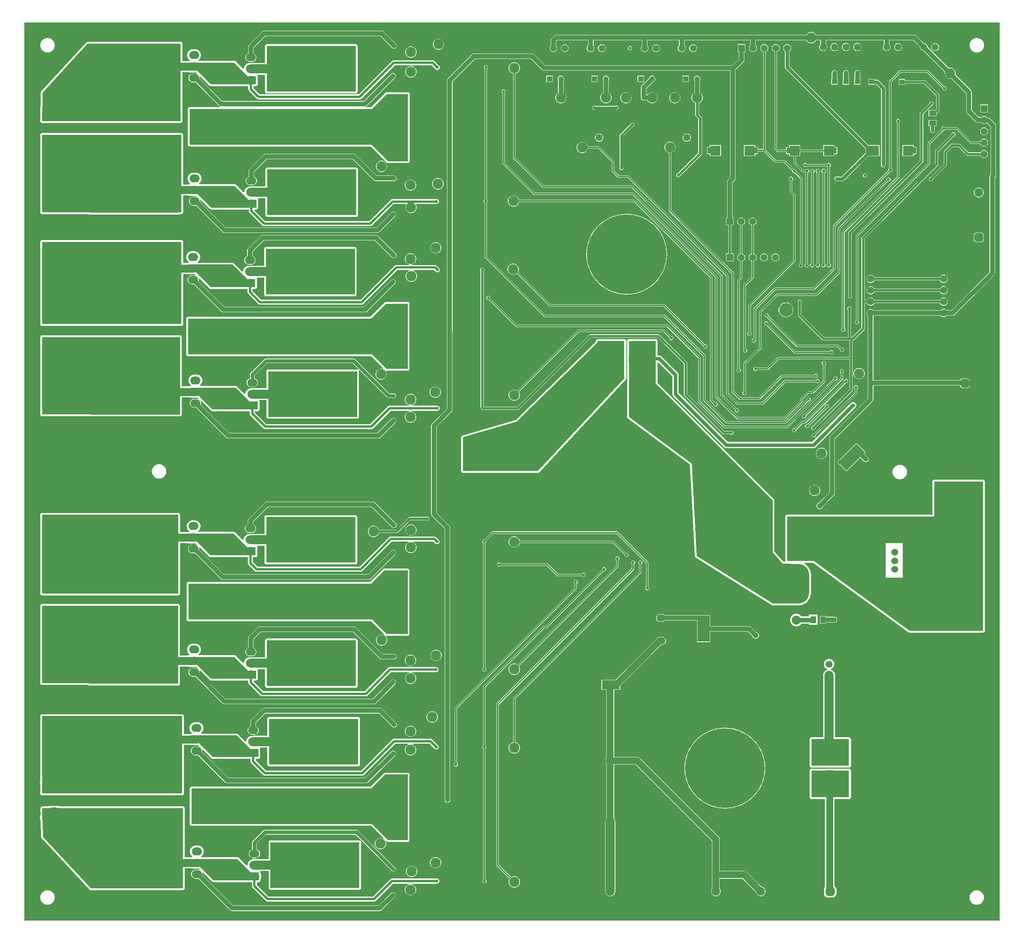
<source format=gbr>
%TF.GenerationSoftware,Altium Limited,Altium Designer,21.6.4 (81)*%
G04 Layer_Physical_Order=1*
G04 Layer_Color=255*
%FSLAX43Y43*%
%MOMM*%
%TF.SameCoordinates,A962B9D3-E780-4B03-8A10-E236CC36F35F*%
%TF.FilePolarity,Positive*%
%TF.FileFunction,Copper,L1,Top,Signal*%
%TF.Part,Single*%
G01*
G75*
%TA.AperFunction,NonConductor*%
%ADD10C,7.620*%
%TA.AperFunction,SMDPad,CuDef*%
%ADD11R,0.850X0.900*%
%ADD12R,1.157X1.508*%
%ADD13R,1.524X1.524*%
%ADD14P,2.155X4X270.0*%
%ADD15R,1.200X1.100*%
%ADD16R,1.508X1.157*%
%ADD17R,4.000X2.000*%
%ADD18R,2.108X1.397*%
%TA.AperFunction,Conductor*%
%ADD19C,1.000*%
%ADD20C,1.800*%
%ADD21C,0.300*%
%ADD22C,2.000*%
%ADD23C,0.800*%
%ADD24C,0.500*%
%ADD25C,1.500*%
%ADD26C,4.000*%
%ADD27C,0.600*%
%ADD28C,1.200*%
%ADD29R,2.667X5.588*%
%ADD30R,2.667X5.842*%
%ADD31R,5.692X8.382*%
%ADD32R,8.382X5.969*%
%ADD33R,10.863X9.175*%
%ADD34R,10.668X8.890*%
G04:AMPARAMS|DCode=35|XSize=5.588mm|YSize=2.667mm|CornerRadius=0mm|HoleSize=0mm|Usage=FLASHONLY|Rotation=225.000|XOffset=0mm|YOffset=0mm|HoleType=Round|Shape=Rectangle|*
%AMROTATEDRECTD35*
4,1,4,1.033,2.919,2.919,1.033,-1.033,-2.919,-2.919,-1.033,1.033,2.919,0.0*
%
%ADD35ROTATEDRECTD35*%

G04:AMPARAMS|DCode=36|XSize=5.842mm|YSize=2.667mm|CornerRadius=0mm|HoleSize=0mm|Usage=FLASHONLY|Rotation=225.000|XOffset=0mm|YOffset=0mm|HoleType=Round|Shape=Rectangle|*
%AMROTATEDRECTD36*
4,1,4,1.123,3.008,3.008,1.123,-1.123,-3.008,-3.008,-1.123,1.123,3.008,0.0*
%
%ADD36ROTATEDRECTD36*%

%ADD37R,5.969X8.382*%
%TA.AperFunction,NonConductor*%
%ADD38R,8.382X5.969*%
%TA.AperFunction,Conductor*%
%ADD39R,19.812X10.160*%
%TA.AperFunction,ComponentPad*%
%ADD40C,2.286*%
%ADD41C,2.000*%
%ADD42O,5.080X8.890*%
%ADD43C,1.524*%
%ADD44C,6.350*%
%ADD45O,3.556X3.810*%
%ADD46R,1.500X1.500*%
%ADD47C,1.500*%
%ADD48C,1.950*%
G04:AMPARAMS|DCode=49|XSize=1.95mm|YSize=1.95mm|CornerRadius=0.488mm|HoleSize=0mm|Usage=FLASHONLY|Rotation=0.000|XOffset=0mm|YOffset=0mm|HoleType=Round|Shape=RoundedRectangle|*
%AMROUNDEDRECTD49*
21,1,1.950,0.975,0,0,0.0*
21,1,0.975,1.950,0,0,0.0*
1,1,0.975,0.488,-0.488*
1,1,0.975,-0.488,-0.488*
1,1,0.975,-0.488,0.488*
1,1,0.975,0.488,0.488*
%
%ADD49ROUNDEDRECTD49*%
%ADD50O,5.334X4.318*%
%ADD51C,1.600*%
G04:AMPARAMS|DCode=52|XSize=1.6mm|YSize=1.6mm|CornerRadius=0.4mm|HoleSize=0mm|Usage=FLASHONLY|Rotation=270.000|XOffset=0mm|YOffset=0mm|HoleType=Round|Shape=RoundedRectangle|*
%AMROUNDEDRECTD52*
21,1,1.600,0.800,0,0,270.0*
21,1,0.800,1.600,0,0,270.0*
1,1,0.800,-0.400,-0.400*
1,1,0.800,-0.400,0.400*
1,1,0.800,0.400,0.400*
1,1,0.800,0.400,-0.400*
%
%ADD52ROUNDEDRECTD52*%
%ADD53C,6.604*%
%ADD54O,4.826X6.350*%
%ADD55C,3.048*%
%ADD56O,6.350X4.826*%
%ADD57R,1.550X1.550*%
%ADD58C,1.550*%
%ADD59O,2.286X1.778*%
%ADD60C,4.572*%
%ADD61O,2.032X1.524*%
%ADD62R,2.286X2.286*%
%ADD63C,1.200*%
%ADD64R,1.200X1.200*%
G04:AMPARAMS|DCode=65|XSize=1.6mm|YSize=1.6mm|CornerRadius=0.4mm|HoleSize=0mm|Usage=FLASHONLY|Rotation=180.000|XOffset=0mm|YOffset=0mm|HoleType=Round|Shape=RoundedRectangle|*
%AMROUNDEDRECTD65*
21,1,1.600,0.800,0,0,180.0*
21,1,0.800,1.600,0,0,180.0*
1,1,0.800,-0.400,0.400*
1,1,0.800,0.400,0.400*
1,1,0.800,0.400,-0.400*
1,1,0.800,-0.400,-0.400*
%
%ADD65ROUNDEDRECTD65*%
%ADD66R,1.550X1.550*%
G04:AMPARAMS|DCode=67|XSize=1.95mm|YSize=1.95mm|CornerRadius=0.488mm|HoleSize=0mm|Usage=FLASHONLY|Rotation=90.000|XOffset=0mm|YOffset=0mm|HoleType=Round|Shape=RoundedRectangle|*
%AMROUNDEDRECTD67*
21,1,1.950,0.975,0,0,90.0*
21,1,0.975,1.950,0,0,90.0*
1,1,0.975,0.488,0.488*
1,1,0.975,0.488,-0.488*
1,1,0.975,-0.488,-0.488*
1,1,0.975,-0.488,0.488*
%
%ADD67ROUNDEDRECTD67*%
%TA.AperFunction,ViaPad*%
%ADD68C,1.270*%
%TA.AperFunction,TestPad*%
%ADD69C,0.700*%
%ADD70C,1.500*%
G36*
X217250Y0D02*
X1D01*
X0Y2D01*
Y200250D01*
X217250D01*
Y0D01*
D02*
G37*
%LPC*%
G36*
X175408Y198068D02*
X175080D01*
X174764Y197983D01*
X174481Y197820D01*
X174249Y197588D01*
X174162Y197437D01*
X162294D01*
X162294Y197437D01*
X118430D01*
X118196Y197390D01*
X117997Y197258D01*
X117411Y196672D01*
X117279Y196473D01*
X117232Y196239D01*
Y195078D01*
X117164Y195010D01*
X117052Y194816D01*
X116994Y194600D01*
Y194376D01*
X117052Y194160D01*
X117164Y193966D01*
X117322Y193808D01*
X117516Y193696D01*
X117732Y193638D01*
X117956D01*
X118172Y193696D01*
X118366Y193808D01*
X118524Y193966D01*
X118636Y194160D01*
X118694Y194376D01*
Y194600D01*
X118636Y194816D01*
X118524Y195010D01*
X118456Y195078D01*
Y195986D01*
X118683Y196213D01*
X125561D01*
Y195152D01*
X125419Y195010D01*
X125307Y194816D01*
X125249Y194600D01*
Y194376D01*
X125307Y194160D01*
X125419Y193966D01*
X125577Y193808D01*
X125771Y193696D01*
X125987Y193638D01*
X126211D01*
X126427Y193696D01*
X126621Y193808D01*
X126779Y193966D01*
X126891Y194160D01*
X126949Y194376D01*
Y194600D01*
X126891Y194816D01*
X126785Y195000D01*
Y196213D01*
X137552D01*
Y195078D01*
X137484Y195010D01*
X137372Y194816D01*
X137314Y194600D01*
Y194376D01*
X137372Y194160D01*
X137484Y193966D01*
X137642Y193808D01*
X137836Y193696D01*
X138052Y193638D01*
X138276D01*
X138492Y193696D01*
X138686Y193808D01*
X138844Y193966D01*
X138956Y194160D01*
X139014Y194376D01*
Y194600D01*
X138956Y194816D01*
X138844Y195010D01*
X138776Y195078D01*
Y196213D01*
X145807D01*
Y195078D01*
X145739Y195010D01*
X145627Y194816D01*
X145569Y194600D01*
Y194376D01*
X145627Y194160D01*
X145739Y193966D01*
X145897Y193808D01*
X146091Y193696D01*
X146307Y193638D01*
X146531D01*
X146747Y193696D01*
X146941Y193808D01*
X147099Y193966D01*
X147211Y194160D01*
X147269Y194376D01*
Y194600D01*
X147211Y194816D01*
X147099Y195010D01*
X147031Y195078D01*
Y196213D01*
X161682D01*
Y195114D01*
X161594Y195025D01*
X161479Y194826D01*
X161419Y194603D01*
Y194373D01*
X161479Y194150D01*
X161594Y193951D01*
X161757Y193788D01*
X161956Y193673D01*
X162179Y193613D01*
X162409D01*
X162632Y193673D01*
X162831Y193788D01*
X162994Y193951D01*
X163109Y194150D01*
X163169Y194373D01*
Y194603D01*
X163109Y194826D01*
X162994Y195025D01*
X162906Y195114D01*
Y196213D01*
X174162D01*
X174249Y196062D01*
X174481Y195830D01*
X174764Y195667D01*
X175080Y195582D01*
X175408D01*
X175724Y195667D01*
X176007Y195830D01*
X176239Y196062D01*
X176326Y196213D01*
X177303D01*
Y195403D01*
X177195Y195295D01*
X177076Y195089D01*
X177015Y194860D01*
Y194624D01*
X177076Y194395D01*
X177195Y194189D01*
X177362Y194022D01*
X177568Y193903D01*
X177797Y193842D01*
X178034D01*
X178262Y193903D01*
X178468Y194022D01*
X178635Y194189D01*
X178754Y194395D01*
X178815Y194624D01*
Y194860D01*
X178754Y195089D01*
X178635Y195295D01*
X178527Y195403D01*
Y196213D01*
X191448D01*
Y195340D01*
X191380Y195272D01*
X191268Y195078D01*
X191210Y194862D01*
Y194638D01*
X191268Y194422D01*
X191380Y194228D01*
X191538Y194070D01*
X191732Y193958D01*
X191948Y193900D01*
X192172D01*
X192388Y193958D01*
X192582Y194070D01*
X192740Y194228D01*
X192852Y194422D01*
X192910Y194638D01*
Y194862D01*
X192852Y195078D01*
X192740Y195272D01*
X192672Y195340D01*
Y196213D01*
X198022D01*
X199500Y194735D01*
Y194638D01*
X199558Y194422D01*
X199670Y194228D01*
X199828Y194070D01*
X200022Y193958D01*
X200238Y193900D01*
X200335D01*
X204982Y189253D01*
X204937Y189084D01*
Y188756D01*
X205022Y188440D01*
X205185Y188157D01*
X205417Y187925D01*
X205700Y187762D01*
X206016Y187677D01*
X206344D01*
X206513Y187722D01*
X209813Y184422D01*
Y180400D01*
X209860Y180166D01*
X209992Y179967D01*
X211902Y178057D01*
X212101Y177925D01*
X212335Y177878D01*
X213149D01*
X213238Y177790D01*
X213437Y177675D01*
X213660Y177615D01*
X213890D01*
X214113Y177675D01*
X214283Y177773D01*
X214398D01*
X215188Y176983D01*
Y166353D01*
X215167Y166333D01*
X215035Y166134D01*
X214988Y165900D01*
Y144553D01*
X206492Y136057D01*
X205431D01*
X205323Y136165D01*
X205117Y136284D01*
X204888Y136345D01*
X204652D01*
X204423Y136284D01*
X204217Y136165D01*
X204104Y136052D01*
X189151D01*
X189048Y136155D01*
X188842Y136274D01*
X188613Y136335D01*
X188377D01*
X188148Y136274D01*
X187942Y136155D01*
X187775Y135988D01*
X187656Y135782D01*
X187595Y135553D01*
Y135317D01*
X187656Y135088D01*
X187775Y134882D01*
X187883Y134774D01*
Y119420D01*
Y116408D01*
X179493Y108018D01*
X179361Y107819D01*
X179314Y107585D01*
Y95461D01*
X177026Y93173D01*
X176884Y93135D01*
X176717Y93038D01*
X176580Y92901D01*
X176483Y92734D01*
X176433Y92547D01*
Y92353D01*
X176483Y92166D01*
X176580Y91999D01*
X176717Y91862D01*
X176884Y91765D01*
X177071Y91715D01*
X177265D01*
X177452Y91765D01*
X177619Y91862D01*
X177756Y91999D01*
X177853Y92166D01*
X177891Y92308D01*
X180358Y94775D01*
X180491Y94974D01*
X180538Y95208D01*
Y107332D01*
X188928Y115722D01*
X189060Y115920D01*
X189107Y116154D01*
Y119167D01*
X189203Y119263D01*
X208418D01*
X208459Y119058D01*
X208589Y118864D01*
X208783Y118734D01*
X209013Y118688D01*
X209988D01*
X210217Y118734D01*
X210411Y118864D01*
X210541Y119058D01*
X210587Y119287D01*
Y120262D01*
X210541Y120491D01*
X210411Y120686D01*
X210217Y120816D01*
X209988Y120861D01*
X209013D01*
X208783Y120816D01*
X208589Y120686D01*
X208459Y120491D01*
X208458Y120487D01*
X189107D01*
Y134774D01*
X189161Y134828D01*
X204114D01*
X204217Y134725D01*
X204423Y134606D01*
X204652Y134545D01*
X204888D01*
X205117Y134606D01*
X205323Y134725D01*
X205431Y134833D01*
X206745D01*
X206979Y134880D01*
X207178Y135012D01*
X216033Y143867D01*
X216165Y144066D01*
X216212Y144300D01*
Y165647D01*
X216233Y165667D01*
X216365Y165866D01*
X216412Y166100D01*
Y177236D01*
X216365Y177470D01*
X216233Y177669D01*
X215084Y178817D01*
X214885Y178950D01*
X214651Y178997D01*
X214493D01*
X214475Y179027D01*
X214312Y179190D01*
X214113Y179305D01*
X213890Y179365D01*
X213660D01*
X213437Y179305D01*
X213238Y179190D01*
X213149Y179102D01*
X212588D01*
X211037Y180653D01*
Y184675D01*
X210990Y184909D01*
X210858Y185108D01*
X207378Y188587D01*
X207423Y188756D01*
Y189084D01*
X207338Y189400D01*
X207175Y189683D01*
X206943Y189915D01*
X206660Y190078D01*
X206344Y190163D01*
X206016D01*
X205847Y190118D01*
X201200Y194765D01*
Y194862D01*
X201142Y195078D01*
X201030Y195272D01*
X200872Y195430D01*
X200678Y195542D01*
X200462Y195600D01*
X200365D01*
X198708Y197258D01*
X198509Y197390D01*
X198275Y197437D01*
X192060D01*
X192060Y197437D01*
X177915D01*
X177915Y197437D01*
X176326D01*
X176239Y197588D01*
X176007Y197820D01*
X175724Y197983D01*
X175408Y198068D01*
D02*
G37*
G36*
X212298Y196733D02*
X212002D01*
X211992Y196729D01*
X211981Y196731D01*
X211691Y196674D01*
X211682Y196667D01*
X211671D01*
X211398Y196554D01*
X211390Y196546D01*
X211379Y196544D01*
X211134Y196380D01*
X211128Y196371D01*
X211117Y196367D01*
X210908Y196158D01*
X210904Y196147D01*
X210895Y196141D01*
X210731Y195896D01*
X210729Y195885D01*
X210721Y195877D01*
X210608Y195604D01*
Y195593D01*
X210601Y195584D01*
X210544Y195294D01*
X210546Y195283D01*
X210542Y195273D01*
Y194977D01*
X210546Y194967D01*
X210544Y194956D01*
X210601Y194666D01*
X210608Y194657D01*
Y194646D01*
X210721Y194373D01*
X210729Y194365D01*
X210731Y194354D01*
X210895Y194109D01*
X210904Y194103D01*
X210908Y194092D01*
X211117Y193883D01*
X211128Y193879D01*
X211134Y193870D01*
X211379Y193706D01*
X211390Y193704D01*
X211398Y193696D01*
X211671Y193583D01*
X211682D01*
X211691Y193576D01*
X211981Y193519D01*
X211992Y193521D01*
X212002Y193517D01*
X212298D01*
X212308Y193521D01*
X212319Y193519D01*
X212609Y193576D01*
X212618Y193583D01*
X212629D01*
X212902Y193696D01*
X212910Y193704D01*
X212921Y193706D01*
X213166Y193870D01*
X213172Y193879D01*
X213183Y193883D01*
X213392Y194092D01*
X213396Y194103D01*
X213405Y194109D01*
X213569Y194354D01*
X213571Y194365D01*
X213579Y194373D01*
X213692Y194646D01*
Y194657D01*
X213699Y194666D01*
X213756Y194956D01*
X213754Y194967D01*
X213758Y194977D01*
Y195273D01*
X213754Y195283D01*
X213756Y195294D01*
X213699Y195584D01*
X213692Y195593D01*
Y195604D01*
X213579Y195877D01*
X213571Y195885D01*
X213569Y195896D01*
X213405Y196141D01*
X213396Y196147D01*
X213392Y196158D01*
X213183Y196367D01*
X213172Y196371D01*
X213166Y196380D01*
X212921Y196544D01*
X212910Y196546D01*
X212902Y196554D01*
X212629Y196667D01*
X212618D01*
X212609Y196674D01*
X212319Y196731D01*
X212308Y196729D01*
X212298Y196733D01*
D02*
G37*
G36*
X5298D02*
X5002D01*
X4992Y196729D01*
X4981Y196731D01*
X4691Y196674D01*
X4682Y196667D01*
X4671D01*
X4398Y196554D01*
X4390Y196546D01*
X4379Y196544D01*
X4134Y196380D01*
X4128Y196371D01*
X4117Y196367D01*
X3908Y196158D01*
X3904Y196147D01*
X3895Y196141D01*
X3731Y195896D01*
X3729Y195885D01*
X3721Y195877D01*
X3608Y195604D01*
Y195593D01*
X3601Y195584D01*
X3544Y195294D01*
X3546Y195283D01*
X3542Y195273D01*
Y194977D01*
X3546Y194967D01*
X3544Y194956D01*
X3601Y194666D01*
X3608Y194657D01*
Y194646D01*
X3721Y194373D01*
X3729Y194365D01*
X3731Y194354D01*
X3895Y194109D01*
X3904Y194103D01*
X3908Y194092D01*
X4117Y193883D01*
X4128Y193879D01*
X4134Y193870D01*
X4379Y193706D01*
X4390Y193704D01*
X4398Y193696D01*
X4671Y193583D01*
X4682D01*
X4691Y193576D01*
X4981Y193519D01*
X4992Y193521D01*
X5002Y193517D01*
X5298D01*
X5308Y193521D01*
X5319Y193519D01*
X5609Y193576D01*
X5618Y193583D01*
X5629D01*
X5902Y193696D01*
X5910Y193704D01*
X5921Y193706D01*
X6166Y193870D01*
X6172Y193879D01*
X6183Y193883D01*
X6392Y194092D01*
X6396Y194103D01*
X6405Y194109D01*
X6569Y194354D01*
X6571Y194365D01*
X6579Y194373D01*
X6692Y194646D01*
Y194657D01*
X6699Y194666D01*
X6756Y194956D01*
X6754Y194967D01*
X6758Y194977D01*
Y195273D01*
X6754Y195283D01*
X6756Y195294D01*
X6699Y195584D01*
X6692Y195593D01*
Y195604D01*
X6579Y195877D01*
X6571Y195885D01*
X6569Y195896D01*
X6405Y196141D01*
X6396Y196147D01*
X6392Y196158D01*
X6183Y196367D01*
X6172Y196371D01*
X6166Y196380D01*
X5921Y196544D01*
X5910Y196546D01*
X5902Y196554D01*
X5629Y196667D01*
X5618D01*
X5609Y196674D01*
X5319Y196731D01*
X5308Y196729D01*
X5298Y196733D01*
D02*
G37*
G36*
X34825Y195867D02*
X14052D01*
X14043Y195865D01*
X14034Y195866D01*
X13965Y195850D01*
X13896Y195836D01*
X13888Y195831D01*
X13879Y195828D01*
X13822Y195787D01*
X13764Y195747D01*
X13759Y195740D01*
X13751Y195734D01*
X3751Y184809D01*
X3716Y184751D01*
X3677Y184696D01*
X3675Y184684D01*
X3668Y184673D01*
X3658Y184606D01*
X3644Y184540D01*
X3544Y178305D01*
X3544Y178303D01*
X3544Y178302D01*
X3558Y178225D01*
X3572Y178148D01*
X3573Y178147D01*
X3573Y178145D01*
X3616Y178080D01*
X3658Y178015D01*
X3660Y178014D01*
X3661Y178012D01*
X3750Y177922D01*
X3751Y177921D01*
X3752Y177920D01*
X3817Y177876D01*
X3881Y177832D01*
X3883Y177832D01*
X3884Y177831D01*
X3961Y177816D01*
X4037Y177800D01*
X4039Y177800D01*
X4041Y177800D01*
X34825D01*
X34981Y177831D01*
X35113Y177920D01*
X35202Y178052D01*
X35233Y178208D01*
Y189169D01*
X36413D01*
X36486Y189120D01*
X36642Y189089D01*
X37469D01*
X37547Y189079D01*
X38055D01*
X38133Y189089D01*
X38304D01*
X38454Y188939D01*
X38353Y188786D01*
X38313Y188803D01*
X38055Y188837D01*
X37547D01*
X37289Y188803D01*
X37048Y188703D01*
X36842Y188544D01*
X36683Y188338D01*
X36583Y188097D01*
X36549Y187839D01*
X36583Y187581D01*
X36683Y187340D01*
X36842Y187134D01*
X37048Y186975D01*
X37289Y186875D01*
X37547Y186841D01*
X38055D01*
X38172Y186857D01*
X43411Y181617D01*
X43610Y181485D01*
X43576Y181308D01*
X36775Y181308D01*
X36619Y181277D01*
X36487Y181189D01*
X36398Y181056D01*
X36367Y180900D01*
Y172975D01*
X36398Y172819D01*
X36487Y172687D01*
X36619Y172598D01*
X36775Y172567D01*
X77176Y172567D01*
X80760Y168982D01*
X80760Y168982D01*
X80893Y168894D01*
X81049Y168863D01*
X81049Y168863D01*
X85450D01*
X85606Y168894D01*
X85738Y168982D01*
X85827Y169115D01*
X85858Y169271D01*
Y184250D01*
X85827Y184406D01*
X85738Y184538D01*
X85606Y184627D01*
X85450Y184658D01*
X80750D01*
X80594Y184627D01*
X80462Y184538D01*
X80462Y184538D01*
X77231Y181308D01*
X76096Y181308D01*
X76064Y181485D01*
X76262Y181617D01*
X82539Y187894D01*
X82672Y188093D01*
X82718Y188327D01*
X82672Y188561D01*
X82539Y188759D01*
X82341Y188892D01*
X82106Y188939D01*
X81872Y188892D01*
X81674Y188759D01*
X75576Y182662D01*
X44097D01*
X39037Y187722D01*
X39053Y187839D01*
X39019Y188097D01*
X39002Y188137D01*
X39155Y188238D01*
X41233Y186161D01*
X41365Y186072D01*
X41521Y186041D01*
X41521Y186041D01*
X49888D01*
Y185351D01*
X49931Y185136D01*
X50052Y184954D01*
X51778Y183228D01*
X51960Y183107D01*
X52175Y183064D01*
X74700D01*
X74915Y183107D01*
X75097Y183228D01*
X82532Y190664D01*
X90728D01*
X91578Y189814D01*
X91624Y189783D01*
X91663Y189744D01*
X91714Y189723D01*
X91760Y189692D01*
X91815Y189681D01*
X91866Y189660D01*
X91921D01*
X91975Y189649D01*
X92029Y189660D01*
X92084D01*
X92135Y189681D01*
X92190Y189692D01*
X92236Y189723D01*
X92287Y189744D01*
X92326Y189783D01*
X92372Y189814D01*
X92402Y189859D01*
X92441Y189899D01*
X92462Y189950D01*
X92493Y189996D01*
X92504Y190050D01*
X92525Y190101D01*
Y190156D01*
X92536Y190210D01*
X92525Y190264D01*
Y190320D01*
X92504Y190371D01*
X92493Y190425D01*
X92462Y190471D01*
X92441Y190522D01*
X92402Y190561D01*
X92372Y190607D01*
X91357Y191622D01*
X91175Y191743D01*
X90960Y191786D01*
X82300D01*
X82085Y191743D01*
X81903Y191622D01*
X74468Y184186D01*
X52407D01*
X51010Y185583D01*
Y186041D01*
X51576D01*
X51732Y186072D01*
X51864Y186161D01*
X51953Y186293D01*
X51984Y186449D01*
Y187185D01*
X52003Y187331D01*
X51984Y187477D01*
Y188227D01*
X51953Y188383D01*
X52051Y188560D01*
X53597D01*
Y184791D01*
X53628Y184635D01*
X53716Y184503D01*
X53848Y184414D01*
X54004Y184383D01*
X73816D01*
X73972Y184414D01*
X74105Y184503D01*
X74193Y184635D01*
X74224Y184791D01*
Y194951D01*
X74193Y195107D01*
X74105Y195239D01*
X73972Y195328D01*
X73816Y195359D01*
X54004D01*
X53848Y195328D01*
X53716Y195239D01*
X53628Y195107D01*
X53597Y194951D01*
Y191182D01*
X50449D01*
X50365Y191171D01*
X50195D01*
X49859Y191127D01*
X49545Y190997D01*
X49276Y190790D01*
X49069Y190521D01*
X48939Y190208D01*
X48905Y189951D01*
X48720Y189882D01*
X47038Y191563D01*
X46906Y191652D01*
X46750Y191683D01*
X46750Y191683D01*
X38857D01*
X38796Y191863D01*
X38974Y192000D01*
X39181Y192269D01*
X39311Y192583D01*
X39355Y192919D01*
X39311Y193255D01*
X39181Y193569D01*
X38974Y193838D01*
X38705Y194045D01*
X38391Y194175D01*
X38055Y194219D01*
X37547D01*
X37210Y194175D01*
X36897Y194045D01*
X36628Y193838D01*
X36421Y193569D01*
X36291Y193255D01*
X36247Y192919D01*
X36291Y192583D01*
X36421Y192269D01*
X36628Y192000D01*
X36806Y191863D01*
X36745Y191683D01*
X36642D01*
X36486Y191652D01*
X36392Y191589D01*
X35233D01*
Y195459D01*
X35202Y195615D01*
X35113Y195747D01*
X34981Y195836D01*
X34825Y195867D01*
D02*
G37*
G36*
X79565Y198372D02*
X53410D01*
X53176Y198325D01*
X52978Y198193D01*
X50016Y195232D01*
X49884Y195033D01*
X49837Y194799D01*
Y193333D01*
X49696Y193275D01*
X49490Y193116D01*
X49331Y192910D01*
X49231Y192669D01*
X49197Y192411D01*
X49231Y192153D01*
X49331Y191912D01*
X49490Y191706D01*
X49696Y191547D01*
X49937Y191447D01*
X50195Y191413D01*
X50703D01*
X50961Y191447D01*
X51202Y191547D01*
X51408Y191706D01*
X51567Y191912D01*
X51667Y192153D01*
X51701Y192411D01*
X51667Y192669D01*
X51567Y192910D01*
X51408Y193116D01*
X51202Y193275D01*
X51061Y193333D01*
Y194546D01*
X53664Y197148D01*
X79311D01*
X81917Y194542D01*
X82116Y194410D01*
X82350Y194363D01*
X82584Y194410D01*
X82783Y194542D01*
X82915Y194741D01*
X82962Y194975D01*
X82915Y195209D01*
X82783Y195408D01*
X79997Y198193D01*
X79799Y198325D01*
X79565Y198372D01*
D02*
G37*
G36*
X92414Y196618D02*
X92086D01*
X91770Y196533D01*
X91487Y196370D01*
X91255Y196138D01*
X91092Y195855D01*
X91007Y195539D01*
Y195211D01*
X91092Y194895D01*
X91255Y194612D01*
X91487Y194380D01*
X91770Y194217D01*
X92086Y194132D01*
X92414D01*
X92730Y194217D01*
X93013Y194380D01*
X93245Y194612D01*
X93408Y194895D01*
X93493Y195211D01*
Y195539D01*
X93408Y195855D01*
X93245Y196138D01*
X93013Y196370D01*
X92730Y196533D01*
X92414Y196618D01*
D02*
G37*
G36*
X135015Y194938D02*
X134836D01*
X134670Y194869D01*
X134544Y194743D01*
X134475Y194578D01*
Y194398D01*
X134544Y194233D01*
X134670Y194107D01*
X134836Y194038D01*
X135015D01*
X135180Y194107D01*
X135307Y194233D01*
X135375Y194398D01*
Y194578D01*
X135307Y194743D01*
X135180Y194869D01*
X135015Y194938D01*
D02*
G37*
G36*
X203002Y195600D02*
X202778D01*
X202562Y195542D01*
X202368Y195430D01*
X202210Y195272D01*
X202098Y195078D01*
X202040Y194862D01*
Y194638D01*
X202098Y194422D01*
X202210Y194228D01*
X202368Y194070D01*
X202562Y193958D01*
X202778Y193900D01*
X203002D01*
X203218Y193958D01*
X203412Y194070D01*
X203570Y194228D01*
X203682Y194422D01*
X203740Y194638D01*
Y194862D01*
X203682Y195078D01*
X203570Y195272D01*
X203412Y195430D01*
X203218Y195542D01*
X203002Y195600D01*
D02*
G37*
G36*
X194712D02*
X194488D01*
X194272Y195542D01*
X194078Y195430D01*
X193920Y195272D01*
X193808Y195078D01*
X193750Y194862D01*
Y194638D01*
X193808Y194422D01*
X193920Y194228D01*
X194078Y194070D01*
X194272Y193958D01*
X194488Y193900D01*
X194712D01*
X194928Y193958D01*
X195122Y194070D01*
X195280Y194228D01*
X195392Y194422D01*
X195450Y194638D01*
Y194862D01*
X195392Y195078D01*
X195280Y195272D01*
X195122Y195430D01*
X194928Y195542D01*
X194712Y195600D01*
D02*
G37*
G36*
X185654Y195642D02*
X185417D01*
X185188Y195581D01*
X184982Y195462D01*
X184815Y195295D01*
X184696Y195089D01*
X184635Y194860D01*
Y194624D01*
X184696Y194395D01*
X184815Y194189D01*
X184982Y194022D01*
X185188Y193903D01*
X185417Y193842D01*
X185654D01*
X185882Y193903D01*
X186088Y194022D01*
X186255Y194189D01*
X186374Y194395D01*
X186435Y194624D01*
Y194860D01*
X186374Y195089D01*
X186255Y195295D01*
X186088Y195462D01*
X185882Y195581D01*
X185654Y195642D01*
D02*
G37*
G36*
X183114D02*
X182877D01*
X182648Y195581D01*
X182442Y195462D01*
X182275Y195295D01*
X182156Y195089D01*
X182095Y194860D01*
Y194624D01*
X182156Y194395D01*
X182275Y194189D01*
X182442Y194022D01*
X182648Y193903D01*
X182877Y193842D01*
X183114D01*
X183342Y193903D01*
X183548Y194022D01*
X183715Y194189D01*
X183834Y194395D01*
X183895Y194624D01*
Y194860D01*
X183834Y195089D01*
X183715Y195295D01*
X183548Y195462D01*
X183342Y195581D01*
X183114Y195642D01*
D02*
G37*
G36*
X180574D02*
X180337D01*
X180108Y195581D01*
X179902Y195462D01*
X179735Y195295D01*
X179616Y195089D01*
X179555Y194860D01*
Y194624D01*
X179616Y194395D01*
X179735Y194189D01*
X179902Y194022D01*
X180108Y193903D01*
X180337Y193842D01*
X180574D01*
X180802Y193903D01*
X181008Y194022D01*
X181175Y194189D01*
X181294Y194395D01*
X181355Y194624D01*
Y194860D01*
X181294Y195089D01*
X181175Y195295D01*
X181008Y195462D01*
X180802Y195581D01*
X180574Y195642D01*
D02*
G37*
G36*
X149071Y195338D02*
X148847D01*
X148631Y195280D01*
X148437Y195168D01*
X148279Y195010D01*
X148167Y194816D01*
X148109Y194600D01*
Y194376D01*
X148167Y194160D01*
X148279Y193966D01*
X148437Y193808D01*
X148631Y193696D01*
X148847Y193638D01*
X149071D01*
X149287Y193696D01*
X149481Y193808D01*
X149639Y193966D01*
X149751Y194160D01*
X149809Y194376D01*
Y194600D01*
X149751Y194816D01*
X149639Y195010D01*
X149481Y195168D01*
X149287Y195280D01*
X149071Y195338D01*
D02*
G37*
G36*
X140816D02*
X140592D01*
X140376Y195280D01*
X140182Y195168D01*
X140024Y195010D01*
X139912Y194816D01*
X139854Y194600D01*
Y194376D01*
X139912Y194160D01*
X140024Y193966D01*
X140182Y193808D01*
X140376Y193696D01*
X140592Y193638D01*
X140816D01*
X141032Y193696D01*
X141226Y193808D01*
X141384Y193966D01*
X141496Y194160D01*
X141554Y194376D01*
Y194600D01*
X141496Y194816D01*
X141384Y195010D01*
X141226Y195168D01*
X141032Y195280D01*
X140816Y195338D01*
D02*
G37*
G36*
X128751D02*
X128527D01*
X128311Y195280D01*
X128117Y195168D01*
X127959Y195010D01*
X127847Y194816D01*
X127789Y194600D01*
Y194376D01*
X127847Y194160D01*
X127959Y193966D01*
X128117Y193808D01*
X128311Y193696D01*
X128527Y193638D01*
X128751D01*
X128967Y193696D01*
X129161Y193808D01*
X129319Y193966D01*
X129431Y194160D01*
X129489Y194376D01*
Y194600D01*
X129431Y194816D01*
X129319Y195010D01*
X129161Y195168D01*
X128967Y195280D01*
X128751Y195338D01*
D02*
G37*
G36*
X120496D02*
X120272D01*
X120056Y195280D01*
X119862Y195168D01*
X119704Y195010D01*
X119592Y194816D01*
X119534Y194600D01*
Y194376D01*
X119592Y194160D01*
X119704Y193966D01*
X119862Y193808D01*
X120056Y193696D01*
X120272Y193638D01*
X120496D01*
X120712Y193696D01*
X120906Y193808D01*
X121064Y193966D01*
X121176Y194160D01*
X121234Y194376D01*
Y194600D01*
X121176Y194816D01*
X121064Y195010D01*
X120906Y195168D01*
X120712Y195280D01*
X120496Y195338D01*
D02*
G37*
G36*
X86264Y194849D02*
X85936D01*
X85620Y194764D01*
X85337Y194601D01*
X85105Y194369D01*
X84942Y194086D01*
X84857Y193770D01*
Y193443D01*
X84942Y193126D01*
X85105Y192843D01*
X85337Y192612D01*
X85620Y192448D01*
X85936Y192363D01*
X86264D01*
X86580Y192448D01*
X86863Y192612D01*
X87095Y192843D01*
X87258Y193126D01*
X87343Y193443D01*
Y193770D01*
X87258Y194086D01*
X87095Y194369D01*
X86863Y194601D01*
X86580Y194764D01*
X86264Y194849D01*
D02*
G37*
G36*
X160629Y195363D02*
X158879D01*
Y193613D01*
X159142D01*
Y192082D01*
X157719Y190659D01*
X116006D01*
X113533Y193133D01*
X113334Y193265D01*
X113100Y193312D01*
X100150D01*
X99916Y193265D01*
X99717Y193133D01*
X94325Y187741D01*
X94193Y187542D01*
X94146Y187308D01*
Y176991D01*
X94142Y176971D01*
Y131070D01*
X94138Y131050D01*
Y114106D01*
X90792Y110760D01*
X90660Y110562D01*
X90613Y110327D01*
Y90606D01*
X90660Y90372D01*
X90792Y90173D01*
X93613Y87353D01*
Y72025D01*
X93601Y71963D01*
Y26964D01*
X93588Y26901D01*
X93635Y26667D01*
X93767Y26468D01*
X93966Y26336D01*
X94200Y26289D01*
X94434Y26336D01*
X94633Y26468D01*
X94645Y26481D01*
X94778Y26679D01*
X94824Y26913D01*
Y71912D01*
X94837Y71975D01*
Y87606D01*
X94790Y87840D01*
X94658Y88039D01*
X91837Y90859D01*
Y110074D01*
X95183Y113420D01*
X95315Y113618D01*
X95362Y113852D01*
Y131034D01*
X95366Y131054D01*
Y176955D01*
X95370Y176975D01*
Y187055D01*
X100403Y192088D01*
X112847D01*
X115320Y189615D01*
X115519Y189482D01*
X115753Y189436D01*
X157188D01*
Y166600D01*
Y165703D01*
X156687Y165203D01*
X156555Y165004D01*
X156508Y164770D01*
Y156748D01*
X156245D01*
Y154998D01*
X156763D01*
Y148725D01*
X156245D01*
Y146975D01*
X157995D01*
Y148725D01*
X157477D01*
Y154998D01*
X157995D01*
Y156748D01*
X157732D01*
Y164517D01*
X158233Y165017D01*
X158365Y165216D01*
X158412Y165450D01*
Y166600D01*
Y189622D01*
X160187Y191396D01*
X160319Y191595D01*
X160366Y191829D01*
Y193613D01*
X160629D01*
Y195363D01*
D02*
G37*
G36*
X86264Y190456D02*
X85936D01*
X85620Y190371D01*
X85337Y190207D01*
X85105Y189976D01*
X84942Y189693D01*
X84857Y189376D01*
Y189049D01*
X84942Y188733D01*
X85105Y188450D01*
X85337Y188218D01*
X85620Y188055D01*
X85936Y187970D01*
X86264D01*
X86580Y188055D01*
X86863Y188218D01*
X87095Y188450D01*
X87258Y188733D01*
X87343Y189049D01*
Y189376D01*
X87258Y189693D01*
X87095Y189976D01*
X86863Y190207D01*
X86580Y190371D01*
X86264Y190456D01*
D02*
G37*
G36*
X148008Y188330D02*
X146608D01*
Y186930D01*
X148008D01*
Y188330D01*
D02*
G37*
G36*
X137975D02*
X136575D01*
Y186930D01*
X137975D01*
Y188330D01*
D02*
G37*
G36*
X127688D02*
X126288D01*
Y186930D01*
X127688D01*
Y188330D01*
D02*
G37*
G36*
X117655D02*
X116255D01*
Y186930D01*
X117655D01*
Y188330D01*
D02*
G37*
G36*
X185535Y189585D02*
X185301Y189538D01*
X185103Y189406D01*
X184970Y189207D01*
X184924Y188973D01*
Y187625D01*
X184835D01*
Y186325D01*
X186235D01*
Y187625D01*
X186147D01*
Y188973D01*
X186100Y189207D01*
X185968Y189406D01*
X185769Y189538D01*
X185535Y189585D01*
D02*
G37*
G36*
X182995D02*
X182761Y189538D01*
X182563Y189406D01*
X182430Y189207D01*
X182384Y188973D01*
Y187625D01*
X182295D01*
Y186325D01*
X183695D01*
Y187625D01*
X183607D01*
Y188973D01*
X183560Y189207D01*
X183428Y189406D01*
X183229Y189538D01*
X182995Y189585D01*
D02*
G37*
G36*
X180455D02*
X180221Y189538D01*
X180023Y189406D01*
X179890Y189207D01*
X179844Y188973D01*
Y187625D01*
X179755D01*
Y186325D01*
X181155D01*
Y187625D01*
X181067D01*
Y188973D01*
X181020Y189207D01*
X180888Y189406D01*
X180689Y189538D01*
X180455Y189585D01*
D02*
G37*
G36*
X201138Y189593D02*
X195149D01*
X195051Y189574D01*
X194968Y189519D01*
X192670Y187220D01*
X192615Y187137D01*
X192595Y187040D01*
Y167706D01*
X192544Y167655D01*
X192475Y167490D01*
Y167310D01*
X192475Y167310D01*
X180195Y155030D01*
X180140Y154948D01*
X180120Y154850D01*
Y145506D01*
X175769Y141155D01*
X167194D01*
X167097Y141135D01*
X167014Y141080D01*
X162538Y136604D01*
X162483Y136522D01*
X162464Y136424D01*
Y129755D01*
X162454Y129745D01*
X162410D01*
X162245Y129677D01*
X162119Y129550D01*
X162050Y129385D01*
Y129206D01*
X162119Y129040D01*
X162245Y128914D01*
X162410Y128845D01*
X162590D01*
X162755Y128914D01*
X162881Y129040D01*
X162950Y129206D01*
Y129385D01*
X162909Y129484D01*
X162954Y129552D01*
X162973Y129649D01*
Y136319D01*
X167300Y140645D01*
X175875D01*
X175973Y140665D01*
X176055Y140720D01*
X180555Y145220D01*
X180610Y145302D01*
X180630Y145400D01*
Y154744D01*
X192835Y166950D01*
X192835Y166950D01*
X193015D01*
X193180Y167019D01*
X193306Y167145D01*
X193375Y167310D01*
Y167490D01*
X193306Y167655D01*
X193180Y167781D01*
X193105Y167813D01*
Y186934D01*
X195254Y189084D01*
X201032D01*
X204504Y185612D01*
X204504Y185612D01*
Y185433D01*
X204573Y185267D01*
X204699Y185141D01*
X204864Y185072D01*
X205044D01*
X205209Y185141D01*
X205335Y185267D01*
X205404Y185433D01*
Y185612D01*
X205335Y185777D01*
X205209Y185904D01*
X205044Y185972D01*
X204864D01*
X204864Y185972D01*
X201318Y189519D01*
X201235Y189574D01*
X201138Y189593D01*
D02*
G37*
G36*
X145059Y184682D02*
X144731D01*
X144415Y184597D01*
X144132Y184434D01*
X143900Y184202D01*
X143737Y183919D01*
X143652Y183603D01*
Y183275D01*
X143737Y182959D01*
X143900Y182676D01*
X144132Y182444D01*
X144415Y182281D01*
X144731Y182196D01*
X145059D01*
X145375Y182281D01*
X145658Y182444D01*
X145890Y182676D01*
X146053Y182959D01*
X146138Y183275D01*
Y183603D01*
X146053Y183919D01*
X145890Y184202D01*
X145658Y184434D01*
X145375Y184597D01*
X145059Y184682D01*
D02*
G37*
G36*
X139907Y188330D02*
X139723D01*
X139545Y188282D01*
X139385Y188190D01*
X139255Y188060D01*
X139163Y187900D01*
X139142Y187822D01*
X137532Y186212D01*
X137399Y186014D01*
X137353Y185780D01*
Y183439D01*
X137399Y183205D01*
X137532Y183006D01*
X137731Y182874D01*
X137965Y182827D01*
X138733D01*
X138820Y182676D01*
X139052Y182444D01*
X139335Y182281D01*
X139651Y182196D01*
X139979D01*
X140295Y182281D01*
X140578Y182444D01*
X140810Y182676D01*
X140973Y182959D01*
X141058Y183275D01*
Y183603D01*
X140973Y183919D01*
X140810Y184202D01*
X140578Y184434D01*
X140295Y184597D01*
X139979Y184682D01*
X139651D01*
X139335Y184597D01*
X139052Y184434D01*
X138820Y184202D01*
X138756Y184091D01*
X138576Y184135D01*
Y185526D01*
X140007Y186957D01*
X140085Y186978D01*
X140245Y187070D01*
X140375Y187200D01*
X140467Y187360D01*
X140515Y187538D01*
Y187722D01*
X140467Y187900D01*
X140375Y188060D01*
X140245Y188190D01*
X140085Y188282D01*
X139907Y188330D01*
D02*
G37*
G36*
X134137Y184682D02*
X133809D01*
X133493Y184597D01*
X133210Y184434D01*
X132978Y184202D01*
X132815Y183919D01*
X132730Y183603D01*
Y183275D01*
X132815Y182959D01*
X132978Y182676D01*
X133210Y182444D01*
X133493Y182281D01*
X133809Y182196D01*
X134137D01*
X134453Y182281D01*
X134736Y182444D01*
X134968Y182676D01*
X135131Y182959D01*
X135216Y183275D01*
Y183603D01*
X135131Y183919D01*
X134968Y184202D01*
X134736Y184434D01*
X134453Y184597D01*
X134137Y184682D01*
D02*
G37*
G36*
X129620Y188330D02*
X129436D01*
X129258Y188282D01*
X129098Y188190D01*
X128968Y188060D01*
X128876Y187900D01*
X128828Y187722D01*
Y187538D01*
X128876Y187360D01*
X128916Y187290D01*
Y184521D01*
X128765Y184434D01*
X128533Y184202D01*
X128370Y183919D01*
X128285Y183603D01*
Y183275D01*
X128370Y182959D01*
X128533Y182676D01*
X128765Y182444D01*
X129048Y182281D01*
X129364Y182196D01*
X129692D01*
X130008Y182281D01*
X130291Y182444D01*
X130523Y182676D01*
X130686Y182959D01*
X130771Y183275D01*
Y183603D01*
X130686Y183919D01*
X130523Y184202D01*
X130291Y184434D01*
X130140Y184521D01*
Y187290D01*
X130180Y187360D01*
X130228Y187538D01*
Y187722D01*
X130180Y187900D01*
X130088Y188060D01*
X129958Y188190D01*
X129798Y188282D01*
X129620Y188330D01*
D02*
G37*
G36*
X119587D02*
X119403D01*
X119225Y188282D01*
X119065Y188190D01*
X118935Y188060D01*
X118843Y187900D01*
X118795Y187722D01*
Y187538D01*
X118843Y187360D01*
X118883Y187290D01*
Y184521D01*
X118732Y184434D01*
X118500Y184202D01*
X118337Y183919D01*
X118252Y183603D01*
Y183275D01*
X118337Y182959D01*
X118500Y182676D01*
X118732Y182444D01*
X119015Y182281D01*
X119331Y182196D01*
X119659D01*
X119975Y182281D01*
X120258Y182444D01*
X120490Y182676D01*
X120653Y182959D01*
X120738Y183275D01*
Y183603D01*
X120653Y183919D01*
X120490Y184202D01*
X120258Y184434D01*
X120107Y184521D01*
Y187290D01*
X120147Y187360D01*
X120195Y187538D01*
Y187722D01*
X120147Y187900D01*
X120055Y188060D01*
X119925Y188190D01*
X119765Y188282D01*
X119587Y188330D01*
D02*
G37*
G36*
X127001Y181679D02*
X126822D01*
X126657Y181611D01*
X126530Y181484D01*
X126462Y181319D01*
Y181140D01*
X126530Y180975D01*
X126657Y180848D01*
X126822Y180779D01*
X127001D01*
X127067Y180807D01*
X131648D01*
X131785Y180750D01*
X131965D01*
X132130Y180819D01*
X132256Y180945D01*
X132325Y181110D01*
Y181290D01*
X132256Y181455D01*
X132130Y181581D01*
X131965Y181650D01*
X131785D01*
X131719Y181623D01*
X127138D01*
X127001Y181679D01*
D02*
G37*
G36*
X214650Y181905D02*
X212900D01*
Y180155D01*
X214650D01*
Y181905D01*
D02*
G37*
G36*
X196175Y187600D02*
X194775D01*
Y186300D01*
X196175D01*
Y186593D01*
X200383D01*
X203068Y183908D01*
Y180771D01*
X202935Y180638D01*
X201445D01*
Y179281D01*
X203153D01*
Y179847D01*
X203677Y180371D01*
X203755Y180487D01*
X203782Y180624D01*
Y184056D01*
X203755Y184193D01*
X203677Y184309D01*
X200784Y187202D01*
X200668Y187280D01*
X200531Y187307D01*
X196175D01*
Y187600D01*
D02*
G37*
G36*
X203153Y178486D02*
X201445D01*
Y177130D01*
X201764D01*
Y176093D01*
X201802Y175898D01*
X201913Y175733D01*
X202078Y175622D01*
X202273Y175584D01*
X202469Y175622D01*
X202634Y175733D01*
X202744Y175898D01*
X202783Y176093D01*
Y177130D01*
X203153D01*
Y178486D01*
D02*
G37*
G36*
X213890Y176825D02*
X213660D01*
X213437Y176765D01*
X213238Y176650D01*
X213075Y176487D01*
X212960Y176288D01*
X212900Y176065D01*
Y175835D01*
X212960Y175612D01*
X213075Y175413D01*
X213238Y175250D01*
X213437Y175135D01*
X213660Y175075D01*
X213890D01*
X214113Y175135D01*
X214312Y175250D01*
X214475Y175413D01*
X214590Y175612D01*
X214650Y175835D01*
Y176065D01*
X214590Y176288D01*
X214475Y176487D01*
X214312Y176650D01*
X214113Y176765D01*
X213890Y176825D01*
D02*
G37*
G36*
X147681Y175449D02*
X147444D01*
X147215Y175388D01*
X147009Y175269D01*
X146842Y175102D01*
X146723Y174896D01*
X146662Y174667D01*
Y174431D01*
X146723Y174202D01*
X146842Y173996D01*
X147009Y173829D01*
X147215Y173710D01*
X147444Y173649D01*
X147681D01*
X147909Y173710D01*
X148115Y173829D01*
X148282Y173996D01*
X148401Y174202D01*
X148462Y174431D01*
Y174667D01*
X148401Y174896D01*
X148282Y175102D01*
X148115Y175269D01*
X147909Y175388D01*
X147681Y175449D01*
D02*
G37*
G36*
X128123D02*
X127886D01*
X127657Y175388D01*
X127451Y175269D01*
X127284Y175102D01*
X127165Y174896D01*
X127104Y174667D01*
Y174431D01*
X127165Y174202D01*
X127284Y173996D01*
X127451Y173829D01*
X127657Y173710D01*
X127886Y173649D01*
X128123D01*
X128351Y173710D01*
X128557Y173829D01*
X128724Y173996D01*
X128843Y174202D01*
X128904Y174431D01*
Y174667D01*
X128843Y174896D01*
X128724Y175102D01*
X128557Y175269D01*
X128351Y175388D01*
X128123Y175449D01*
D02*
G37*
G36*
X204885Y177020D02*
X204705D01*
X204540Y176952D01*
X204414Y176825D01*
X204345Y176660D01*
Y176481D01*
X204345Y176481D01*
X201295Y173431D01*
X201240Y173348D01*
X201220Y173250D01*
Y168906D01*
X185320Y153005D01*
X185265Y152923D01*
X185245Y152825D01*
Y133780D01*
X185188Y133756D01*
X185062Y133630D01*
X184993Y133465D01*
Y133285D01*
X185062Y133120D01*
X185188Y132994D01*
X185354Y132925D01*
X185533D01*
X185698Y132994D01*
X185825Y133120D01*
X185893Y133285D01*
Y133465D01*
X185825Y133630D01*
X185755Y133700D01*
Y152719D01*
X201655Y168620D01*
X201710Y168702D01*
X201730Y168800D01*
Y173145D01*
X204705Y176120D01*
X204705Y176120D01*
X204885D01*
X205050Y176189D01*
X205176Y176315D01*
X205176Y176315D01*
X207674D01*
X210760Y173230D01*
X210842Y173175D01*
X210940Y173155D01*
X212937D01*
X212960Y173072D01*
X213075Y172873D01*
X213238Y172710D01*
X213437Y172595D01*
X213660Y172535D01*
X213890D01*
X214113Y172595D01*
X214312Y172710D01*
X214475Y172873D01*
X214590Y173072D01*
X214650Y173295D01*
Y173525D01*
X214590Y173748D01*
X214475Y173947D01*
X214312Y174110D01*
X214113Y174225D01*
X213890Y174285D01*
X213660D01*
X213437Y174225D01*
X213238Y174110D01*
X213075Y173947D01*
X212960Y173748D01*
X212937Y173665D01*
X211046D01*
X207960Y176751D01*
X207877Y176806D01*
X207780Y176825D01*
X205176D01*
X205176Y176825D01*
X205050Y176952D01*
X204885Y177020D01*
D02*
G37*
G36*
X164949Y195363D02*
X164719D01*
X164496Y195303D01*
X164297Y195188D01*
X164134Y195025D01*
X164019Y194826D01*
X163959Y194603D01*
Y194373D01*
X164019Y194150D01*
X164134Y193951D01*
X164297Y193788D01*
X164496Y193673D01*
X164579Y193650D01*
Y171989D01*
X163423D01*
Y172477D01*
X162775D01*
Y172871D01*
X160289D01*
Y170385D01*
X162775D01*
Y170880D01*
X163423D01*
Y171479D01*
X164728D01*
X167120Y169088D01*
X167203Y169032D01*
X167300Y169013D01*
X169226D01*
X171050Y167190D01*
X171050Y167190D01*
Y167010D01*
X171119Y166845D01*
X171245Y166719D01*
X171410Y166650D01*
X171590D01*
X171590Y166650D01*
X172770Y165469D01*
Y146479D01*
X172720Y146458D01*
X172594Y146332D01*
X172525Y146166D01*
Y145987D01*
X172594Y145822D01*
X172720Y145695D01*
X172885Y145627D01*
X173065D01*
X173230Y145695D01*
X173356Y145822D01*
X173425Y145987D01*
Y146166D01*
X173356Y146332D01*
X173280Y146408D01*
Y165575D01*
X173260Y165673D01*
X173205Y165755D01*
X171950Y167010D01*
X171950Y167010D01*
Y167190D01*
X171881Y167355D01*
X171755Y167481D01*
X171590Y167550D01*
X171410D01*
X171410Y167550D01*
X169512Y169448D01*
X169430Y169503D01*
X169332Y169523D01*
X167406D01*
X165089Y171840D01*
Y193650D01*
X165172Y193673D01*
X165371Y193788D01*
X165534Y193951D01*
X165649Y194150D01*
X165709Y194373D01*
Y194603D01*
X165649Y194826D01*
X165534Y195025D01*
X165371Y195188D01*
X165172Y195303D01*
X164949Y195363D01*
D02*
G37*
G36*
X198081Y172871D02*
X195595D01*
Y170385D01*
X198081D01*
Y170880D01*
X198729D01*
Y172477D01*
X198081D01*
Y172871D01*
D02*
G37*
G36*
X167489Y195363D02*
X167259D01*
X167036Y195303D01*
X166837Y195188D01*
X166674Y195025D01*
X166559Y194826D01*
X166499Y194603D01*
Y194373D01*
X166559Y194150D01*
X166674Y193951D01*
X166837Y193788D01*
X167036Y193673D01*
X167119Y193650D01*
Y172097D01*
X167139Y171999D01*
X167194Y171916D01*
X167662Y171448D01*
X167745Y171393D01*
X167843Y171373D01*
X169674D01*
Y170880D01*
X170322D01*
Y170385D01*
X171369D01*
Y168851D01*
X171388Y168754D01*
X171443Y168671D01*
X173195Y166920D01*
X173277Y166865D01*
X173375Y166845D01*
X173969D01*
X173969Y166845D01*
X173970Y166844D01*
Y146456D01*
X173970Y146456D01*
X173844Y146330D01*
X173775Y146165D01*
Y145985D01*
X173844Y145820D01*
X173970Y145694D01*
X174135Y145625D01*
X174315D01*
X174480Y145694D01*
X174606Y145820D01*
X174675Y145985D01*
Y146165D01*
X174606Y146330D01*
X174480Y146456D01*
X174480Y146456D01*
Y166667D01*
X174605Y166719D01*
X174731Y166845D01*
X174800Y167010D01*
Y167190D01*
X174731Y167355D01*
X174605Y167481D01*
X174440Y167550D01*
X174260D01*
X174095Y167481D01*
X173969Y167355D01*
X173969Y167355D01*
X173481D01*
X171878Y168957D01*
Y170385D01*
X172808D01*
Y171373D01*
X177942D01*
Y170385D01*
X180428D01*
Y170880D01*
X181076D01*
Y172477D01*
X180428D01*
Y172871D01*
X177942D01*
Y171883D01*
X172808D01*
Y172871D01*
X170322D01*
Y172477D01*
X169674D01*
Y171883D01*
X167948D01*
X167629Y172202D01*
Y193650D01*
X167712Y193673D01*
X167911Y193788D01*
X168074Y193951D01*
X168189Y194150D01*
X168249Y194373D01*
Y194603D01*
X168189Y194826D01*
X168074Y195025D01*
X167911Y195188D01*
X167712Y195303D01*
X167489Y195363D01*
D02*
G37*
G36*
X155155Y172871D02*
X152669D01*
Y172477D01*
X152021D01*
Y170880D01*
X152669D01*
Y170385D01*
X155155D01*
Y172871D01*
D02*
G37*
G36*
X206715Y173250D02*
X206535D01*
X206370Y173181D01*
X206244Y173055D01*
X206175Y172890D01*
Y172855D01*
X204873Y171552D01*
X204795Y171437D01*
X204768Y171300D01*
Y168640D01*
X201875Y165747D01*
X201840D01*
X201675Y165679D01*
X201549Y165552D01*
X201480Y165387D01*
Y165208D01*
X201549Y165042D01*
X201675Y164916D01*
X201840Y164847D01*
X202020D01*
X202185Y164916D01*
X202311Y165042D01*
X202380Y165208D01*
Y165242D01*
X205377Y168240D01*
X205455Y168355D01*
X205482Y168492D01*
Y171152D01*
X206680Y172350D01*
X206715D01*
X206880Y172419D01*
X206905Y172443D01*
X208077D01*
X209903Y170618D01*
X210018Y170540D01*
X210155Y170513D01*
X212971D01*
X213075Y170333D01*
X213238Y170170D01*
X213437Y170055D01*
X213660Y169995D01*
X213890D01*
X214113Y170055D01*
X214312Y170170D01*
X214475Y170333D01*
X214590Y170532D01*
X214650Y170755D01*
Y170985D01*
X214590Y171208D01*
X214475Y171407D01*
X214312Y171570D01*
X214113Y171685D01*
X213890Y171745D01*
X213660D01*
X213437Y171685D01*
X213238Y171570D01*
X213075Y171407D01*
X212971Y171227D01*
X210303D01*
X208477Y173052D01*
X208362Y173130D01*
X208225Y173157D01*
X206905D01*
X206880Y173181D01*
X206715Y173250D01*
D02*
G37*
G36*
X179265Y168875D02*
X179085D01*
X178920Y168806D01*
X178794Y168680D01*
X178794Y168680D01*
X174281D01*
X174281Y168680D01*
X174155Y168806D01*
X173990Y168875D01*
X173810D01*
X173645Y168806D01*
X173519Y168680D01*
X173450Y168515D01*
Y168335D01*
X173519Y168170D01*
X173645Y168044D01*
X173810Y167975D01*
X173990D01*
X174155Y168044D01*
X174281Y168170D01*
X174281Y168170D01*
X178794D01*
X178794Y168170D01*
X178920Y168044D01*
X178920Y168044D01*
Y146481D01*
X178920Y146481D01*
X178794Y146355D01*
X178725Y146190D01*
Y146010D01*
X178794Y145845D01*
X178920Y145719D01*
X179085Y145650D01*
X179265D01*
X179430Y145719D01*
X179556Y145845D01*
X179625Y146010D01*
Y146190D01*
X179556Y146355D01*
X179430Y146481D01*
X179430Y146481D01*
Y168044D01*
X179430Y168044D01*
X179556Y168170D01*
X179625Y168335D01*
Y168515D01*
X179556Y168680D01*
X179430Y168806D01*
X179265Y168875D01*
D02*
G37*
G36*
X189400Y187625D02*
X188000D01*
Y186325D01*
X189400D01*
Y186432D01*
X189702D01*
X190815Y185319D01*
Y168450D01*
X190854Y168255D01*
X190965Y168090D01*
X191130Y167979D01*
X191325Y167940D01*
X191520Y167979D01*
X191685Y168090D01*
X191796Y168255D01*
X191835Y168450D01*
Y185530D01*
X191796Y185725D01*
X191685Y185890D01*
X190274Y187302D01*
X190109Y187412D01*
X189914Y187451D01*
X189400D01*
Y187625D01*
D02*
G37*
G36*
X135510Y177869D02*
X135331D01*
X135166Y177801D01*
X135039Y177674D01*
X134997Y177573D01*
X132672Y175248D01*
X132584Y175116D01*
X132553Y174959D01*
X132553Y174959D01*
Y167959D01*
X132511Y167857D01*
Y167678D01*
X132579Y167513D01*
X132706Y167386D01*
X132871Y167317D01*
X133050D01*
X133216Y167386D01*
X133342Y167513D01*
X133411Y167678D01*
Y167857D01*
X133368Y167959D01*
Y174790D01*
X135574Y176996D01*
X135676Y177038D01*
X135802Y177165D01*
X135871Y177330D01*
Y177509D01*
X135802Y177674D01*
X135676Y177801D01*
X135510Y177869D01*
D02*
G37*
G36*
X79714Y169393D02*
X79386D01*
X79070Y169308D01*
X78787Y169145D01*
X78555Y168913D01*
X78392Y168630D01*
X78307Y168314D01*
Y167986D01*
X78392Y167670D01*
X78555Y167387D01*
X78787Y167155D01*
X79070Y166992D01*
X79386Y166907D01*
X79714D01*
X80030Y166992D01*
X80313Y167155D01*
X80545Y167387D01*
X80708Y167670D01*
X80793Y167986D01*
Y168314D01*
X80708Y168630D01*
X80545Y168913D01*
X80313Y169145D01*
X80030Y169308D01*
X79714Y169393D01*
D02*
G37*
G36*
X149940Y188330D02*
X149756D01*
X149578Y188282D01*
X149418Y188190D01*
X149288Y188060D01*
X149196Y187900D01*
X149148Y187722D01*
Y187538D01*
X149196Y187360D01*
X149236Y187290D01*
Y184521D01*
X149085Y184434D01*
X148853Y184202D01*
X148690Y183919D01*
X148605Y183603D01*
Y183275D01*
X148690Y182959D01*
X148853Y182676D01*
X149085Y182444D01*
X149368Y182281D01*
X149440Y182261D01*
Y179580D01*
X149440Y179580D01*
X149471Y179424D01*
X149560Y179291D01*
X150137Y178714D01*
Y171214D01*
X145522Y166599D01*
X145420Y166556D01*
X145294Y166430D01*
X145225Y166265D01*
Y166085D01*
X145294Y165920D01*
X145420Y165794D01*
X145585Y165725D01*
X145765D01*
X145930Y165794D01*
X146056Y165920D01*
X146099Y166022D01*
X150833Y170757D01*
X150922Y170889D01*
X150953Y171045D01*
X150953Y171045D01*
Y178883D01*
X150953Y178883D01*
X150922Y179039D01*
X150833Y179171D01*
X150833Y179171D01*
X150256Y179749D01*
Y182261D01*
X150328Y182281D01*
X150611Y182444D01*
X150843Y182676D01*
X151006Y182959D01*
X151091Y183275D01*
Y183603D01*
X151006Y183919D01*
X150843Y184202D01*
X150611Y184434D01*
X150460Y184521D01*
Y187290D01*
X150500Y187360D01*
X150548Y187538D01*
Y187722D01*
X150500Y187900D01*
X150408Y188060D01*
X150278Y188190D01*
X150118Y188282D01*
X149940Y188330D01*
D02*
G37*
G36*
X187342Y166550D02*
X187163D01*
X186997Y166481D01*
X186871Y166355D01*
X186802Y166190D01*
Y166010D01*
X186871Y165845D01*
X186997Y165719D01*
X187163Y165650D01*
X187342D01*
X187507Y165719D01*
X187634Y165845D01*
X187702Y166010D01*
Y166190D01*
X187634Y166355D01*
X187507Y166481D01*
X187342Y166550D01*
D02*
G37*
G36*
X170029Y195363D02*
X169799D01*
X169576Y195303D01*
X169377Y195188D01*
X169214Y195025D01*
X169099Y194826D01*
X169039Y194603D01*
Y194373D01*
X169099Y194150D01*
X169214Y193951D01*
X169377Y193788D01*
X169404Y193772D01*
Y190246D01*
X169443Y190051D01*
X169554Y189886D01*
X187327Y172112D01*
Y171195D01*
X182017Y165885D01*
X180925D01*
X180730Y165846D01*
X180565Y165735D01*
X180454Y165570D01*
X180415Y165375D01*
X180454Y165180D01*
X180565Y165015D01*
X180730Y164904D01*
X180925Y164865D01*
X182228D01*
X182424Y164904D01*
X182589Y165015D01*
X187950Y170375D01*
X188475D01*
X188524Y170385D01*
X190461D01*
Y172871D01*
X188524D01*
X188475Y172881D01*
X188000D01*
X170424Y190457D01*
Y193772D01*
X170451Y193788D01*
X170614Y193951D01*
X170729Y194150D01*
X170789Y194373D01*
Y194603D01*
X170729Y194826D01*
X170614Y195025D01*
X170451Y195188D01*
X170252Y195303D01*
X170029Y195363D01*
D02*
G37*
G36*
X73400Y170937D02*
X53725D01*
X53491Y170890D01*
X53292Y170758D01*
X50116Y167582D01*
X49984Y167383D01*
X49937Y167149D01*
Y165833D01*
X49796Y165775D01*
X49590Y165616D01*
X49431Y165410D01*
X49331Y165169D01*
X49297Y164911D01*
X49331Y164653D01*
X49431Y164412D01*
X49590Y164206D01*
X49796Y164047D01*
X50037Y163947D01*
X50295Y163913D01*
X50803D01*
X51061Y163947D01*
X51302Y164047D01*
X51508Y164206D01*
X51667Y164412D01*
X51767Y164653D01*
X51801Y164911D01*
X51767Y165169D01*
X51667Y165410D01*
X51508Y165616D01*
X51302Y165775D01*
X51161Y165833D01*
Y166896D01*
X53978Y169713D01*
X73147D01*
X77817Y165042D01*
X78016Y164910D01*
X78250Y164863D01*
X82275D01*
X82509Y164910D01*
X82708Y165042D01*
X82840Y165241D01*
X82887Y165475D01*
X82840Y165709D01*
X82708Y165908D01*
X82509Y166040D01*
X82275Y166087D01*
X78503D01*
X73833Y170758D01*
X73634Y170890D01*
X73400Y170937D01*
D02*
G37*
G36*
X192565Y165700D02*
X192385D01*
X192220Y165631D01*
X192094Y165505D01*
X192025Y165340D01*
Y165160D01*
X192025Y165160D01*
X181220Y154355D01*
X181165Y154273D01*
X181145Y154175D01*
Y144635D01*
X176315Y139805D01*
X167682D01*
X167585Y139785D01*
X167502Y139730D01*
X163735Y135963D01*
X163679Y135880D01*
X163660Y135782D01*
Y127770D01*
X160220Y124330D01*
X160165Y124248D01*
X160145Y124150D01*
Y117956D01*
X160145Y117956D01*
X160019Y117830D01*
X159950Y117665D01*
Y117485D01*
X160019Y117320D01*
X160145Y117194D01*
X160310Y117125D01*
X160490D01*
X160655Y117194D01*
X160781Y117320D01*
X160850Y117485D01*
Y117665D01*
X160781Y117830D01*
X160655Y117956D01*
X160655Y117956D01*
Y124044D01*
X164095Y127485D01*
X164150Y127567D01*
X164170Y127665D01*
Y135677D01*
X167788Y139295D01*
X176420D01*
X176518Y139315D01*
X176601Y139370D01*
X181580Y144349D01*
X181635Y144432D01*
X181655Y144530D01*
Y154069D01*
X192385Y164800D01*
X192385Y164800D01*
X192565D01*
X192730Y164869D01*
X192856Y164995D01*
X192925Y165160D01*
Y165340D01*
X192856Y165505D01*
X192730Y165631D01*
X192565Y165700D01*
D02*
G37*
G36*
X92264Y165493D02*
X91936D01*
X91620Y165408D01*
X91337Y165245D01*
X91105Y165013D01*
X90942Y164730D01*
X90857Y164414D01*
Y164086D01*
X90942Y163770D01*
X91105Y163487D01*
X91337Y163255D01*
X91620Y163092D01*
X91936Y163007D01*
X92264D01*
X92580Y163092D01*
X92863Y163255D01*
X93095Y163487D01*
X93258Y163770D01*
X93343Y164086D01*
Y164414D01*
X93258Y164730D01*
X93095Y165013D01*
X92863Y165245D01*
X92580Y165408D01*
X92264Y165493D01*
D02*
G37*
G36*
X86164Y165208D02*
X85836D01*
X85520Y165123D01*
X85237Y164960D01*
X85005Y164728D01*
X84842Y164445D01*
X84757Y164129D01*
Y163802D01*
X84842Y163485D01*
X85005Y163202D01*
X85237Y162971D01*
X85520Y162807D01*
X85836Y162722D01*
X86164D01*
X86480Y162807D01*
X86763Y162971D01*
X86995Y163202D01*
X87158Y163485D01*
X87243Y163802D01*
Y164129D01*
X87158Y164445D01*
X86995Y164728D01*
X86763Y164960D01*
X86480Y165123D01*
X86164Y165208D01*
D02*
G37*
G36*
X34929Y175567D02*
X3950D01*
X3794Y175536D01*
X3662Y175448D01*
X3573Y175315D01*
X3542Y175159D01*
Y157908D01*
X3573Y157752D01*
X3662Y157620D01*
X3794Y157531D01*
X3950Y157500D01*
X14260D01*
X14377Y157422D01*
X14533Y157391D01*
X34345D01*
X34501Y157422D01*
X34618Y157500D01*
X34929D01*
X35085Y157531D01*
X35218Y157620D01*
X35306Y157752D01*
X35337Y157908D01*
Y161669D01*
X36482D01*
X36589Y161597D01*
X36745Y161566D01*
X38390D01*
X38467Y161469D01*
X38454Y161429D01*
X38370Y161308D01*
X38155Y161337D01*
X37647D01*
X37389Y161303D01*
X37148Y161203D01*
X36942Y161044D01*
X36783Y160838D01*
X36683Y160597D01*
X36649Y160339D01*
X36683Y160081D01*
X36783Y159840D01*
X36942Y159634D01*
X37148Y159475D01*
X37389Y159375D01*
X37647Y159341D01*
X38155D01*
X38272Y159357D01*
X44161Y153467D01*
X44360Y153335D01*
X44594Y153288D01*
X78600D01*
X78834Y153335D01*
X79033Y153467D01*
X82608Y157042D01*
X82740Y157241D01*
X82787Y157475D01*
X82740Y157709D01*
X82608Y157908D01*
X82409Y158040D01*
X82175Y158087D01*
X81941Y158040D01*
X81742Y157908D01*
X78347Y154512D01*
X44847D01*
X39137Y160222D01*
X39153Y160339D01*
X39119Y160597D01*
X39116Y160602D01*
X39269Y160704D01*
X41336Y158638D01*
X41468Y158549D01*
X41624Y158518D01*
X41624Y158518D01*
X49989D01*
Y158200D01*
X50032Y157985D01*
X50154Y157803D01*
X52978Y154978D01*
X53160Y154857D01*
X53375Y154814D01*
X77065D01*
X77280Y154857D01*
X77462Y154978D01*
X82222Y159739D01*
X84939D01*
X85029Y159583D01*
X84967Y159476D01*
X84882Y159160D01*
Y158833D01*
X84967Y158517D01*
X85130Y158233D01*
X85362Y158002D01*
X85645Y157838D01*
X85961Y157753D01*
X86289D01*
X86605Y157838D01*
X86888Y158002D01*
X87120Y158233D01*
X87283Y158517D01*
X87368Y158833D01*
Y159160D01*
X87283Y159476D01*
X87221Y159583D01*
X87311Y159739D01*
X91775D01*
X91829Y159750D01*
X91884D01*
X91935Y159771D01*
X91990Y159782D01*
X92036Y159813D01*
X92087Y159834D01*
X92126Y159873D01*
X92172Y159903D01*
X92202Y159949D01*
X92241Y159988D01*
X92262Y160039D01*
X92293Y160085D01*
X92304Y160140D01*
X92325Y160191D01*
Y160246D01*
X92336Y160300D01*
X92325Y160354D01*
Y160409D01*
X92304Y160460D01*
X92293Y160515D01*
X92262Y160561D01*
X92241Y160612D01*
X92202Y160651D01*
X92172Y160697D01*
X92126Y160727D01*
X92087Y160766D01*
X92036Y160787D01*
X91990Y160818D01*
X91935Y160829D01*
X91884Y160850D01*
X91829D01*
X91775Y160861D01*
X81990D01*
X81775Y160818D01*
X81593Y160697D01*
X76833Y155936D01*
X53607D01*
X51205Y158338D01*
X51279Y158518D01*
X51679D01*
X51835Y158549D01*
X51967Y158638D01*
X52056Y158770D01*
X52087Y158926D01*
Y159707D01*
X52103Y159831D01*
X52087Y159955D01*
Y160704D01*
X52056Y160860D01*
X52043Y160880D01*
X52139Y161060D01*
X53697D01*
Y157291D01*
X53728Y157135D01*
X53816Y157003D01*
X53948Y156914D01*
X54104Y156883D01*
X73916D01*
X74072Y156914D01*
X74205Y157003D01*
X74293Y157135D01*
X74324Y157291D01*
Y167451D01*
X74293Y167607D01*
X74205Y167739D01*
X74072Y167828D01*
X73916Y167859D01*
X54104D01*
X53948Y167828D01*
X53816Y167739D01*
X53728Y167607D01*
X53697Y167451D01*
Y163682D01*
X50549D01*
X50465Y163671D01*
X50295D01*
X49958Y163627D01*
X49645Y163497D01*
X49376Y163290D01*
X49169Y163021D01*
X49039Y162708D01*
X49003Y162433D01*
X48827Y162355D01*
X47141Y164040D01*
X47009Y164129D01*
X46853Y164160D01*
X46853Y164160D01*
X38927D01*
X38866Y164340D01*
X39074Y164500D01*
X39281Y164769D01*
X39411Y165083D01*
X39455Y165419D01*
X39411Y165755D01*
X39281Y166069D01*
X39074Y166338D01*
X38805Y166545D01*
X38492Y166675D01*
X38155Y166719D01*
X37647D01*
X37311Y166675D01*
X36997Y166545D01*
X36728Y166338D01*
X36521Y166069D01*
X36391Y165755D01*
X36347Y165419D01*
X36391Y165083D01*
X36521Y164769D01*
X36728Y164500D01*
X36936Y164340D01*
X36875Y164160D01*
X36745D01*
X36589Y164129D01*
X36530Y164089D01*
X35337D01*
Y175159D01*
X35306Y175315D01*
X35218Y175448D01*
X35085Y175536D01*
X34929Y175567D01*
D02*
G37*
G36*
X212717Y163375D02*
X212433D01*
X212160Y163302D01*
X211915Y163160D01*
X211715Y162960D01*
X211573Y162715D01*
X211500Y162442D01*
Y162158D01*
X211573Y161885D01*
X211715Y161640D01*
X211915Y161440D01*
X212160Y161298D01*
X212433Y161225D01*
X212717D01*
X212990Y161298D01*
X213235Y161440D01*
X213435Y161640D01*
X213577Y161885D01*
X213650Y162158D01*
Y162442D01*
X213577Y162715D01*
X213435Y162960D01*
X213235Y163160D01*
X212990Y163302D01*
X212717Y163375D01*
D02*
G37*
G36*
X213062Y153387D02*
X212087D01*
X211858Y153341D01*
X211664Y153211D01*
X211534Y153017D01*
X211488Y152788D01*
Y151812D01*
X211534Y151583D01*
X211664Y151389D01*
X211858Y151259D01*
X212087Y151213D01*
X213062D01*
X213292Y151259D01*
X213486Y151389D01*
X213616Y151583D01*
X213662Y151812D01*
Y152788D01*
X213616Y153017D01*
X213486Y153211D01*
X213292Y153341D01*
X213062Y153387D01*
D02*
G37*
G36*
X91791Y151192D02*
X91463D01*
X91147Y151107D01*
X90864Y150944D01*
X90632Y150712D01*
X90469Y150429D01*
X90384Y150113D01*
Y149786D01*
X90469Y149469D01*
X90632Y149186D01*
X90864Y148954D01*
X91147Y148791D01*
X91463Y148706D01*
X91791D01*
X92107Y148791D01*
X92390Y148954D01*
X92622Y149186D01*
X92785Y149469D01*
X92870Y149786D01*
Y150113D01*
X92785Y150429D01*
X92622Y150712D01*
X92390Y150944D01*
X92107Y151107D01*
X91791Y151192D01*
D02*
G37*
G36*
X78326Y152837D02*
X53050D01*
X52816Y152790D01*
X52617Y152658D01*
X49816Y149857D01*
X49684Y149658D01*
X49637Y149424D01*
Y148133D01*
X49496Y148075D01*
X49290Y147916D01*
X49131Y147710D01*
X49031Y147469D01*
X48997Y147211D01*
X49031Y146953D01*
X49131Y146712D01*
X49290Y146506D01*
X49496Y146347D01*
X49737Y146247D01*
X49995Y146213D01*
X50503D01*
X50761Y146247D01*
X51002Y146347D01*
X51208Y146506D01*
X51367Y146712D01*
X51467Y146953D01*
X51501Y147211D01*
X51467Y147469D01*
X51367Y147710D01*
X51208Y147916D01*
X51002Y148075D01*
X50861Y148133D01*
Y149171D01*
X53303Y151613D01*
X78073D01*
X81842Y147844D01*
X82041Y147711D01*
X82275Y147664D01*
X82509Y147711D01*
X82708Y147844D01*
X82840Y148042D01*
X82887Y148276D01*
X82840Y148510D01*
X82708Y148709D01*
X78759Y152658D01*
X78560Y152790D01*
X78326Y152837D01*
D02*
G37*
G36*
X167395Y148725D02*
X167165D01*
X166942Y148665D01*
X166743Y148550D01*
X166580Y148387D01*
X166465Y148188D01*
X166405Y147965D01*
Y147735D01*
X166465Y147512D01*
X166580Y147313D01*
X166743Y147150D01*
X166942Y147035D01*
X167165Y146975D01*
X167395D01*
X167618Y147035D01*
X167817Y147150D01*
X167980Y147313D01*
X168095Y147512D01*
X168155Y147735D01*
Y147965D01*
X168095Y148188D01*
X167980Y148387D01*
X167817Y148550D01*
X167618Y148665D01*
X167395Y148725D01*
D02*
G37*
G36*
X164855D02*
X164625D01*
X164402Y148665D01*
X164203Y148550D01*
X164040Y148387D01*
X163925Y148188D01*
X163865Y147965D01*
Y147735D01*
X163925Y147512D01*
X164040Y147313D01*
X164203Y147150D01*
X164402Y147035D01*
X164625Y146975D01*
X164855D01*
X165078Y147035D01*
X165277Y147150D01*
X165440Y147313D01*
X165555Y147512D01*
X165615Y147735D01*
Y147965D01*
X165555Y148188D01*
X165440Y148387D01*
X165277Y148550D01*
X165078Y148665D01*
X164855Y148725D01*
D02*
G37*
G36*
X178042Y167610D02*
X177847Y167571D01*
X177682Y167460D01*
X177673Y167452D01*
X177563Y167287D01*
X177524Y167091D01*
X177563Y166896D01*
X177673Y166731D01*
X177779Y166660D01*
Y146508D01*
X177724Y146486D01*
X177598Y146359D01*
X177529Y146194D01*
Y146015D01*
X177598Y145849D01*
X177724Y145723D01*
X177890Y145654D01*
X178069D01*
X178234Y145723D01*
X178361Y145849D01*
X178429Y146015D01*
Y146194D01*
X178361Y146359D01*
X178288Y146432D01*
Y166660D01*
X178394Y166731D01*
X178403Y166740D01*
X178513Y166905D01*
X178552Y167100D01*
X178513Y167295D01*
X178403Y167460D01*
X178237Y167571D01*
X178042Y167610D01*
D02*
G37*
G36*
X176840Y167550D02*
X176660D01*
X176495Y167481D01*
X176369Y167355D01*
X176300Y167190D01*
Y167010D01*
X176369Y166845D01*
X176495Y166719D01*
X176495Y166719D01*
Y146492D01*
X176470Y146481D01*
X176344Y146355D01*
X176275Y146190D01*
Y146010D01*
X176344Y145845D01*
X176470Y145719D01*
X176635Y145650D01*
X176815D01*
X176980Y145719D01*
X177106Y145845D01*
X177175Y146010D01*
Y146190D01*
X177106Y146355D01*
X177005Y146456D01*
Y166719D01*
X177005Y166719D01*
X177131Y166845D01*
X177200Y167010D01*
Y167190D01*
X177131Y167355D01*
X177005Y167481D01*
X176840Y167550D01*
D02*
G37*
G36*
X175615D02*
X175435D01*
X175270Y167481D01*
X175144Y167355D01*
X175075Y167190D01*
Y167010D01*
X175144Y166845D01*
X175270Y166719D01*
X175270Y166719D01*
Y146502D01*
X175220Y146481D01*
X175094Y146355D01*
X175025Y146190D01*
Y146010D01*
X175094Y145845D01*
X175220Y145719D01*
X175385Y145650D01*
X175565D01*
X175730Y145719D01*
X175856Y145845D01*
X175925Y146010D01*
Y146190D01*
X175856Y146355D01*
X175780Y146432D01*
Y166719D01*
X175780Y166719D01*
X175906Y166845D01*
X175975Y167010D01*
Y167190D01*
X175906Y167355D01*
X175780Y167481D01*
X175615Y167550D01*
D02*
G37*
G36*
X34975Y151683D02*
X3950D01*
X3794Y151652D01*
X3662Y151563D01*
X3573Y151431D01*
X3542Y151275D01*
Y132983D01*
X3573Y132827D01*
X3662Y132695D01*
X3794Y132606D01*
X3950Y132575D01*
X34975D01*
X35131Y132606D01*
X35263Y132695D01*
X35352Y132827D01*
X35383Y132983D01*
Y144169D01*
X36197D01*
X36302Y144098D01*
X36458Y144067D01*
X38031D01*
X38100Y143984D01*
X38004Y143817D01*
X37855Y143837D01*
X37347D01*
X37089Y143803D01*
X36848Y143703D01*
X36642Y143544D01*
X36483Y143338D01*
X36383Y143097D01*
X36349Y142839D01*
X36383Y142581D01*
X36483Y142340D01*
X36642Y142134D01*
X36848Y141975D01*
X37089Y141875D01*
X37347Y141841D01*
X37759D01*
X37811Y141763D01*
X43807Y135767D01*
X44006Y135635D01*
X44240Y135588D01*
X75950D01*
X76184Y135635D01*
X76383Y135767D01*
X82558Y141942D01*
X82690Y142141D01*
X82737Y142375D01*
X82690Y142609D01*
X82558Y142808D01*
X82359Y142940D01*
X82125Y142987D01*
X81891Y142940D01*
X81692Y142808D01*
X75697Y136812D01*
X44493D01*
X38791Y142514D01*
X38819Y142581D01*
X38853Y142839D01*
X38824Y143056D01*
X38938Y143135D01*
X38985Y143149D01*
X41198Y140937D01*
X41330Y140848D01*
X41486Y140817D01*
X41486Y140817D01*
X49688D01*
Y140101D01*
X49731Y139886D01*
X49852Y139704D01*
X52103Y137453D01*
X52285Y137332D01*
X52500Y137289D01*
X75125D01*
X75340Y137332D01*
X75522Y137453D01*
X83082Y145014D01*
X85675D01*
X85699Y144834D01*
X85695Y144833D01*
X85412Y144670D01*
X85180Y144438D01*
X85017Y144155D01*
X84932Y143839D01*
Y143511D01*
X85017Y143195D01*
X85180Y142912D01*
X85412Y142680D01*
X85695Y142517D01*
X86011Y142432D01*
X86339D01*
X86655Y142517D01*
X86938Y142680D01*
X87170Y142912D01*
X87333Y143195D01*
X87418Y143511D01*
Y143839D01*
X87333Y144155D01*
X87170Y144438D01*
X86938Y144670D01*
X86655Y144833D01*
X86651Y144834D01*
X86675Y145014D01*
X91262D01*
X91597Y144678D01*
X91643Y144648D01*
X91682Y144609D01*
X91733Y144588D01*
X91779Y144557D01*
X91834Y144546D01*
X91885Y144525D01*
X91940D01*
X91994Y144514D01*
X92048Y144525D01*
X92103D01*
X92154Y144546D01*
X92209Y144557D01*
X92255Y144588D01*
X92306Y144609D01*
X92345Y144648D01*
X92391Y144678D01*
X92421Y144724D01*
X92460Y144763D01*
X92481Y144814D01*
X92512Y144860D01*
X92523Y144915D01*
X92544Y144966D01*
Y145021D01*
X92555Y145075D01*
X92544Y145129D01*
Y145184D01*
X92523Y145235D01*
X92512Y145290D01*
X92481Y145336D01*
X92460Y145387D01*
X92421Y145426D01*
X92391Y145472D01*
X91891Y145972D01*
X91709Y146093D01*
X91494Y146136D01*
X86359D01*
X86335Y146316D01*
X86492Y146358D01*
X86776Y146521D01*
X87007Y146753D01*
X87171Y147036D01*
X87256Y147352D01*
Y147680D01*
X87171Y147996D01*
X87007Y148279D01*
X86776Y148511D01*
X86492Y148674D01*
X86176Y148759D01*
X85849D01*
X85533Y148674D01*
X85249Y148511D01*
X85018Y148279D01*
X84854Y147996D01*
X84770Y147680D01*
Y147352D01*
X84854Y147036D01*
X85018Y146753D01*
X85249Y146521D01*
X85533Y146358D01*
X85690Y146316D01*
X85666Y146136D01*
X82850D01*
X82635Y146093D01*
X82453Y145972D01*
X74893Y138411D01*
X52732D01*
X50810Y140333D01*
Y140817D01*
X51392D01*
X51548Y140848D01*
X51680Y140937D01*
X51769Y141069D01*
X51800Y141225D01*
Y142106D01*
X51803Y142131D01*
X51800Y142156D01*
Y143003D01*
X51769Y143160D01*
X51755Y143180D01*
X51851Y143360D01*
X53398D01*
Y139591D01*
X53429Y139435D01*
X53517Y139303D01*
X53649Y139214D01*
X53805Y139183D01*
X73617D01*
X73773Y139214D01*
X73906Y139303D01*
X73994Y139435D01*
X74025Y139591D01*
Y149751D01*
X73994Y149907D01*
X73906Y150039D01*
X73773Y150128D01*
X73617Y150159D01*
X53805D01*
X53649Y150128D01*
X53517Y150039D01*
X53429Y149907D01*
X53398Y149751D01*
Y145982D01*
X50249D01*
X50165Y145971D01*
X49995D01*
X49659Y145927D01*
X49345Y145797D01*
X49076Y145590D01*
X48869Y145321D01*
X48739Y145008D01*
X48704Y144744D01*
X48523Y144671D01*
X46652Y146541D01*
X46520Y146630D01*
X46364Y146661D01*
X46364Y146661D01*
X38628Y146661D01*
X38567Y146841D01*
X38774Y147000D01*
X38981Y147269D01*
X39111Y147583D01*
X39155Y147919D01*
X39111Y148255D01*
X38981Y148569D01*
X38774Y148838D01*
X38505Y149045D01*
X38192Y149175D01*
X37855Y149219D01*
X37347D01*
X37011Y149175D01*
X36697Y149045D01*
X36428Y148838D01*
X36221Y148569D01*
X36091Y148255D01*
X36047Y147919D01*
X36091Y147583D01*
X36221Y147269D01*
X36428Y147000D01*
X36635Y146841D01*
X36574Y146661D01*
X36458D01*
X36302Y146630D01*
X36241Y146589D01*
X35383D01*
Y151275D01*
X35352Y151431D01*
X35263Y151563D01*
X35131Y151652D01*
X34975Y151683D01*
D02*
G37*
G36*
X204888Y143965D02*
X204652D01*
X204423Y143904D01*
X204217Y143785D01*
X204050Y143618D01*
X203934Y143417D01*
X189325D01*
X189215Y143608D01*
X189048Y143775D01*
X188842Y143894D01*
X188613Y143955D01*
X188377D01*
X188148Y143894D01*
X187942Y143775D01*
X187775Y143608D01*
X187656Y143402D01*
X187595Y143173D01*
Y142937D01*
X187656Y142708D01*
X187775Y142502D01*
X187942Y142335D01*
X188148Y142216D01*
X188377Y142155D01*
X188613D01*
X188842Y142216D01*
X189048Y142335D01*
X189215Y142502D01*
X189331Y142703D01*
X203940D01*
X204050Y142512D01*
X204217Y142345D01*
X204423Y142226D01*
X204652Y142165D01*
X204888D01*
X205117Y142226D01*
X205323Y142345D01*
X205490Y142512D01*
X205609Y142718D01*
X205670Y142947D01*
Y143183D01*
X205609Y143412D01*
X205490Y143618D01*
X205323Y143785D01*
X205117Y143904D01*
X204888Y143965D01*
D02*
G37*
G36*
Y141425D02*
X204652D01*
X204423Y141364D01*
X204217Y141245D01*
X204050Y141078D01*
X203934Y140877D01*
X189325D01*
X189215Y141068D01*
X189048Y141235D01*
X188842Y141354D01*
X188613Y141415D01*
X188377D01*
X188148Y141354D01*
X187942Y141235D01*
X187775Y141068D01*
X187656Y140862D01*
X187595Y140633D01*
Y140397D01*
X187656Y140168D01*
X187775Y139962D01*
X187942Y139795D01*
X188148Y139676D01*
X188377Y139615D01*
X188613D01*
X188842Y139676D01*
X189048Y139795D01*
X189215Y139962D01*
X189331Y140163D01*
X203940D01*
X204050Y139972D01*
X204217Y139805D01*
X204423Y139686D01*
X204652Y139625D01*
X204888D01*
X205117Y139686D01*
X205323Y139805D01*
X205490Y139972D01*
X205609Y140178D01*
X205670Y140407D01*
Y140643D01*
X205609Y140872D01*
X205490Y141078D01*
X205323Y141245D01*
X205117Y141364D01*
X204888Y141425D01*
D02*
G37*
G36*
X134160Y157535D02*
X133278Y157492D01*
X132405Y157362D01*
X131549Y157148D01*
X130717Y156850D01*
X129919Y156473D01*
X129162Y156019D01*
X128453Y155493D01*
X127799Y154900D01*
X127206Y154246D01*
X126680Y153537D01*
X126226Y152780D01*
X125849Y151982D01*
X125551Y151150D01*
X125337Y150294D01*
X125207Y149421D01*
X125164Y148539D01*
X125207Y147657D01*
X125337Y146784D01*
X125551Y145928D01*
X125849Y145096D01*
X126226Y144298D01*
X126680Y143541D01*
X127206Y142832D01*
X127799Y142178D01*
X128453Y141585D01*
X129162Y141059D01*
X129919Y140605D01*
X130717Y140228D01*
X131549Y139930D01*
X132405Y139716D01*
X133278Y139586D01*
X134160Y139543D01*
X135042Y139586D01*
X135915Y139716D01*
X136771Y139930D01*
X137603Y140228D01*
X138401Y140605D01*
X139158Y141059D01*
X139867Y141585D01*
X140521Y142178D01*
X141114Y142832D01*
X141640Y143541D01*
X142094Y144298D01*
X142471Y145096D01*
X142769Y145928D01*
X142983Y146784D01*
X143113Y147657D01*
X143156Y148539D01*
X143113Y149421D01*
X142983Y150294D01*
X142769Y151150D01*
X142471Y151982D01*
X142094Y152780D01*
X141640Y153537D01*
X141114Y154246D01*
X140521Y154900D01*
X139867Y155493D01*
X139158Y156019D01*
X138401Y156473D01*
X137603Y156850D01*
X136771Y157148D01*
X135915Y157362D01*
X135042Y157492D01*
X134160Y157535D01*
D02*
G37*
G36*
X202153Y182601D02*
X201974D01*
X201809Y182533D01*
X201682Y182406D01*
X201613Y182241D01*
Y182206D01*
X199573Y180165D01*
X199495Y180049D01*
X199468Y179913D01*
Y169373D01*
X183623Y153527D01*
X183545Y153412D01*
X183518Y153275D01*
Y139489D01*
X183494Y139464D01*
X183425Y139299D01*
Y139120D01*
X183494Y138954D01*
X183620Y138828D01*
X183785Y138759D01*
X183965D01*
X184130Y138828D01*
X184256Y138954D01*
X184325Y139120D01*
Y139299D01*
X184256Y139464D01*
X184232Y139489D01*
Y153127D01*
X200077Y168973D01*
X200155Y169088D01*
X200182Y169225D01*
Y179765D01*
X202118Y181701D01*
X202153D01*
X202318Y181770D01*
X202445Y181896D01*
X202513Y182062D01*
Y182241D01*
X202445Y182406D01*
X202318Y182533D01*
X202153Y182601D01*
D02*
G37*
G36*
X80550Y137908D02*
X80394Y137877D01*
X80262Y137788D01*
X80262Y137788D01*
X77056Y134583D01*
X36458Y134583D01*
X36302Y134552D01*
X36170Y134464D01*
X36081Y134331D01*
X36050Y134175D01*
Y126250D01*
X36081Y126094D01*
X36170Y125962D01*
X36302Y125873D01*
X36458Y125842D01*
X77256Y125842D01*
X79962Y123136D01*
X79869Y122975D01*
X79614Y123043D01*
X79286D01*
X78970Y122958D01*
X78687Y122795D01*
X78455Y122563D01*
X78292Y122280D01*
X78207Y121964D01*
Y121636D01*
X78292Y121320D01*
X78455Y121037D01*
X78687Y120805D01*
X78970Y120642D01*
X79286Y120557D01*
X79614D01*
X79930Y120642D01*
X80213Y120805D01*
X80445Y121037D01*
X80608Y121320D01*
X80693Y121636D01*
Y121964D01*
X80608Y122280D01*
X80532Y122411D01*
X80537Y122430D01*
X80647Y122572D01*
X80707Y122560D01*
X80707Y122560D01*
X85375D01*
X85531Y122591D01*
X85663Y122680D01*
X85752Y122812D01*
X85783Y122968D01*
Y137500D01*
X85752Y137656D01*
X85663Y137788D01*
X85531Y137877D01*
X85375Y137908D01*
X80550D01*
X80550Y137908D01*
D02*
G37*
G36*
X169785Y137764D02*
X169465D01*
X169151Y137702D01*
X168856Y137579D01*
X168590Y137401D01*
X168364Y137175D01*
X168186Y136909D01*
X168063Y136614D01*
X168001Y136300D01*
Y135980D01*
X168063Y135666D01*
X168186Y135371D01*
X168364Y135105D01*
X168590Y134879D01*
X168856Y134701D01*
X169151Y134578D01*
X169465Y134516D01*
X169785D01*
X170099Y134578D01*
X170394Y134701D01*
X170660Y134879D01*
X170886Y135105D01*
X171064Y135371D01*
X171187Y135666D01*
X171249Y135980D01*
Y136300D01*
X171187Y136614D01*
X171064Y136909D01*
X170886Y137175D01*
X170660Y137401D01*
X170394Y137579D01*
X170099Y137702D01*
X169785Y137764D01*
D02*
G37*
G36*
X194715Y178700D02*
X194535D01*
X194370Y178631D01*
X194244Y178505D01*
X194175Y178340D01*
Y178160D01*
X194244Y177995D01*
X194370Y177869D01*
X194370Y177869D01*
Y165805D01*
X182221Y153656D01*
X182166Y153574D01*
X182146Y153476D01*
Y132142D01*
X182146Y132142D01*
X182020Y132016D01*
X181951Y131850D01*
Y131671D01*
X182020Y131506D01*
X182146Y131379D01*
X182312Y131311D01*
X182491D01*
X182656Y131379D01*
X182783Y131506D01*
X182851Y131671D01*
Y131850D01*
X182783Y132016D01*
X182656Y132142D01*
X182656Y132142D01*
Y153370D01*
X194805Y165519D01*
X194860Y165602D01*
X194880Y165700D01*
Y177869D01*
X194880Y177869D01*
X195006Y177995D01*
X195075Y178160D01*
Y178340D01*
X195006Y178505D01*
X194880Y178631D01*
X194715Y178700D01*
D02*
G37*
G36*
X170890Y165825D02*
X170710D01*
X170545Y165756D01*
X170419Y165630D01*
X170350Y165465D01*
Y165285D01*
X170419Y165120D01*
X170545Y164994D01*
X170545Y164994D01*
Y162500D01*
X170565Y162402D01*
X170620Y162320D01*
X171245Y161694D01*
Y147256D01*
X161320Y137330D01*
X161265Y137248D01*
X161245Y137150D01*
Y131181D01*
X161245Y131181D01*
X161119Y131055D01*
X161050Y130890D01*
Y130710D01*
X161119Y130545D01*
X161245Y130419D01*
X161410Y130350D01*
X161590D01*
X161755Y130419D01*
X161881Y130545D01*
X161950Y130710D01*
Y130890D01*
X161881Y131055D01*
X161755Y131181D01*
X161755Y131181D01*
Y137044D01*
X171680Y146970D01*
X171735Y147052D01*
X171755Y147150D01*
Y161800D01*
X171735Y161898D01*
X171680Y161980D01*
X171055Y162606D01*
Y164994D01*
X171055Y164994D01*
X171181Y165120D01*
X171250Y165285D01*
Y165465D01*
X171181Y165630D01*
X171055Y165756D01*
X170890Y165825D01*
D02*
G37*
G36*
X207040Y175725D02*
X206860D01*
X206695Y175656D01*
X206569Y175530D01*
X206500Y175365D01*
Y175330D01*
X202923Y171752D01*
X202845Y171637D01*
X202818Y171500D01*
Y168673D01*
X186566Y152421D01*
X186489Y152305D01*
X186462Y152168D01*
Y137882D01*
Y132116D01*
X184379Y130033D01*
X184143D01*
Y136223D01*
X184211Y136387D01*
Y136566D01*
X184143Y136731D01*
X184016Y136858D01*
X183851Y136926D01*
X183672D01*
X183506Y136858D01*
X183380Y136731D01*
X183311Y136566D01*
Y136387D01*
X183380Y136221D01*
X183430Y136171D01*
Y130033D01*
X178129D01*
X173057Y135105D01*
Y137670D01*
X173081Y137695D01*
X173150Y137860D01*
Y138040D01*
X173081Y138205D01*
X172955Y138331D01*
X172790Y138400D01*
X172610D01*
X172445Y138331D01*
X172319Y138205D01*
X172250Y138040D01*
Y137860D01*
X172319Y137695D01*
X172343Y137670D01*
Y134958D01*
X172370Y134821D01*
X172448Y134705D01*
X177729Y129424D01*
X177844Y129347D01*
X177981Y129320D01*
X183775D01*
Y125630D01*
X167926D01*
X167829Y125610D01*
X167746Y125555D01*
X165421Y123230D01*
X163231D01*
X163231Y123230D01*
X163105Y123356D01*
X162940Y123425D01*
X162760D01*
X162595Y123356D01*
X162469Y123230D01*
X162400Y123065D01*
Y122885D01*
X162469Y122720D01*
X162595Y122594D01*
X162760Y122525D01*
X162940D01*
X163105Y122594D01*
X163231Y122720D01*
X163231Y122720D01*
X165526D01*
X165624Y122740D01*
X165707Y122795D01*
X168032Y125120D01*
X183775D01*
Y118391D01*
X175671Y110287D01*
X175636D01*
X175471Y110218D01*
X175344Y110091D01*
X175276Y109926D01*
Y109747D01*
X175344Y109582D01*
X175471Y109455D01*
X175636Y109387D01*
X175815D01*
X175981Y109455D01*
X176107Y109582D01*
X176176Y109747D01*
Y109782D01*
X184384Y117990D01*
X184462Y118106D01*
X184489Y118243D01*
Y125375D01*
Y129320D01*
X184527D01*
X184663Y129347D01*
X184779Y129424D01*
X187071Y131716D01*
X187148Y131832D01*
X187175Y131968D01*
Y137618D01*
X187662D01*
X187775Y137422D01*
X187942Y137255D01*
X188148Y137136D01*
X188377Y137075D01*
X188613D01*
X188842Y137136D01*
X189048Y137255D01*
X189215Y137422D01*
X189331Y137623D01*
X203940D01*
X204050Y137432D01*
X204217Y137265D01*
X204423Y137146D01*
X204652Y137085D01*
X204888D01*
X205117Y137146D01*
X205323Y137265D01*
X205490Y137432D01*
X205609Y137638D01*
X205670Y137867D01*
Y138103D01*
X205609Y138332D01*
X205490Y138538D01*
X205323Y138705D01*
X205117Y138824D01*
X204888Y138885D01*
X204652D01*
X204423Y138824D01*
X204217Y138705D01*
X204050Y138538D01*
X203934Y138337D01*
X189325D01*
X189215Y138528D01*
X189048Y138695D01*
X188842Y138814D01*
X188613Y138875D01*
X188377D01*
X188148Y138814D01*
X187942Y138695D01*
X187775Y138528D01*
X187662Y138332D01*
X187175D01*
Y152021D01*
X203427Y168273D01*
X203505Y168388D01*
X203532Y168525D01*
Y171352D01*
X207005Y174825D01*
X207040D01*
X207205Y174894D01*
X207331Y175020D01*
X207400Y175185D01*
Y175365D01*
X207331Y175530D01*
X207205Y175656D01*
X207040Y175725D01*
D02*
G37*
G36*
X142450Y131730D02*
X123450D01*
X123352Y131710D01*
X123270Y131655D01*
X109806Y118192D01*
X109605Y118308D01*
X109289Y118393D01*
X108961D01*
X108645Y118308D01*
X108362Y118145D01*
X108130Y117913D01*
X107967Y117630D01*
X107882Y117314D01*
Y116986D01*
X107967Y116670D01*
X108130Y116387D01*
X108362Y116155D01*
X108645Y115992D01*
X108961Y115907D01*
X109289D01*
X109605Y115992D01*
X109888Y116155D01*
X110120Y116387D01*
X110283Y116670D01*
X110368Y116986D01*
Y117314D01*
X110283Y117630D01*
X110167Y117831D01*
X123556Y131220D01*
X142344D01*
X143625Y129940D01*
X143625Y129940D01*
Y129760D01*
X143694Y129595D01*
X143820Y129469D01*
X143985Y129400D01*
X144165D01*
X144330Y129469D01*
X144456Y129595D01*
X144525Y129760D01*
Y129940D01*
X144456Y130105D01*
X144330Y130231D01*
X144165Y130300D01*
X143985D01*
X143985Y130300D01*
X142630Y131655D01*
X142548Y131710D01*
X142450Y131730D01*
D02*
G37*
G36*
X109039Y146468D02*
X108711D01*
X108395Y146383D01*
X108112Y146220D01*
X107880Y145988D01*
X107717Y145705D01*
X107632Y145389D01*
Y145061D01*
X107717Y144745D01*
X107880Y144462D01*
X108112Y144230D01*
X108395Y144067D01*
X108711Y143982D01*
X109039D01*
X109355Y144067D01*
X109638Y144230D01*
X109699Y144291D01*
X116995Y136995D01*
X117077Y136940D01*
X117175Y136920D01*
X142394D01*
X151275Y128040D01*
X151275Y128040D01*
Y127860D01*
X151344Y127695D01*
X151470Y127569D01*
X151635Y127500D01*
X151815D01*
X151980Y127569D01*
X152106Y127695D01*
X152175Y127860D01*
Y128040D01*
X152106Y128205D01*
X151980Y128331D01*
X151815Y128400D01*
X151635D01*
X151635Y128400D01*
X142680Y137355D01*
X142598Y137410D01*
X142500Y137430D01*
X117281D01*
X110008Y144702D01*
X110033Y144745D01*
X110118Y145061D01*
Y145389D01*
X110033Y145705D01*
X109870Y145988D01*
X109638Y146220D01*
X109355Y146383D01*
X109039Y146468D01*
D02*
G37*
G36*
X165376Y135396D02*
X165197D01*
X165032Y135327D01*
X164905Y135201D01*
X164837Y135035D01*
Y134856D01*
X164905Y134691D01*
X165032Y134564D01*
X165197Y134496D01*
X165376D01*
X165376Y134496D01*
X171986Y127887D01*
X172068Y127831D01*
X172166Y127812D01*
X181178D01*
X181650Y127340D01*
X181650Y127340D01*
Y127160D01*
X181719Y126995D01*
X181845Y126869D01*
X182010Y126800D01*
X182190D01*
X182355Y126869D01*
X182481Y126995D01*
X182550Y127160D01*
Y127340D01*
X182481Y127505D01*
X182355Y127631D01*
X182190Y127700D01*
X182010D01*
X182010Y127700D01*
X181463Y128247D01*
X181381Y128302D01*
X181283Y128322D01*
X172271D01*
X165737Y134856D01*
X165737Y134856D01*
Y135035D01*
X165668Y135201D01*
X165542Y135327D01*
X165376Y135396D01*
D02*
G37*
G36*
X162315Y156748D02*
X162085D01*
X161862Y156688D01*
X161663Y156573D01*
X161500Y156410D01*
X161385Y156211D01*
X161325Y155988D01*
Y155758D01*
X161385Y155535D01*
X161500Y155336D01*
X161663Y155173D01*
X161862Y155057D01*
X161945Y155035D01*
Y148688D01*
X161862Y148665D01*
X161663Y148550D01*
X161500Y148387D01*
X161385Y148188D01*
X161325Y147965D01*
Y147735D01*
X161385Y147512D01*
X161500Y147313D01*
X161663Y147150D01*
X161862Y147035D01*
X161945Y147012D01*
Y143531D01*
X160288Y141873D01*
X160232Y141791D01*
X160213Y141693D01*
Y127380D01*
X160163Y127330D01*
X160095Y127164D01*
Y126985D01*
X160163Y126820D01*
X160290Y126693D01*
X160455Y126625D01*
X160634D01*
X160799Y126693D01*
X160926Y126820D01*
X160995Y126985D01*
Y127164D01*
X160926Y127330D01*
X160799Y127456D01*
X160723Y127488D01*
Y141587D01*
X162380Y143245D01*
X162435Y143327D01*
X162455Y143425D01*
Y147012D01*
X162538Y147035D01*
X162737Y147150D01*
X162900Y147313D01*
X163015Y147512D01*
X163075Y147735D01*
Y147965D01*
X163015Y148188D01*
X162900Y148387D01*
X162737Y148550D01*
X162538Y148665D01*
X162455Y148688D01*
Y155035D01*
X162538Y155057D01*
X162737Y155173D01*
X162900Y155336D01*
X163015Y155535D01*
X163075Y155758D01*
Y155988D01*
X163015Y156211D01*
X162900Y156410D01*
X162737Y156573D01*
X162538Y156688D01*
X162315Y156748D01*
D02*
G37*
G36*
X165337Y133561D02*
X165158D01*
X164992Y133493D01*
X164866Y133366D01*
X164797Y133201D01*
Y133022D01*
X164866Y132856D01*
X164992Y132730D01*
X165158Y132661D01*
X165337D01*
X165337Y132661D01*
X171503Y126495D01*
X171586Y126440D01*
X171684Y126420D01*
X179419D01*
X179419Y126420D01*
X179545Y126294D01*
X179710Y126225D01*
X179890D01*
X180055Y126294D01*
X180181Y126420D01*
X180250Y126585D01*
Y126765D01*
X180181Y126930D01*
X180055Y127056D01*
X179890Y127125D01*
X179710D01*
X179545Y127056D01*
X179419Y126930D01*
X179419Y126930D01*
X171789D01*
X165697Y133022D01*
X165697Y133022D01*
Y133201D01*
X165629Y133366D01*
X165502Y133493D01*
X165337Y133561D01*
D02*
G37*
G36*
X159775Y156748D02*
X159545D01*
X159322Y156688D01*
X159123Y156573D01*
X158960Y156410D01*
X158845Y156211D01*
X158785Y155988D01*
Y155758D01*
X158845Y155535D01*
X158960Y155336D01*
X159123Y155173D01*
X159322Y155057D01*
X159405Y155035D01*
Y148688D01*
X159322Y148665D01*
X159123Y148550D01*
X158960Y148387D01*
X158845Y148188D01*
X158785Y147965D01*
Y147735D01*
X158845Y147512D01*
X158960Y147313D01*
X159123Y147150D01*
X159322Y147035D01*
X159405Y147012D01*
Y143531D01*
X158920Y143045D01*
X158865Y142963D01*
X158845Y142865D01*
Y123056D01*
X158845Y123056D01*
X158719Y122930D01*
X158650Y122765D01*
Y122585D01*
X158719Y122420D01*
X158845Y122294D01*
X159010Y122225D01*
X159190D01*
X159355Y122294D01*
X159481Y122420D01*
X159550Y122585D01*
Y122765D01*
X159481Y122930D01*
X159355Y123056D01*
X159355Y123056D01*
Y142759D01*
X159840Y143245D01*
X159895Y143327D01*
X159915Y143425D01*
Y147012D01*
X159998Y147035D01*
X160197Y147150D01*
X160360Y147313D01*
X160475Y147512D01*
X160535Y147735D01*
Y147965D01*
X160475Y148188D01*
X160360Y148387D01*
X160197Y148550D01*
X159998Y148665D01*
X159915Y148688D01*
Y155035D01*
X159998Y155057D01*
X160197Y155173D01*
X160360Y155336D01*
X160475Y155535D01*
X160535Y155758D01*
Y155988D01*
X160475Y156211D01*
X160360Y156410D01*
X160197Y156573D01*
X159998Y156688D01*
X159775Y156748D01*
D02*
G37*
G36*
X143966Y173635D02*
X143639D01*
X143323Y173551D01*
X143039Y173387D01*
X142808Y173156D01*
X142644Y172872D01*
X142560Y172556D01*
Y172229D01*
X142644Y171913D01*
X142808Y171629D01*
X143039Y171398D01*
X143323Y171234D01*
X143548Y171174D01*
Y158297D01*
X143567Y158200D01*
X143622Y158117D01*
X157570Y144169D01*
Y117950D01*
X157590Y117852D01*
X157645Y117770D01*
X159195Y116220D01*
X159277Y116165D01*
X159375Y116145D01*
X163686D01*
X163783Y116165D01*
X163866Y116220D01*
X168808Y121162D01*
X175895D01*
X175895Y121162D01*
X176022Y121036D01*
X176187Y120967D01*
X176366D01*
X176532Y121036D01*
X176658Y121162D01*
X176727Y121328D01*
Y121507D01*
X176658Y121672D01*
X176532Y121799D01*
X176366Y121867D01*
X176187D01*
X176022Y121799D01*
X175895Y121672D01*
X175895Y121672D01*
X168703D01*
X168605Y121653D01*
X168522Y121597D01*
X163580Y116655D01*
X159481D01*
X158080Y118056D01*
Y144275D01*
X158060Y144373D01*
X158005Y144455D01*
X144058Y158403D01*
Y171174D01*
X144282Y171234D01*
X144566Y171398D01*
X144797Y171629D01*
X144961Y171913D01*
X145046Y172229D01*
Y172556D01*
X144961Y172872D01*
X144797Y173156D01*
X144566Y173387D01*
X144282Y173551D01*
X143966Y173635D01*
D02*
G37*
G36*
X186089Y123193D02*
X185762D01*
X185446Y123108D01*
X185162Y122944D01*
X184931Y122713D01*
X184767Y122429D01*
X184682Y122113D01*
Y121786D01*
X184767Y121470D01*
X184931Y121186D01*
X185162Y120955D01*
X185446Y120791D01*
X185762Y120707D01*
X186089D01*
X186405Y120791D01*
X186689Y120955D01*
X186920Y121186D01*
X187084Y121470D01*
X187168Y121786D01*
Y122113D01*
X187084Y122429D01*
X186920Y122713D01*
X186689Y122944D01*
X186405Y123108D01*
X186089Y123193D01*
D02*
G37*
G36*
X183115Y120700D02*
X182935D01*
X182770Y120631D01*
X182644Y120505D01*
X182575Y120340D01*
Y120192D01*
X173738Y111355D01*
X173250D01*
X173152Y111335D01*
X173070Y111280D01*
X171565Y109775D01*
X171565Y109775D01*
X171385D01*
X171220Y109706D01*
X171094Y109580D01*
X171025Y109415D01*
Y109235D01*
X171094Y109070D01*
X171220Y108944D01*
X171385Y108875D01*
X171565D01*
X171730Y108944D01*
X171856Y109070D01*
X171925Y109235D01*
Y109415D01*
X171925Y109415D01*
X173356Y110845D01*
X173843D01*
X173941Y110865D01*
X174024Y110920D01*
X182913Y119809D01*
X182935Y119800D01*
X183115D01*
X183280Y119869D01*
X183406Y119995D01*
X183475Y120160D01*
Y120340D01*
X183406Y120505D01*
X183280Y120631D01*
X183115Y120700D01*
D02*
G37*
G36*
X124413Y173587D02*
X124085D01*
X123769Y173502D01*
X123486Y173338D01*
X123254Y173107D01*
X123091Y172824D01*
X123006Y172507D01*
Y172180D01*
X123091Y171864D01*
X123254Y171581D01*
X123486Y171349D01*
X123769Y171186D01*
X124085Y171101D01*
X124413D01*
X124729Y171186D01*
X125012Y171349D01*
X125244Y171581D01*
X125407Y171864D01*
X125468Y172089D01*
X127926D01*
X130862Y169153D01*
Y167058D01*
X130881Y166961D01*
X130936Y166878D01*
X132144Y165670D01*
X132227Y165615D01*
X132324Y165596D01*
X134419D01*
X156309Y143706D01*
Y117537D01*
X156328Y117439D01*
X156383Y117356D01*
X158620Y115120D01*
X158702Y115065D01*
X158800Y115045D01*
X164475D01*
X164573Y115065D01*
X164655Y115120D01*
X169531Y119995D01*
X176277D01*
X176277Y119995D01*
X176403Y119869D01*
X176569Y119800D01*
X176748D01*
X176913Y119869D01*
X177040Y119995D01*
X177108Y120160D01*
Y120340D01*
X177040Y120505D01*
X176913Y120631D01*
X176748Y120700D01*
X176569D01*
X176403Y120631D01*
X176277Y120505D01*
X176277Y120505D01*
X169425D01*
X169327Y120485D01*
X169245Y120430D01*
X164369Y115555D01*
X158906D01*
X156818Y117642D01*
Y143812D01*
X156799Y143909D01*
X156744Y143992D01*
X134705Y166031D01*
X134622Y166086D01*
X134524Y166105D01*
X132430D01*
X131372Y167164D01*
Y169258D01*
X131352Y169356D01*
X131297Y169439D01*
X128211Y172524D01*
X128129Y172579D01*
X128031Y172599D01*
X125468D01*
X125407Y172824D01*
X125244Y173107D01*
X125012Y173338D01*
X124729Y173502D01*
X124413Y173587D01*
D02*
G37*
G36*
X91664Y119070D02*
X91336D01*
X91020Y118985D01*
X90737Y118822D01*
X90505Y118590D01*
X90342Y118307D01*
X90257Y117991D01*
Y117663D01*
X90342Y117347D01*
X90505Y117064D01*
X90737Y116832D01*
X91020Y116669D01*
X91336Y116584D01*
X91664D01*
X91980Y116669D01*
X92263Y116832D01*
X92495Y117064D01*
X92658Y117347D01*
X92743Y117663D01*
Y117991D01*
X92658Y118307D01*
X92495Y118590D01*
X92263Y118822D01*
X91980Y118985D01*
X91664Y119070D01*
D02*
G37*
G36*
X34672Y130467D02*
X3950D01*
X3794Y130436D01*
X3662Y130348D01*
X3573Y130215D01*
X3542Y130059D01*
Y112808D01*
X3573Y112652D01*
X3662Y112520D01*
X3794Y112431D01*
X3950Y112400D01*
X14683D01*
X14733Y112390D01*
X34545D01*
X34595Y112400D01*
X34672D01*
X34828Y112431D01*
X34960Y112520D01*
X35049Y112652D01*
X35080Y112808D01*
Y116669D01*
X36719D01*
X36802Y116613D01*
X36958Y116582D01*
X37822D01*
X37847Y116579D01*
X38355D01*
X38380Y116582D01*
X38691D01*
X38891Y116382D01*
X38789Y116230D01*
X38613Y116303D01*
X38355Y116337D01*
X37847D01*
X37589Y116303D01*
X37348Y116203D01*
X37142Y116044D01*
X36983Y115838D01*
X36883Y115597D01*
X36849Y115339D01*
X36883Y115081D01*
X36983Y114840D01*
X37142Y114634D01*
X37348Y114475D01*
X37589Y114375D01*
X37847Y114341D01*
X38259D01*
X38311Y114263D01*
X44907Y107667D01*
X45106Y107535D01*
X45340Y107488D01*
X78883D01*
X79117Y107535D01*
X79315Y107667D01*
X82683Y111035D01*
X82815Y111233D01*
X82862Y111467D01*
X82815Y111701D01*
X82683Y111900D01*
X82484Y112032D01*
X82250Y112079D01*
X82016Y112032D01*
X81817Y111900D01*
X78629Y108712D01*
X45593D01*
X39291Y115014D01*
X39319Y115081D01*
X39353Y115339D01*
X39319Y115597D01*
X39246Y115773D01*
X39398Y115875D01*
X41611Y113663D01*
X41743Y113574D01*
X41899Y113543D01*
X41899Y113543D01*
X50188D01*
Y113001D01*
X50231Y112786D01*
X50352Y112604D01*
X53228Y109728D01*
X53410Y109607D01*
X53625Y109564D01*
X77277D01*
X77492Y109607D01*
X77673Y109728D01*
X81584Y113639D01*
X85758D01*
X85782Y113459D01*
X85520Y113389D01*
X85237Y113226D01*
X85005Y112994D01*
X84842Y112711D01*
X84757Y112395D01*
Y112067D01*
X84842Y111751D01*
X85005Y111468D01*
X85237Y111236D01*
X85520Y111073D01*
X85836Y110988D01*
X86164D01*
X86480Y111073D01*
X86763Y111236D01*
X86995Y111468D01*
X87158Y111751D01*
X87243Y112067D01*
Y112395D01*
X87158Y112711D01*
X86995Y112994D01*
X86763Y113226D01*
X86480Y113389D01*
X86218Y113459D01*
X86242Y113639D01*
X91950D01*
X92004Y113650D01*
X92059D01*
X92110Y113671D01*
X92165Y113682D01*
X92211Y113713D01*
X92262Y113734D01*
X92301Y113773D01*
X92347Y113803D01*
X92377Y113849D01*
X92416Y113888D01*
X92437Y113939D01*
X92468Y113985D01*
X92479Y114040D01*
X92500Y114091D01*
Y114146D01*
X92511Y114200D01*
X92500Y114254D01*
Y114309D01*
X92479Y114360D01*
X92468Y114415D01*
X92437Y114461D01*
X92416Y114512D01*
X92377Y114551D01*
X92347Y114597D01*
X92301Y114627D01*
X92262Y114666D01*
X92211Y114687D01*
X92165Y114718D01*
X92110Y114729D01*
X92059Y114750D01*
X92004D01*
X91950Y114761D01*
X86326D01*
X86302Y114941D01*
X86492Y114992D01*
X86776Y115155D01*
X87007Y115387D01*
X87171Y115670D01*
X87256Y115986D01*
Y116314D01*
X87171Y116630D01*
X87007Y116913D01*
X86776Y117145D01*
X86492Y117308D01*
X86176Y117393D01*
X85849D01*
X85533Y117308D01*
X85249Y117145D01*
X85018Y116913D01*
X84854Y116630D01*
X84770Y116314D01*
Y115986D01*
X84854Y115670D01*
X85018Y115387D01*
X85249Y115155D01*
X85533Y114992D01*
X85723Y114941D01*
X85699Y114761D01*
X81352D01*
X81137Y114718D01*
X80955Y114597D01*
X77045Y110686D01*
X53857D01*
X51310Y113233D01*
Y113543D01*
X51954D01*
X52110Y113574D01*
X52242Y113663D01*
X52331Y113795D01*
X52362Y113951D01*
Y115729D01*
X52332Y115880D01*
X52331Y115885D01*
X52430Y116060D01*
X53897D01*
Y112291D01*
X53928Y112135D01*
X54017Y112003D01*
X54149Y111914D01*
X54305Y111883D01*
X74117D01*
X74273Y111914D01*
X74405Y112003D01*
X74494Y112135D01*
X74525Y112291D01*
Y122451D01*
X74494Y122607D01*
X74462Y122654D01*
X74446Y122679D01*
X74586Y122793D01*
X80734Y116645D01*
X80900Y116534D01*
X81095Y116495D01*
X82323D01*
X82518Y116534D01*
X82683Y116645D01*
X82794Y116810D01*
X82833Y117005D01*
X82794Y117200D01*
X82683Y117366D01*
X82518Y117476D01*
X82323Y117515D01*
X81306D01*
X73710Y125110D01*
X73545Y125221D01*
X73350Y125260D01*
X53800D01*
X53605Y125221D01*
X53440Y125110D01*
X50389Y122059D01*
X50278Y121894D01*
X50239Y121699D01*
Y120875D01*
X50237Y120875D01*
X49996Y120775D01*
X49790Y120616D01*
X49631Y120410D01*
X49531Y120169D01*
X49497Y119911D01*
X49531Y119653D01*
X49631Y119412D01*
X49790Y119206D01*
X49996Y119047D01*
X50237Y118947D01*
X50495Y118913D01*
X51003D01*
X51261Y118947D01*
X51502Y119047D01*
X51708Y119206D01*
X51867Y119412D01*
X51967Y119653D01*
X52001Y119911D01*
X51967Y120169D01*
X51867Y120410D01*
X51708Y120616D01*
X51502Y120775D01*
X51261Y120875D01*
X51259Y120875D01*
Y121488D01*
X54011Y124240D01*
X73139D01*
X74459Y122920D01*
X74344Y122780D01*
X74320Y122796D01*
X74273Y122828D01*
X74117Y122859D01*
X54305D01*
X54149Y122828D01*
X54017Y122739D01*
X53928Y122607D01*
X53897Y122451D01*
Y118682D01*
X50749D01*
X50665Y118671D01*
X50495D01*
X50159Y118627D01*
X49845Y118497D01*
X49576Y118290D01*
X49369Y118021D01*
X49239Y117707D01*
X49215Y117522D01*
X49025Y117457D01*
X47416Y119065D01*
X47284Y119154D01*
X47128Y119185D01*
X47128Y119185D01*
X39160D01*
X39099Y119365D01*
X39274Y119500D01*
X39481Y119769D01*
X39611Y120083D01*
X39655Y120419D01*
X39611Y120756D01*
X39481Y121069D01*
X39274Y121338D01*
X39005Y121545D01*
X38692Y121675D01*
X38355Y121719D01*
X37847D01*
X37511Y121675D01*
X37197Y121545D01*
X36928Y121338D01*
X36721Y121069D01*
X36591Y120756D01*
X36547Y120419D01*
X36591Y120083D01*
X36721Y119769D01*
X36928Y119500D01*
X37103Y119365D01*
X37042Y119185D01*
X36958D01*
X36802Y119154D01*
X36705Y119089D01*
X35080D01*
Y130059D01*
X35049Y130215D01*
X34960Y130348D01*
X34828Y130436D01*
X34672Y130467D01*
D02*
G37*
G36*
X102915Y190676D02*
X102735D01*
X102570Y190607D01*
X102444Y190481D01*
X102375Y190316D01*
Y190136D01*
X102444Y189971D01*
X102532Y189883D01*
Y160765D01*
X102494Y160749D01*
X102367Y160622D01*
X102299Y160457D01*
Y160278D01*
X102367Y160113D01*
X102494Y159986D01*
X102513Y159978D01*
Y147957D01*
X102532Y147860D01*
X102587Y147777D01*
X115770Y134595D01*
X115852Y134540D01*
X115950Y134520D01*
X142494D01*
X151224Y125790D01*
Y116032D01*
X151243Y115935D01*
X151299Y115852D01*
X153406Y113745D01*
X153406Y113745D01*
X156231Y110920D01*
X156314Y110865D01*
X156411Y110845D01*
X169575D01*
X169673Y110865D01*
X169755Y110920D01*
X174585Y115750D01*
X174585Y115750D01*
X174765D01*
X174930Y115819D01*
X175056Y115945D01*
X175125Y116110D01*
Y116290D01*
X175056Y116455D01*
X174930Y116581D01*
X174765Y116650D01*
X174585D01*
X174420Y116581D01*
X174294Y116455D01*
X174225Y116290D01*
Y116110D01*
X174225Y116110D01*
X169469Y111355D01*
X156517D01*
X153767Y114105D01*
X153766Y114105D01*
X151734Y116138D01*
Y125896D01*
X151714Y125994D01*
X151659Y126076D01*
X142780Y134955D01*
X142698Y135010D01*
X142600Y135030D01*
X116056D01*
X103022Y148063D01*
Y160005D01*
X103130Y160113D01*
X103199Y160278D01*
Y160457D01*
X103130Y160622D01*
X103042Y160711D01*
Y189829D01*
X103080Y189845D01*
X103206Y189971D01*
X103275Y190136D01*
Y190316D01*
X103206Y190481D01*
X103080Y190607D01*
X102915Y190676D01*
D02*
G37*
G36*
X109103Y161643D02*
X108776D01*
X108460Y161558D01*
X108177Y161395D01*
X107945Y161163D01*
X107782Y160880D01*
X107697Y160564D01*
Y160236D01*
X107782Y159920D01*
X107945Y159637D01*
X108177Y159405D01*
X108460Y159242D01*
X108776Y159157D01*
X109103D01*
X109420Y159242D01*
X109703Y159405D01*
X109934Y159637D01*
X110098Y159920D01*
X110158Y160145D01*
X135869Y160145D01*
X152720Y143294D01*
Y116025D01*
X152740Y115927D01*
X152795Y115845D01*
X153500Y115140D01*
X153500Y115140D01*
Y114960D01*
X153569Y114795D01*
X153695Y114669D01*
X153860Y114600D01*
X154040D01*
X154205Y114669D01*
X154331Y114795D01*
X154400Y114960D01*
Y115140D01*
X154331Y115305D01*
X154205Y115431D01*
X154040Y115500D01*
X153860D01*
X153860Y115500D01*
X153230Y116131D01*
Y143400D01*
X153210Y143498D01*
X153155Y143580D01*
X136155Y160580D01*
X136073Y160635D01*
X135975Y160655D01*
X110158Y160655D01*
X110098Y160880D01*
X109934Y161163D01*
X109703Y161395D01*
X109420Y161558D01*
X109103Y161643D01*
D02*
G37*
G36*
X109289Y191318D02*
X108961D01*
X108645Y191233D01*
X108362Y191070D01*
X108130Y190838D01*
X107967Y190555D01*
X107882Y190239D01*
Y189911D01*
X107967Y189595D01*
X108130Y189312D01*
X108362Y189080D01*
X108645Y188917D01*
X108870Y188856D01*
Y170051D01*
X108890Y169953D01*
X108945Y169870D01*
X115370Y163445D01*
X115453Y163390D01*
X115551Y163370D01*
X135244D01*
X155020Y143594D01*
Y117200D01*
X155040Y117102D01*
X155095Y117020D01*
X158286Y113829D01*
X158286Y113829D01*
Y113650D01*
X158354Y113485D01*
X158481Y113358D01*
X158646Y113289D01*
X158825D01*
X158990Y113358D01*
X159117Y113485D01*
X159186Y113650D01*
Y113829D01*
X159117Y113994D01*
X158990Y114121D01*
X158825Y114189D01*
X158646D01*
X158646Y114189D01*
X155530Y117306D01*
Y143700D01*
X155510Y143798D01*
X155455Y143880D01*
X135530Y163805D01*
X135448Y163860D01*
X135350Y163880D01*
X115656D01*
X109380Y170156D01*
Y188856D01*
X109605Y188917D01*
X109888Y189080D01*
X110120Y189312D01*
X110283Y189595D01*
X110368Y189911D01*
Y190239D01*
X110283Y190555D01*
X110120Y190838D01*
X109888Y191070D01*
X109605Y191233D01*
X109289Y191318D01*
D02*
G37*
G36*
X182190Y122937D02*
X182010D01*
X181845Y122868D01*
X181719Y122741D01*
X181650Y122576D01*
Y122397D01*
X181719Y122232D01*
X181845Y122105D01*
X181845Y122105D01*
Y120956D01*
X173751Y112862D01*
X173751Y112862D01*
X173571D01*
X173406Y112793D01*
X173279Y112666D01*
X173211Y112501D01*
Y112322D01*
X173279Y112157D01*
X173406Y112030D01*
X173571Y111962D01*
X173751D01*
X173916Y112030D01*
X174042Y112157D01*
X174111Y112322D01*
Y112501D01*
X174111Y112501D01*
X182280Y120670D01*
X182335Y120753D01*
X182355Y120851D01*
Y122105D01*
X182355Y122105D01*
X182481Y122232D01*
X182550Y122397D01*
Y122576D01*
X182481Y122741D01*
X182355Y122868D01*
X182190Y122937D01*
D02*
G37*
G36*
X106840Y185300D02*
X106660D01*
X106495Y185231D01*
X106369Y185105D01*
X106300Y184940D01*
Y184760D01*
X106369Y184595D01*
X106495Y184469D01*
X106495Y184469D01*
Y168876D01*
X106515Y168779D01*
X106570Y168696D01*
X113396Y161870D01*
X113479Y161815D01*
X113576Y161795D01*
X135519D01*
X153845Y143469D01*
Y116766D01*
X153865Y116669D01*
X153920Y116586D01*
X158686Y111820D01*
X158769Y111765D01*
X158866Y111745D01*
X169325D01*
X169423Y111765D01*
X169505Y111820D01*
X173303Y115618D01*
X173359Y115701D01*
X173378Y115798D01*
Y116192D01*
X174656Y117470D01*
X175600D01*
X175698Y117490D01*
X175780Y117545D01*
X178280Y120044D01*
X178335Y120127D01*
X178354Y120224D01*
Y123865D01*
X178354Y123865D01*
X178481Y123991D01*
X178549Y124157D01*
Y124336D01*
X178481Y124501D01*
X178354Y124628D01*
X178189Y124696D01*
X178010D01*
X177845Y124628D01*
X177718Y124501D01*
X177649Y124336D01*
Y124157D01*
X177718Y123991D01*
X177845Y123865D01*
X177845Y123865D01*
Y120330D01*
X175494Y117980D01*
X174551D01*
X174453Y117961D01*
X174371Y117905D01*
X172943Y116478D01*
X172888Y116395D01*
X172868Y116297D01*
Y115904D01*
X169219Y112255D01*
X158972D01*
X154355Y116872D01*
Y143575D01*
X154335Y143673D01*
X154280Y143755D01*
X135805Y162230D01*
X135723Y162285D01*
X135625Y162305D01*
X113682D01*
X107005Y168982D01*
Y184469D01*
X107005Y184469D01*
X107131Y184595D01*
X107200Y184760D01*
Y184940D01*
X107131Y185105D01*
X107005Y185231D01*
X106840Y185300D01*
D02*
G37*
G36*
X178874Y115091D02*
X178695D01*
X178529Y115022D01*
X178403Y114896D01*
X178334Y114730D01*
Y114551D01*
X178335Y114549D01*
X174461Y110675D01*
X174285D01*
X174120Y110606D01*
X173994Y110480D01*
X173925Y110315D01*
Y110135D01*
X173994Y109970D01*
X174120Y109844D01*
X174285Y109775D01*
X174465D01*
X174630Y109844D01*
X174756Y109970D01*
X174825Y110135D01*
Y110315D01*
X174824Y110317D01*
X178698Y114191D01*
X178874D01*
X179039Y114259D01*
X179166Y114386D01*
X179234Y114551D01*
Y114730D01*
X179166Y114896D01*
X179039Y115022D01*
X178874Y115091D01*
D02*
G37*
G36*
X103415Y139300D02*
X103235D01*
X103070Y139231D01*
X102944Y139105D01*
X102875Y138940D01*
Y138760D01*
X102944Y138595D01*
X103070Y138469D01*
X103235Y138400D01*
X103415D01*
X103415Y138400D01*
X109445Y132370D01*
X109527Y132315D01*
X109625Y132295D01*
X143194D01*
X150070Y125419D01*
Y115675D01*
X150090Y115577D01*
X150145Y115495D01*
X155795Y109845D01*
X155877Y109790D01*
X155975Y109770D01*
X169858D01*
X169956Y109790D01*
X170038Y109845D01*
X180619Y120425D01*
X180765D01*
X180930Y120494D01*
X181056Y120620D01*
X181125Y120785D01*
Y120965D01*
X181056Y121130D01*
X180930Y121256D01*
X180765Y121325D01*
X180585D01*
X180420Y121256D01*
X180294Y121130D01*
X180225Y120965D01*
Y120785D01*
X180235Y120762D01*
X169752Y110280D01*
X156081D01*
X150580Y115781D01*
Y125525D01*
X150560Y125623D01*
X150505Y125705D01*
X143480Y132730D01*
X143398Y132785D01*
X143300Y132805D01*
X109731D01*
X103775Y138760D01*
X103775Y138760D01*
Y138940D01*
X103706Y139105D01*
X103580Y139231D01*
X103415Y139300D01*
D02*
G37*
G36*
X185290Y119340D02*
X185110D01*
X184945Y119271D01*
X184819Y119144D01*
X184750Y118979D01*
Y118800D01*
X184819Y118635D01*
X184945Y118508D01*
X184945Y118508D01*
Y117646D01*
X175932Y108633D01*
X175932Y108633D01*
X175753D01*
X175588Y108565D01*
X175461Y108438D01*
X175393Y108273D01*
Y108094D01*
X175461Y107928D01*
X175588Y107802D01*
X175753Y107733D01*
X175932D01*
X176098Y107802D01*
X176224Y107928D01*
X176293Y108094D01*
Y108273D01*
X176293Y108273D01*
X185380Y117360D01*
X185435Y117443D01*
X185455Y117540D01*
Y118508D01*
X185455Y118508D01*
X185581Y118635D01*
X185650Y118800D01*
Y118979D01*
X185581Y119144D01*
X185455Y119271D01*
X185290Y119340D01*
D02*
G37*
G36*
X102073Y145525D02*
X101894D01*
X101728Y145456D01*
X101602Y145330D01*
X101533Y145165D01*
Y144985D01*
X101602Y144820D01*
X101626Y144795D01*
Y114492D01*
X101653Y114355D01*
X101725Y114248D01*
Y114129D01*
X101794Y113964D01*
X101920Y113837D01*
X102085Y113769D01*
X102265D01*
X102430Y113837D01*
X102455Y113862D01*
X109928D01*
X110065Y113889D01*
X110180Y113967D01*
X126182Y129968D01*
X136825D01*
X136825Y129968D01*
X141102D01*
X146918Y124152D01*
Y117231D01*
X146945Y117094D01*
X147023Y116979D01*
X155487Y108515D01*
X155602Y108437D01*
X155739Y108410D01*
X157214D01*
X157249Y108376D01*
X157414Y108307D01*
X157593D01*
X157758Y108376D01*
X157885Y108502D01*
X157954Y108668D01*
Y108847D01*
X157885Y109012D01*
X157758Y109139D01*
X157593Y109207D01*
X157414D01*
X157249Y109139D01*
X157234Y109124D01*
X155887D01*
X147632Y117379D01*
Y124300D01*
X147605Y124437D01*
X147527Y124552D01*
X141502Y130577D01*
X141387Y130655D01*
X141250Y130682D01*
X136825D01*
X136825Y130682D01*
X126034D01*
X125898Y130655D01*
X125782Y130577D01*
X109780Y114576D01*
X102455D01*
X102430Y114600D01*
X102344Y114636D01*
X102340Y114640D01*
Y144795D01*
X102365Y144820D01*
X102433Y144985D01*
Y145165D01*
X102365Y145330D01*
X102238Y145456D01*
X102073Y145525D01*
D02*
G37*
G36*
X140637Y129643D02*
X134668D01*
X134512Y129612D01*
X134380Y129524D01*
X134291Y129392D01*
X134260Y129236D01*
Y126073D01*
X134259Y126060D01*
Y124536D01*
X134260Y124523D01*
Y120854D01*
Y115225D01*
X134260Y112277D01*
X134266Y112248D01*
X134265Y112217D01*
X134282Y112170D01*
X134291Y112121D01*
X134308Y112096D01*
X134318Y112068D01*
X134352Y112030D01*
X134380Y111989D01*
X134405Y111972D01*
X134425Y111950D01*
X148278Y101661D01*
X149319Y81282D01*
X149328Y81247D01*
X149329Y81211D01*
X149347Y81170D01*
X149358Y81127D01*
X149380Y81099D01*
X149394Y81066D01*
X149427Y81035D01*
X149453Y81000D01*
X149484Y80981D01*
X149510Y80957D01*
X166437Y70358D01*
X166467Y70347D01*
X166494Y70329D01*
X166541Y70319D01*
X166586Y70302D01*
X166618Y70303D01*
X166650Y70296D01*
X172074Y70242D01*
X172075Y70242D01*
X172076Y70242D01*
X172125Y70252D01*
X172289Y70239D01*
X172750Y70275D01*
X173200Y70383D01*
X173628Y70560D01*
X174022Y70802D01*
X174374Y71103D01*
X174675Y71455D01*
X174917Y71849D01*
X175094Y72277D01*
X175202Y72727D01*
X175238Y73188D01*
Y76998D01*
X175202Y77459D01*
X175094Y77909D01*
X174917Y78337D01*
X174675Y78731D01*
X174374Y79083D01*
X174022Y79384D01*
X173694Y79585D01*
X173745Y79765D01*
X175692D01*
X196939Y64270D01*
X196983Y64250D01*
X197023Y64223D01*
X197054Y64217D01*
X197083Y64204D01*
X197132Y64202D01*
X197179Y64192D01*
X213529D01*
X213686Y64223D01*
X213818Y64312D01*
X213906Y64444D01*
X213937Y64600D01*
Y90075D01*
Y97850D01*
X213906Y98006D01*
X213818Y98138D01*
X213686Y98227D01*
X213529Y98258D01*
X202666D01*
X202510Y98227D01*
X202378Y98138D01*
X202289Y98006D01*
X202258Y97850D01*
Y90483D01*
X169876D01*
X169720Y90452D01*
X169588Y90363D01*
X169499Y90231D01*
X169468Y90075D01*
Y86920D01*
X169467Y86904D01*
Y83094D01*
X169468Y83078D01*
Y80173D01*
X169473Y80149D01*
X169330Y79971D01*
X169100Y79976D01*
X167062Y82307D01*
Y93719D01*
X167031Y93875D01*
X166942Y94007D01*
X166942Y94007D01*
X141045Y119905D01*
Y124357D01*
X141225Y124431D01*
X144319Y121337D01*
Y117374D01*
X144343Y117191D01*
X144414Y117021D01*
X144526Y116875D01*
X155872Y105528D01*
X156018Y105416D01*
X156189Y105345D01*
X156371Y105321D01*
X175726D01*
X175908Y105345D01*
X176079Y105416D01*
X176225Y105528D01*
X185098Y114402D01*
X185211Y114548D01*
X185281Y114718D01*
X185305Y114901D01*
X185281Y115084D01*
X185211Y115254D01*
X185098Y115400D01*
X184952Y115512D01*
X184782Y115583D01*
X184599Y115607D01*
X184416Y115583D01*
X184246Y115512D01*
X184100Y115400D01*
X175433Y106733D01*
X156664D01*
X145731Y117666D01*
Y121630D01*
X145707Y121812D01*
X145636Y121983D01*
X145524Y122129D01*
X141856Y125797D01*
X141710Y125909D01*
X141539Y125980D01*
X141357Y126004D01*
X141045D01*
Y129236D01*
X141014Y129392D01*
X140926Y129524D01*
X140793Y129612D01*
X140637Y129643D01*
D02*
G37*
G36*
X177714Y105393D02*
X177386D01*
X177070Y105308D01*
X176787Y105145D01*
X176555Y104913D01*
X176392Y104630D01*
X176307Y104314D01*
Y103986D01*
X176392Y103670D01*
X176555Y103387D01*
X176787Y103155D01*
X177070Y102992D01*
X177386Y102907D01*
X177714D01*
X178030Y102992D01*
X178313Y103155D01*
X178545Y103387D01*
X178708Y103670D01*
X178793Y103986D01*
Y104314D01*
X178708Y104630D01*
X178545Y104913D01*
X178313Y105145D01*
X178030Y105308D01*
X177714Y105393D01*
D02*
G37*
G36*
X185350Y106428D02*
X185273Y106397D01*
Y106397D01*
X185254Y106378D01*
X181668Y102792D01*
X181480Y102754D01*
X181282Y102622D01*
X181149Y102423D01*
X181103Y102189D01*
X181149Y101955D01*
X181282Y101757D01*
X181480Y101624D01*
X181668Y101587D01*
X183008Y100247D01*
X183015Y100240D01*
X183015D01*
X183028Y100227D01*
X183028D01*
X183105Y100195D01*
X183181Y100227D01*
Y100227D01*
X183200Y100246D01*
X186178Y103224D01*
X187017Y102385D01*
X187216Y102253D01*
X187450Y102206D01*
X187684Y102253D01*
X187883Y102385D01*
X188015Y102584D01*
X188062Y102818D01*
X188015Y103052D01*
X187883Y103250D01*
X187044Y104089D01*
X187293Y104339D01*
X187312Y104358D01*
Y104358D01*
X187344Y104434D01*
X187312Y104511D01*
Y104511D01*
X187293Y104530D01*
X185451Y106372D01*
X185445Y106378D01*
X185439Y106383D01*
X185439Y106383D01*
X185426Y106397D01*
X185426D01*
X185350Y106428D01*
D02*
G37*
G36*
X30148Y101733D02*
X29852D01*
X29842Y101729D01*
X29831Y101731D01*
X29541Y101674D01*
X29532Y101667D01*
X29521D01*
X29248Y101554D01*
X29240Y101546D01*
X29229Y101544D01*
X28984Y101380D01*
X28978Y101371D01*
X28967Y101367D01*
X28758Y101158D01*
X28754Y101147D01*
X28745Y101141D01*
X28581Y100896D01*
X28579Y100885D01*
X28571Y100877D01*
X28458Y100604D01*
Y100593D01*
X28451Y100584D01*
X28394Y100294D01*
X28396Y100283D01*
X28392Y100273D01*
Y99977D01*
X28396Y99967D01*
X28394Y99956D01*
X28451Y99666D01*
X28458Y99657D01*
Y99646D01*
X28571Y99373D01*
X28579Y99365D01*
X28581Y99354D01*
X28745Y99109D01*
X28754Y99103D01*
X28758Y99092D01*
X28967Y98883D01*
X28978Y98879D01*
X28984Y98870D01*
X29229Y98706D01*
X29240Y98704D01*
X29248Y98696D01*
X29521Y98583D01*
X29532D01*
X29541Y98576D01*
X29831Y98519D01*
X29842Y98521D01*
X29852Y98517D01*
X30148D01*
X30158Y98521D01*
X30169Y98519D01*
X30459Y98576D01*
X30468Y98583D01*
X30479D01*
X30752Y98696D01*
X30760Y98704D01*
X30771Y98706D01*
X31016Y98870D01*
X31022Y98879D01*
X31033Y98883D01*
X31242Y99092D01*
X31246Y99103D01*
X31255Y99109D01*
X31419Y99354D01*
X31421Y99365D01*
X31429Y99373D01*
X31542Y99646D01*
Y99657D01*
X31549Y99666D01*
X31606Y99956D01*
X31604Y99967D01*
X31608Y99977D01*
Y100273D01*
X31604Y100283D01*
X31606Y100294D01*
X31549Y100584D01*
X31542Y100593D01*
Y100604D01*
X31429Y100877D01*
X31421Y100885D01*
X31419Y100896D01*
X31255Y101141D01*
X31246Y101147D01*
X31242Y101158D01*
X31033Y101367D01*
X31022Y101371D01*
X31016Y101380D01*
X30771Y101544D01*
X30760Y101546D01*
X30752Y101554D01*
X30479Y101667D01*
X30468D01*
X30459Y101674D01*
X30169Y101731D01*
X30158Y101729D01*
X30148Y101733D01*
D02*
G37*
G36*
X195148Y101608D02*
X194852D01*
X194842Y101604D01*
X194831Y101606D01*
X194541Y101549D01*
X194532Y101542D01*
X194521D01*
X194248Y101429D01*
X194240Y101421D01*
X194229Y101419D01*
X193984Y101255D01*
X193978Y101246D01*
X193967Y101242D01*
X193758Y101033D01*
X193754Y101022D01*
X193745Y101016D01*
X193581Y100771D01*
X193579Y100760D01*
X193571Y100752D01*
X193458Y100479D01*
Y100468D01*
X193451Y100459D01*
X193394Y100169D01*
X193396Y100158D01*
X193392Y100148D01*
Y99852D01*
X193396Y99842D01*
X193394Y99831D01*
X193451Y99541D01*
X193458Y99532D01*
Y99521D01*
X193571Y99248D01*
X193579Y99240D01*
X193581Y99229D01*
X193745Y98984D01*
X193754Y98978D01*
X193758Y98967D01*
X193967Y98758D01*
X193978Y98754D01*
X193984Y98745D01*
X194229Y98581D01*
X194240Y98579D01*
X194248Y98571D01*
X194521Y98458D01*
X194532D01*
X194541Y98451D01*
X194831Y98394D01*
X194842Y98396D01*
X194852Y98392D01*
X195148D01*
X195158Y98396D01*
X195169Y98394D01*
X195459Y98451D01*
X195468Y98458D01*
X195479D01*
X195752Y98571D01*
X195760Y98579D01*
X195771Y98581D01*
X196016Y98745D01*
X196022Y98754D01*
X196033Y98758D01*
X196242Y98967D01*
X196246Y98978D01*
X196255Y98984D01*
X196419Y99229D01*
X196421Y99240D01*
X196429Y99248D01*
X196542Y99521D01*
Y99532D01*
X196549Y99541D01*
X196606Y99831D01*
X196604Y99842D01*
X196608Y99852D01*
Y100148D01*
X196604Y100158D01*
X196606Y100169D01*
X196549Y100459D01*
X196542Y100468D01*
Y100479D01*
X196429Y100752D01*
X196421Y100760D01*
X196419Y100771D01*
X196255Y101016D01*
X196246Y101022D01*
X196242Y101033D01*
X196033Y101242D01*
X196022Y101246D01*
X196016Y101255D01*
X195771Y101419D01*
X195760Y101421D01*
X195752Y101429D01*
X195479Y101542D01*
X195468D01*
X195459Y101549D01*
X195169Y101606D01*
X195158Y101604D01*
X195148Y101608D01*
D02*
G37*
G36*
X133652Y129643D02*
X127683D01*
X127527Y129612D01*
X127395Y129524D01*
X127306Y129392D01*
X127275Y129236D01*
Y128976D01*
X109441Y111568D01*
X97586Y108123D01*
X97566Y108112D01*
X97544Y108108D01*
X97496Y108076D01*
X97445Y108049D01*
X97430Y108032D01*
X97412Y108019D01*
X97380Y107971D01*
X97343Y107927D01*
X97336Y107906D01*
X97323Y107887D01*
X97312Y107830D01*
X97295Y107776D01*
X97297Y107753D01*
X97292Y107731D01*
Y100200D01*
X97323Y100044D01*
X97412Y99912D01*
X97544Y99823D01*
X97700Y99792D01*
X114373D01*
X114380Y99794D01*
X114387Y99792D01*
X114458Y99809D01*
X114529Y99823D01*
X114535Y99827D01*
X114542Y99829D01*
X114601Y99871D01*
X114662Y99912D01*
X114666Y99918D01*
X114671Y99922D01*
X118732Y104272D01*
X118732Y104272D01*
X133950Y120575D01*
X133961Y120592D01*
X133976Y120605D01*
X133999Y120653D01*
X134029Y120697D01*
X134030Y120704D01*
X134034Y120711D01*
X134037Y120730D01*
X134046Y120748D01*
X134050Y120801D01*
X134060Y120854D01*
Y124400D01*
X134061Y124409D01*
Y125933D01*
X134060Y125942D01*
Y129236D01*
X134029Y129392D01*
X133941Y129524D01*
X133808Y129612D01*
X133652Y129643D01*
D02*
G37*
G36*
X176189Y97118D02*
X175861D01*
X175545Y97033D01*
X175262Y96870D01*
X175030Y96638D01*
X174867Y96355D01*
X174782Y96039D01*
Y95711D01*
X174867Y95395D01*
X175030Y95112D01*
X175262Y94880D01*
X175545Y94717D01*
X175861Y94632D01*
X176189D01*
X176505Y94717D01*
X176788Y94880D01*
X177020Y95112D01*
X177183Y95395D01*
X177268Y95711D01*
Y96039D01*
X177183Y96355D01*
X177020Y96638D01*
X176788Y96870D01*
X176505Y97033D01*
X176189Y97118D01*
D02*
G37*
G36*
X89815Y90052D02*
X89635D01*
X89470Y89983D01*
X89445Y89959D01*
X85811D01*
X85674Y89932D01*
X85558Y89854D01*
X82835Y87131D01*
X78966D01*
X78933Y87254D01*
X78770Y87538D01*
X78538Y87769D01*
X78255Y87933D01*
X77939Y88017D01*
X77611D01*
X77295Y87933D01*
X77012Y87769D01*
X76780Y87538D01*
X76617Y87254D01*
X76532Y86938D01*
Y86611D01*
X76617Y86295D01*
X76780Y86011D01*
X77012Y85780D01*
X77295Y85616D01*
X77611Y85531D01*
X77939D01*
X78255Y85616D01*
X78538Y85780D01*
X78770Y86011D01*
X78933Y86295D01*
X78966Y86418D01*
X82983D01*
X83120Y86445D01*
X83236Y86522D01*
X85959Y89245D01*
X89445D01*
X89470Y89221D01*
X89635Y89152D01*
X89815D01*
X89980Y89221D01*
X90106Y89347D01*
X90175Y89512D01*
Y89692D01*
X90106Y89857D01*
X89980Y89983D01*
X89815Y90052D01*
D02*
G37*
G36*
X77645Y93412D02*
X53975D01*
X53741Y93365D01*
X53542Y93233D01*
X49916Y89607D01*
X49784Y89408D01*
X49737Y89174D01*
Y88333D01*
X49596Y88275D01*
X49390Y88116D01*
X49231Y87910D01*
X49131Y87669D01*
X49097Y87411D01*
X49131Y87153D01*
X49231Y86912D01*
X49390Y86706D01*
X49596Y86547D01*
X49837Y86447D01*
X50095Y86413D01*
X50603D01*
X50861Y86447D01*
X51102Y86547D01*
X51308Y86706D01*
X51467Y86912D01*
X51567Y87153D01*
X51601Y87411D01*
X51567Y87669D01*
X51467Y87910D01*
X51308Y88116D01*
X51102Y88275D01*
X50961Y88333D01*
Y88921D01*
X54228Y92188D01*
X77392D01*
X81890Y87690D01*
X82089Y87557D01*
X82323Y87511D01*
X82557Y87557D01*
X82756Y87690D01*
X82888Y87888D01*
X82935Y88122D01*
X82888Y88356D01*
X82756Y88555D01*
X78078Y93233D01*
X77879Y93365D01*
X77645Y93412D01*
D02*
G37*
G36*
X86286Y88297D02*
X85958D01*
X85642Y88212D01*
X85359Y88048D01*
X85127Y87817D01*
X84964Y87534D01*
X84879Y87217D01*
Y86890D01*
X84964Y86574D01*
X85127Y86291D01*
X85359Y86059D01*
X85642Y85896D01*
X85958Y85811D01*
X86286D01*
X86602Y85896D01*
X86885Y86059D01*
X87117Y86291D01*
X87280Y86574D01*
X87365Y86890D01*
Y87217D01*
X87280Y87534D01*
X87117Y87817D01*
X86885Y88048D01*
X86602Y88212D01*
X86286Y88297D01*
D02*
G37*
G36*
X34272Y90867D02*
X3950D01*
X3794Y90836D01*
X3662Y90747D01*
X3573Y90615D01*
X3542Y90459D01*
Y72908D01*
X3573Y72752D01*
X3662Y72620D01*
X3794Y72531D01*
X3950Y72500D01*
X34272D01*
X34428Y72531D01*
X34560Y72620D01*
X34649Y72752D01*
X34680Y72908D01*
Y84169D01*
X36295D01*
X36402Y84097D01*
X36558Y84066D01*
X38254D01*
X38400Y83920D01*
X38298Y83767D01*
X38213Y83803D01*
X37955Y83837D01*
X37447D01*
X37189Y83803D01*
X36948Y83703D01*
X36742Y83544D01*
X36583Y83338D01*
X36483Y83097D01*
X36449Y82839D01*
X36483Y82581D01*
X36583Y82340D01*
X36742Y82134D01*
X36948Y81975D01*
X37189Y81875D01*
X37447Y81841D01*
X37955D01*
X38072Y81857D01*
X43736Y76192D01*
X43935Y76060D01*
X44169Y76013D01*
X76766D01*
X77000Y76060D01*
X77199Y76192D01*
X82607Y81600D01*
X82739Y81799D01*
X82786Y82033D01*
X82739Y82267D01*
X82607Y82465D01*
X82408Y82598D01*
X82174Y82645D01*
X81940Y82598D01*
X81742Y82465D01*
X76513Y77237D01*
X44422D01*
X38937Y82722D01*
X38953Y82839D01*
X38919Y83097D01*
X38883Y83182D01*
X39036Y83284D01*
X41183Y81138D01*
X41315Y81049D01*
X41471Y81018D01*
X41471Y81018D01*
X49788D01*
Y79676D01*
X49831Y79461D01*
X49952Y79279D01*
X51303Y77928D01*
X51485Y77807D01*
X51700Y77764D01*
X74875D01*
X75090Y77807D01*
X75272Y77928D01*
X81832Y84489D01*
X85530D01*
X85578Y84309D01*
X85338Y84171D01*
X85107Y83939D01*
X84943Y83656D01*
X84858Y83340D01*
Y83012D01*
X84943Y82696D01*
X85107Y82413D01*
X85338Y82181D01*
X85622Y82018D01*
X85938Y81933D01*
X86265D01*
X86581Y82018D01*
X86865Y82181D01*
X87096Y82413D01*
X87260Y82696D01*
X87344Y83012D01*
Y83340D01*
X87260Y83656D01*
X87096Y83939D01*
X86865Y84171D01*
X86624Y84309D01*
X86673Y84489D01*
X91093D01*
X91503Y84078D01*
X91549Y84048D01*
X91588Y84009D01*
X91639Y83988D01*
X91685Y83957D01*
X91740Y83946D01*
X91791Y83925D01*
X91846D01*
X91900Y83914D01*
X91954Y83925D01*
X92009D01*
X92060Y83946D01*
X92115Y83957D01*
X92161Y83988D01*
X92212Y84009D01*
X92251Y84048D01*
X92297Y84078D01*
X92327Y84124D01*
X92366Y84163D01*
X92387Y84214D01*
X92418Y84260D01*
X92429Y84315D01*
X92450Y84366D01*
Y84421D01*
X92461Y84475D01*
X92450Y84529D01*
Y84584D01*
X92429Y84635D01*
X92418Y84690D01*
X92387Y84736D01*
X92366Y84787D01*
X92327Y84826D01*
X92297Y84872D01*
X91722Y85447D01*
X91540Y85568D01*
X91325Y85611D01*
X81600D01*
X81385Y85568D01*
X81203Y85447D01*
X74643Y78886D01*
X51932D01*
X50910Y79908D01*
Y81018D01*
X51492D01*
X51648Y81049D01*
X51780Y81138D01*
X51869Y81270D01*
X51900Y81426D01*
Y82306D01*
X51903Y82331D01*
X51900Y82356D01*
Y83204D01*
X51869Y83360D01*
X51836Y83409D01*
X51932Y83589D01*
X53497D01*
Y79791D01*
X53528Y79635D01*
X53617Y79503D01*
X53749Y79414D01*
X53905Y79383D01*
X73717D01*
X73873Y79414D01*
X74005Y79503D01*
X74094Y79635D01*
X74125Y79791D01*
Y89951D01*
X74094Y90107D01*
X74005Y90239D01*
X73873Y90328D01*
X73717Y90359D01*
X53905D01*
X53749Y90328D01*
X53617Y90239D01*
X53528Y90107D01*
X53497Y89951D01*
Y86211D01*
X50349D01*
X50010Y86167D01*
X49986Y86157D01*
X49758Y86127D01*
X49445Y85997D01*
X49176Y85790D01*
X48969Y85521D01*
X48839Y85207D01*
X48805Y84945D01*
X48622Y84872D01*
X46954Y86540D01*
X46822Y86629D01*
X46666Y86660D01*
X46666Y86660D01*
X38727D01*
X38666Y86840D01*
X38874Y87000D01*
X39081Y87269D01*
X39211Y87582D01*
X39255Y87919D01*
X39211Y88256D01*
X39081Y88569D01*
X38874Y88838D01*
X38605Y89045D01*
X38292Y89175D01*
X37955Y89219D01*
X37447D01*
X37111Y89175D01*
X36797Y89045D01*
X36528Y88838D01*
X36321Y88569D01*
X36191Y88256D01*
X36147Y87919D01*
X36191Y87582D01*
X36321Y87269D01*
X36528Y87000D01*
X36736Y86840D01*
X36675Y86660D01*
X36558D01*
X36402Y86629D01*
X36343Y86589D01*
X34680D01*
Y90459D01*
X34649Y90615D01*
X34560Y90747D01*
X34428Y90836D01*
X34272Y90867D01*
D02*
G37*
G36*
X109289Y85668D02*
X108961D01*
X108645Y85583D01*
X108362Y85420D01*
X108130Y85188D01*
X107967Y84905D01*
X107882Y84589D01*
Y84261D01*
X107967Y83945D01*
X108130Y83662D01*
X108362Y83430D01*
X108645Y83267D01*
X108961Y83182D01*
X109289D01*
X109605Y83267D01*
X109888Y83430D01*
X110120Y83662D01*
X110283Y83945D01*
X110344Y84170D01*
X131094D01*
X133650Y81615D01*
X133650Y81615D01*
Y81435D01*
X133719Y81270D01*
X133845Y81144D01*
X134010Y81075D01*
X134190D01*
X134355Y81144D01*
X134481Y81270D01*
X134550Y81435D01*
Y81615D01*
X134481Y81780D01*
X134355Y81906D01*
X134190Y81975D01*
X134010D01*
X134010Y81975D01*
X131380Y84605D01*
X131298Y84660D01*
X131200Y84680D01*
X110344D01*
X110283Y84905D01*
X110120Y85188D01*
X109888Y85420D01*
X109605Y85583D01*
X109289Y85668D01*
D02*
G37*
G36*
X129215Y78775D02*
X129035D01*
X128870Y78706D01*
X128744Y78580D01*
X128675Y78415D01*
Y78235D01*
X128675Y78235D01*
X116128Y65689D01*
X115709D01*
X115611Y65669D01*
X115529Y65614D01*
X102245Y52330D01*
X102190Y52248D01*
X102170Y52150D01*
Y39106D01*
X102170Y39106D01*
X102044Y38980D01*
X101975Y38815D01*
Y38635D01*
X102044Y38470D01*
X102170Y38344D01*
X102195Y38333D01*
Y9181D01*
X102195Y9181D01*
X102069Y9054D01*
X102000Y8889D01*
Y8710D01*
X102069Y8544D01*
X102195Y8418D01*
X102360Y8349D01*
X102540D01*
X102705Y8418D01*
X102831Y8544D01*
X102900Y8710D01*
Y8889D01*
X102831Y9054D01*
X102705Y9181D01*
X102705Y9181D01*
Y38368D01*
X102806Y38470D01*
X102875Y38635D01*
Y38815D01*
X102806Y38980D01*
X102680Y39106D01*
X102680Y39106D01*
Y52044D01*
X115814Y65179D01*
X116234D01*
X116331Y65198D01*
X116414Y65254D01*
X129035Y77875D01*
X129035Y77875D01*
X129215D01*
X129380Y77944D01*
X129506Y78070D01*
X129575Y78235D01*
Y78415D01*
X129506Y78580D01*
X129380Y78706D01*
X129215Y78775D01*
D02*
G37*
G36*
X105840Y79800D02*
X105660D01*
X105495Y79731D01*
X105369Y79605D01*
X105300Y79440D01*
Y79260D01*
X105369Y79095D01*
X105495Y78969D01*
X105660Y78900D01*
X105840D01*
X106005Y78969D01*
X106131Y79095D01*
X106131Y79095D01*
X116419D01*
X118620Y76895D01*
X118702Y76840D01*
X118800Y76820D01*
X124119D01*
X124119Y76820D01*
X124245Y76694D01*
X124410Y76625D01*
X124590D01*
X124755Y76694D01*
X124881Y76820D01*
X124950Y76985D01*
Y77165D01*
X124881Y77330D01*
X124755Y77456D01*
X124590Y77525D01*
X124410D01*
X124245Y77456D01*
X124119Y77330D01*
X124119Y77330D01*
X118906D01*
X116705Y79530D01*
X116623Y79585D01*
X116525Y79605D01*
X106131D01*
X106131Y79605D01*
X106005Y79731D01*
X105840Y79800D01*
D02*
G37*
G36*
X85379Y78433D02*
X80150D01*
X79994Y78402D01*
X79862Y78313D01*
X79862Y78313D01*
X77031Y75483D01*
X36550Y75483D01*
X36394Y75452D01*
X36262Y75364D01*
X36173Y75231D01*
X36142Y75075D01*
Y67150D01*
X36173Y66994D01*
X36262Y66862D01*
X36394Y66773D01*
X36550Y66742D01*
X77231Y66742D01*
X80131Y63842D01*
X80111Y63795D01*
X80026Y63693D01*
X79746Y63768D01*
X79418D01*
X79102Y63683D01*
X78819Y63520D01*
X78587Y63288D01*
X78424Y63005D01*
X78339Y62689D01*
Y62361D01*
X78424Y62045D01*
X78587Y61762D01*
X78819Y61530D01*
X79102Y61367D01*
X79418Y61282D01*
X79746D01*
X80062Y61367D01*
X80345Y61530D01*
X80577Y61762D01*
X80740Y62045D01*
X80825Y62361D01*
Y62689D01*
X80740Y63005D01*
X80577Y63288D01*
X80533Y63332D01*
X80622Y63498D01*
X80650Y63492D01*
X80650Y63492D01*
X85379D01*
X85535Y63523D01*
X85667Y63612D01*
X85756Y63744D01*
X85787Y63900D01*
Y78025D01*
X85756Y78181D01*
X85667Y78313D01*
X85535Y78402D01*
X85379Y78433D01*
D02*
G37*
G36*
X132025Y86730D02*
X104350D01*
X104252Y86710D01*
X104170Y86655D01*
X102515Y85000D01*
X102515Y85000D01*
X102335D01*
X102170Y84931D01*
X102044Y84805D01*
X101975Y84640D01*
Y84460D01*
X102044Y84295D01*
X102170Y84169D01*
X102181Y84164D01*
Y56361D01*
X102064Y56245D01*
X101996Y56080D01*
Y55900D01*
X102064Y55735D01*
X102191Y55609D01*
X102356Y55540D01*
X102535D01*
X102701Y55609D01*
X102827Y55735D01*
X102896Y55900D01*
Y56080D01*
X102827Y56245D01*
X102701Y56371D01*
X102690Y56376D01*
Y84179D01*
X102806Y84295D01*
X102875Y84460D01*
Y84640D01*
X102875Y84640D01*
X104456Y86220D01*
X131919D01*
X138495Y79644D01*
Y74506D01*
X138495Y74506D01*
X138369Y74380D01*
X138300Y74215D01*
Y74035D01*
X138369Y73870D01*
X138495Y73744D01*
X138660Y73675D01*
X138840D01*
X139005Y73744D01*
X139131Y73870D01*
X139200Y74035D01*
Y74215D01*
X139131Y74380D01*
X139005Y74506D01*
X139005Y74506D01*
Y79750D01*
X138985Y79848D01*
X138930Y79930D01*
X132205Y86655D01*
X132123Y86710D01*
X132025Y86730D01*
D02*
G37*
G36*
X178554Y67929D02*
X177198D01*
Y66221D01*
X178554D01*
Y66463D01*
X180401D01*
X180635Y66510D01*
X180658Y66525D01*
X180926D01*
Y66781D01*
X180966Y66841D01*
X181013Y67075D01*
X180966Y67309D01*
X180926Y67369D01*
Y67625D01*
X180658D01*
X180635Y67640D01*
X180401Y67687D01*
X178554D01*
Y67929D01*
D02*
G37*
G36*
X172134Y68400D02*
X171766D01*
X171410Y68305D01*
X171090Y68120D01*
X170830Y67860D01*
X170645Y67540D01*
X170550Y67184D01*
Y66816D01*
X170645Y66460D01*
X170830Y66140D01*
X171090Y65880D01*
X171410Y65695D01*
X171766Y65600D01*
X172134D01*
X172490Y65695D01*
X172810Y65880D01*
X173070Y66140D01*
X173101Y66193D01*
X174746D01*
Y65921D01*
X176702D01*
Y68229D01*
X174746D01*
Y67807D01*
X173101D01*
X173070Y67860D01*
X172810Y68120D01*
X172490Y68305D01*
X172134Y68400D01*
D02*
G37*
G36*
X142054Y68319D02*
X141546D01*
X141321Y68290D01*
X141111Y68203D01*
X140931Y68065D01*
X140793Y67885D01*
X140706Y67675D01*
X140677Y67450D01*
X140706Y67225D01*
X140793Y67015D01*
X140931Y66835D01*
X141111Y66697D01*
X141321Y66610D01*
X141546Y66581D01*
X142054D01*
X142279Y66610D01*
X142489Y66697D01*
X142669Y66835D01*
X142671Y66838D01*
X149870D01*
Y62136D01*
X149901Y62059D01*
X149978Y62027D01*
X152645D01*
X152722Y62059D01*
X152753Y62136D01*
Y64388D01*
X161197D01*
X162177Y63408D01*
X162215Y63266D01*
X162312Y63099D01*
X162449Y62962D01*
X162616Y62865D01*
X162803Y62815D01*
X162997D01*
X163184Y62865D01*
X163351Y62962D01*
X163488Y63099D01*
X163585Y63266D01*
X163635Y63453D01*
Y63647D01*
X163585Y63834D01*
X163488Y64001D01*
X163351Y64138D01*
X163184Y64235D01*
X163042Y64273D01*
X161883Y65433D01*
X161684Y65565D01*
X161450Y65612D01*
X152753D01*
Y67978D01*
X152722Y68054D01*
X152645Y68086D01*
X149978D01*
X149920Y68062D01*
X142671D01*
X142669Y68065D01*
X142489Y68203D01*
X142279Y68290D01*
X142054Y68319D01*
D02*
G37*
G36*
X73500Y65537D02*
X52425D01*
X52191Y65490D01*
X51992Y65358D01*
X50016Y63382D01*
X49884Y63183D01*
X49837Y62949D01*
Y60833D01*
X49696Y60775D01*
X49490Y60616D01*
X49331Y60410D01*
X49231Y60169D01*
X49197Y59911D01*
X49231Y59653D01*
X49331Y59412D01*
X49490Y59206D01*
X49696Y59047D01*
X49937Y58947D01*
X50195Y58913D01*
X50703D01*
X50961Y58947D01*
X51202Y59047D01*
X51408Y59206D01*
X51567Y59412D01*
X51667Y59653D01*
X51701Y59911D01*
X51667Y60169D01*
X51567Y60410D01*
X51408Y60616D01*
X51202Y60775D01*
X51061Y60833D01*
Y62696D01*
X52678Y64313D01*
X73247D01*
X79149Y58410D01*
X79348Y58278D01*
X79582Y58231D01*
X82286D01*
X82521Y58278D01*
X82719Y58410D01*
X82852Y58609D01*
X82898Y58843D01*
X82852Y59077D01*
X82719Y59276D01*
X82521Y59408D01*
X82286Y59455D01*
X79835D01*
X73933Y65358D01*
X73734Y65490D01*
X73500Y65537D01*
D02*
G37*
G36*
X91864Y60370D02*
X91536D01*
X91220Y60285D01*
X90937Y60122D01*
X90705Y59890D01*
X90542Y59607D01*
X90457Y59291D01*
Y58963D01*
X90542Y58647D01*
X90705Y58364D01*
X90937Y58132D01*
X91220Y57969D01*
X91536Y57884D01*
X91864D01*
X92180Y57969D01*
X92463Y58132D01*
X92695Y58364D01*
X92858Y58647D01*
X92943Y58963D01*
Y59291D01*
X92858Y59607D01*
X92695Y59890D01*
X92463Y60122D01*
X92180Y60285D01*
X91864Y60370D01*
D02*
G37*
G36*
X132175Y81150D02*
X131996D01*
X131831Y81081D01*
X131704Y80955D01*
X131635Y80790D01*
Y80610D01*
X131704Y80445D01*
X131831Y80319D01*
X131831Y80319D01*
Y79091D01*
X109806Y57067D01*
X109605Y57183D01*
X109289Y57268D01*
X108961D01*
X108645Y57183D01*
X108362Y57020D01*
X108130Y56788D01*
X107967Y56505D01*
X107882Y56189D01*
Y55861D01*
X107967Y55545D01*
X108130Y55262D01*
X108362Y55030D01*
X108645Y54867D01*
X108961Y54782D01*
X109289D01*
X109605Y54867D01*
X109888Y55030D01*
X110120Y55262D01*
X110283Y55545D01*
X110368Y55861D01*
Y56189D01*
X110283Y56505D01*
X110167Y56706D01*
X132266Y78805D01*
X132321Y78888D01*
X132340Y78985D01*
Y80319D01*
X132340Y80319D01*
X132467Y80445D01*
X132535Y80610D01*
Y80790D01*
X132467Y80955D01*
X132340Y81081D01*
X132175Y81150D01*
D02*
G37*
G36*
X86176Y59258D02*
X85849D01*
X85533Y59174D01*
X85249Y59010D01*
X85018Y58779D01*
X84854Y58495D01*
X84770Y58179D01*
Y57852D01*
X84854Y57536D01*
X85018Y57252D01*
X85249Y57021D01*
X85533Y56857D01*
X85849Y56772D01*
X86176D01*
X86492Y56857D01*
X86776Y57021D01*
X87007Y57252D01*
X87171Y57536D01*
X87256Y57852D01*
Y58179D01*
X87171Y58495D01*
X87007Y58779D01*
X86776Y59010D01*
X86492Y59174D01*
X86176Y59258D01*
D02*
G37*
G36*
X34245Y70592D02*
X3950D01*
X3794Y70561D01*
X3662Y70473D01*
X3573Y70340D01*
X3542Y70184D01*
Y52933D01*
X3573Y52777D01*
X3662Y52645D01*
X3794Y52556D01*
X3950Y52525D01*
X14134D01*
X14145Y52510D01*
X14277Y52422D01*
X14433Y52391D01*
X34245D01*
X34401Y52422D01*
X34533Y52510D01*
X34622Y52642D01*
X34653Y52798D01*
Y56669D01*
X36432D01*
X36515Y56613D01*
X36671Y56582D01*
X37522D01*
X37547Y56579D01*
X38055D01*
X38080Y56582D01*
X38333D01*
X38492Y56423D01*
X38390Y56271D01*
X38313Y56303D01*
X38055Y56337D01*
X37547D01*
X37289Y56303D01*
X37048Y56203D01*
X36842Y56044D01*
X36683Y55838D01*
X36583Y55597D01*
X36549Y55339D01*
X36583Y55081D01*
X36683Y54840D01*
X36842Y54634D01*
X37048Y54475D01*
X37289Y54375D01*
X37547Y54341D01*
X38055D01*
X38172Y54357D01*
X44111Y48417D01*
X44310Y48285D01*
X44544Y48238D01*
X77848D01*
X78082Y48285D01*
X78281Y48417D01*
X82556Y52692D01*
X82688Y52891D01*
X82735Y53125D01*
X82688Y53359D01*
X82556Y53558D01*
X82357Y53690D01*
X82123Y53737D01*
X81889Y53690D01*
X81690Y53558D01*
X77595Y49462D01*
X44797D01*
X39037Y55222D01*
X39053Y55339D01*
X39019Y55597D01*
X38987Y55674D01*
X39139Y55776D01*
X41262Y53654D01*
X41394Y53565D01*
X41550Y53534D01*
X41550Y53534D01*
X49888D01*
Y53076D01*
X49931Y52861D01*
X50052Y52679D01*
X52553Y50178D01*
X52735Y50057D01*
X52950Y50014D01*
X76069D01*
X76283Y50057D01*
X76465Y50178D01*
X81676Y55389D01*
X85725D01*
X85749Y55209D01*
X85545Y55155D01*
X85262Y54991D01*
X85030Y54760D01*
X84867Y54476D01*
X84782Y54160D01*
Y53833D01*
X84867Y53517D01*
X85030Y53233D01*
X85262Y53002D01*
X85545Y52838D01*
X85861Y52753D01*
X86189D01*
X86505Y52838D01*
X86788Y53002D01*
X87020Y53233D01*
X87183Y53517D01*
X87268Y53833D01*
Y54160D01*
X87183Y54476D01*
X87020Y54760D01*
X86788Y54991D01*
X86505Y55155D01*
X86301Y55209D01*
X86325Y55389D01*
X91700D01*
X91754Y55400D01*
X91809D01*
X91860Y55421D01*
X91915Y55432D01*
X91961Y55463D01*
X92012Y55484D01*
X92051Y55523D01*
X92097Y55553D01*
X92127Y55599D01*
X92166Y55638D01*
X92187Y55689D01*
X92218Y55735D01*
X92229Y55790D01*
X92250Y55841D01*
Y55896D01*
X92261Y55950D01*
X92250Y56004D01*
Y56059D01*
X92229Y56110D01*
X92218Y56165D01*
X92187Y56211D01*
X92166Y56262D01*
X92127Y56301D01*
X92097Y56347D01*
X92051Y56377D01*
X92012Y56416D01*
X91961Y56437D01*
X91915Y56468D01*
X91860Y56479D01*
X91809Y56500D01*
X91754D01*
X91700Y56511D01*
X81444D01*
X81229Y56468D01*
X81047Y56347D01*
X75836Y51136D01*
X53182D01*
X51010Y53308D01*
Y53534D01*
X51592D01*
X51748Y53565D01*
X51880Y53654D01*
X51969Y53786D01*
X52000Y53942D01*
Y54806D01*
X52003Y54831D01*
X52000Y54856D01*
Y55720D01*
X51969Y55876D01*
X51966Y55880D01*
X52063Y56060D01*
X53597D01*
Y52291D01*
X53628Y52135D01*
X53717Y52003D01*
X53849Y51914D01*
X54005Y51883D01*
X73817D01*
X73973Y51914D01*
X74105Y52003D01*
X74194Y52135D01*
X74225Y52291D01*
Y62451D01*
X74194Y62607D01*
X74105Y62739D01*
X73973Y62828D01*
X73817Y62859D01*
X54005D01*
X53849Y62828D01*
X53717Y62739D01*
X53628Y62607D01*
X53597Y62451D01*
Y58682D01*
X50449D01*
X50365Y58671D01*
X50195D01*
X49859Y58627D01*
X49545Y58497D01*
X49276Y58290D01*
X49069Y58021D01*
X48939Y57708D01*
X48908Y57470D01*
X48718Y57406D01*
X47067Y59056D01*
X46935Y59145D01*
X46779Y59176D01*
X46779Y59176D01*
X38848D01*
X38787Y59356D01*
X38974Y59500D01*
X39181Y59769D01*
X39311Y60083D01*
X39355Y60419D01*
X39311Y60756D01*
X39181Y61069D01*
X38974Y61338D01*
X38705Y61545D01*
X38391Y61675D01*
X38055Y61719D01*
X37547D01*
X37210Y61675D01*
X36897Y61545D01*
X36628Y61338D01*
X36421Y61069D01*
X36291Y60756D01*
X36247Y60419D01*
X36291Y60083D01*
X36421Y59769D01*
X36628Y59500D01*
X36815Y59356D01*
X36754Y59176D01*
X36671D01*
X36515Y59145D01*
X36432Y59089D01*
X34653D01*
Y62958D01*
Y70184D01*
X34622Y70340D01*
X34533Y70473D01*
X34401Y70561D01*
X34245Y70592D01*
D02*
G37*
G36*
X90989Y46618D02*
X90661D01*
X90345Y46533D01*
X90062Y46370D01*
X89830Y46138D01*
X89667Y45855D01*
X89582Y45539D01*
Y45211D01*
X89667Y44895D01*
X89830Y44612D01*
X90062Y44380D01*
X90345Y44217D01*
X90661Y44132D01*
X90989D01*
X91305Y44217D01*
X91588Y44380D01*
X91820Y44612D01*
X91983Y44895D01*
X92068Y45211D01*
Y45539D01*
X91983Y45855D01*
X91820Y46138D01*
X91588Y46370D01*
X91305Y46533D01*
X90989Y46618D01*
D02*
G37*
G36*
X79249Y47387D02*
X53400D01*
X53166Y47340D01*
X52967Y47208D01*
X50534Y44774D01*
X50401Y44575D01*
X50354Y44341D01*
Y43333D01*
X50213Y43275D01*
X50007Y43116D01*
X49848Y42910D01*
X49749Y42669D01*
X49715Y42411D01*
X49749Y42153D01*
X49848Y41912D01*
X50007Y41706D01*
X50213Y41547D01*
X50454Y41447D01*
X50712Y41413D01*
X51220D01*
X51478Y41447D01*
X51719Y41547D01*
X51925Y41706D01*
X52084Y41912D01*
X52184Y42153D01*
X52218Y42411D01*
X52184Y42669D01*
X52084Y42910D01*
X51925Y43116D01*
X51719Y43275D01*
X51578Y43333D01*
Y44088D01*
X53653Y46163D01*
X78996D01*
X81924Y43235D01*
X82122Y43102D01*
X82356Y43056D01*
X82591Y43102D01*
X82789Y43235D01*
X82922Y43433D01*
X82968Y43668D01*
X82922Y43902D01*
X82789Y44100D01*
X79682Y47208D01*
X79483Y47340D01*
X79249Y47387D01*
D02*
G37*
G36*
X86164Y43433D02*
X85836D01*
X85520Y43349D01*
X85237Y43185D01*
X85005Y42953D01*
X84842Y42670D01*
X84757Y42354D01*
Y42027D01*
X84842Y41710D01*
X85005Y41427D01*
X85237Y41196D01*
X85520Y41032D01*
X85836Y40947D01*
X86164D01*
X86480Y41032D01*
X86763Y41196D01*
X86995Y41427D01*
X87158Y41710D01*
X87243Y42027D01*
Y42354D01*
X87158Y42670D01*
X86995Y42953D01*
X86763Y43185D01*
X86480Y43349D01*
X86164Y43433D01*
D02*
G37*
G36*
X35125Y45992D02*
X3950D01*
X3794Y45961D01*
X3662Y45873D01*
X3573Y45740D01*
X3542Y45584D01*
Y31098D01*
X3496Y30625D01*
X3542Y30152D01*
Y28333D01*
X3573Y28177D01*
X3662Y28045D01*
X3794Y27956D01*
X3950Y27925D01*
X35125D01*
X35281Y27956D01*
X35413Y28045D01*
X35502Y28177D01*
X35533Y28333D01*
Y39169D01*
X36944D01*
X37014Y39122D01*
X37170Y39091D01*
X37971D01*
X38064Y39079D01*
X38572D01*
X38665Y39091D01*
X38779D01*
X38903Y38967D01*
X38848Y38843D01*
X38810Y38805D01*
X38572Y38837D01*
X38064D01*
X37806Y38803D01*
X37565Y38703D01*
X37359Y38544D01*
X37200Y38338D01*
X37101Y38097D01*
X37067Y37839D01*
X37101Y37581D01*
X37200Y37340D01*
X37359Y37134D01*
X37565Y36975D01*
X37806Y36875D01*
X38064Y36841D01*
X38572D01*
X38689Y36857D01*
X44729Y30817D01*
X44927Y30685D01*
X45161Y30638D01*
X76142D01*
X76376Y30685D01*
X76574Y30817D01*
X82607Y36850D01*
X82739Y37048D01*
X82786Y37283D01*
X82739Y37517D01*
X82607Y37715D01*
X82408Y37848D01*
X82174Y37894D01*
X81940Y37848D01*
X81742Y37715D01*
X75888Y31862D01*
X45415D01*
X39554Y37722D01*
X39570Y37839D01*
X39538Y38077D01*
X39576Y38115D01*
X39700Y38170D01*
X41708Y36163D01*
X41840Y36074D01*
X41996Y36043D01*
X41996Y36043D01*
X50405D01*
Y35484D01*
X50448Y35269D01*
X50570Y35087D01*
X53203Y32453D01*
X53385Y32332D01*
X53600Y32289D01*
X75226D01*
X75441Y32332D01*
X75623Y32453D01*
X82599Y39430D01*
X85501D01*
X85525Y39250D01*
X85520Y39249D01*
X85237Y39085D01*
X85005Y38854D01*
X84842Y38571D01*
X84757Y38254D01*
Y37927D01*
X84842Y37611D01*
X85005Y37328D01*
X85237Y37096D01*
X85520Y36932D01*
X85836Y36848D01*
X86164D01*
X86480Y36932D01*
X86763Y37096D01*
X86995Y37328D01*
X87158Y37611D01*
X87243Y37927D01*
Y38254D01*
X87158Y38571D01*
X86995Y38854D01*
X86763Y39085D01*
X86480Y39249D01*
X86475Y39250D01*
X86499Y39430D01*
X90238D01*
X91343Y38324D01*
X91389Y38294D01*
X91428Y38255D01*
X91479Y38234D01*
X91525Y38203D01*
X91579Y38192D01*
X91631Y38171D01*
X91686D01*
X91740Y38160D01*
X91794Y38171D01*
X91849D01*
X91900Y38192D01*
X91954Y38203D01*
X92000Y38234D01*
X92051Y38255D01*
X92091Y38294D01*
X92136Y38324D01*
X92167Y38370D01*
X92206Y38409D01*
X92227Y38460D01*
X92258Y38506D01*
X92269Y38561D01*
X92290Y38612D01*
Y38667D01*
X92301Y38721D01*
X92290Y38775D01*
Y38830D01*
X92269Y38881D01*
X92258Y38936D01*
X92227Y38982D01*
X92206Y39033D01*
X92167Y39072D01*
X92136Y39118D01*
X90866Y40388D01*
X90685Y40509D01*
X90470Y40552D01*
X82367D01*
X82152Y40509D01*
X81971Y40388D01*
X74994Y33411D01*
X53832D01*
X51527Y35716D01*
Y36043D01*
X52104D01*
X52260Y36074D01*
X52392Y36163D01*
X52481Y36295D01*
X52512Y36451D01*
Y37266D01*
X52520Y37331D01*
X52512Y37396D01*
Y38229D01*
X52482Y38380D01*
X52481Y38385D01*
X52580Y38560D01*
X54114D01*
Y34791D01*
X54145Y34635D01*
X54233Y34503D01*
X54365Y34414D01*
X54521Y34383D01*
X74333D01*
X74490Y34414D01*
X74622Y34503D01*
X74710Y34635D01*
X74741Y34791D01*
Y44951D01*
X74710Y45107D01*
X74622Y45239D01*
X74490Y45328D01*
X74333Y45359D01*
X54521D01*
X54365Y45328D01*
X54233Y45239D01*
X54145Y45107D01*
X54114Y44951D01*
Y41182D01*
X50966D01*
X50882Y41171D01*
X50712D01*
X50376Y41127D01*
X50062Y40997D01*
X49793Y40790D01*
X49586Y40521D01*
X49456Y40208D01*
X49424Y39962D01*
X49234Y39898D01*
X47566Y41565D01*
X47434Y41654D01*
X47278Y41685D01*
X47278Y41685D01*
X39377D01*
X39316Y41865D01*
X39491Y42000D01*
X39698Y42269D01*
X39828Y42583D01*
X39872Y42919D01*
X39828Y43256D01*
X39698Y43569D01*
X39491Y43838D01*
X39222Y44045D01*
X38909Y44175D01*
X38572Y44219D01*
X38064D01*
X37728Y44175D01*
X37414Y44045D01*
X37145Y43838D01*
X36938Y43569D01*
X36808Y43256D01*
X36764Y42919D01*
X36808Y42583D01*
X36938Y42269D01*
X37145Y42000D01*
X37321Y41865D01*
X37259Y41685D01*
X37170D01*
X37014Y41654D01*
X36917Y41589D01*
X35533D01*
Y45584D01*
X35502Y45740D01*
X35413Y45873D01*
X35281Y45961D01*
X35125Y45992D01*
D02*
G37*
G36*
X137265Y80250D02*
X137085D01*
X136920Y80181D01*
X136794Y80055D01*
X136725Y79890D01*
Y79710D01*
X136794Y79545D01*
X136920Y79419D01*
X136920Y79419D01*
Y77731D01*
X108945Y49755D01*
X108890Y49673D01*
X108870Y49575D01*
Y39744D01*
X108645Y39684D01*
X108362Y39521D01*
X108130Y39289D01*
X107967Y39006D01*
X107882Y38689D01*
Y38362D01*
X107967Y38046D01*
X108130Y37763D01*
X108362Y37531D01*
X108645Y37368D01*
X108961Y37283D01*
X109289D01*
X109605Y37368D01*
X109888Y37531D01*
X110120Y37763D01*
X110283Y38046D01*
X110368Y38362D01*
Y38689D01*
X110283Y39006D01*
X110120Y39289D01*
X109888Y39521D01*
X109605Y39684D01*
X109380Y39744D01*
Y49469D01*
X137355Y77445D01*
X137410Y77527D01*
X137430Y77625D01*
Y79419D01*
X137430Y79419D01*
X137556Y79545D01*
X137625Y79710D01*
Y79890D01*
X137556Y80055D01*
X137430Y80181D01*
X137265Y80250D01*
D02*
G37*
G36*
X122865Y75950D02*
X122685D01*
X122520Y75881D01*
X122394Y75755D01*
X122325Y75590D01*
Y75410D01*
X122394Y75245D01*
X122520Y75119D01*
X122520Y75119D01*
Y74191D01*
X95920Y47591D01*
X95865Y47508D01*
X95845Y47411D01*
Y35131D01*
X95845Y35131D01*
X95719Y35005D01*
X95650Y34840D01*
Y34660D01*
X95719Y34495D01*
X95845Y34369D01*
X96010Y34300D01*
X96190D01*
X96355Y34369D01*
X96481Y34495D01*
X96550Y34660D01*
Y34840D01*
X96481Y35005D01*
X96355Y35131D01*
X96355Y35131D01*
Y47305D01*
X122955Y73905D01*
X123010Y73988D01*
X123030Y74086D01*
Y75119D01*
X123030Y75119D01*
X123156Y75245D01*
X123225Y75410D01*
Y75590D01*
X123156Y75755D01*
X123030Y75881D01*
X122865Y75950D01*
D02*
G37*
G36*
X179403Y58337D02*
X179097D01*
X178801Y58258D01*
X178537Y58105D01*
X178320Y57888D01*
X178167Y57624D01*
X178088Y57328D01*
Y57022D01*
X178167Y56726D01*
X178320Y56462D01*
X178537Y56245D01*
X178801Y56092D01*
X178820Y56087D01*
X178832Y55898D01*
X178602Y55803D01*
X178331Y55594D01*
X178122Y55323D01*
X177991Y55006D01*
X177947Y54667D01*
Y40860D01*
X175330D01*
X175174Y40829D01*
X175041Y40740D01*
X174953Y40608D01*
X174922Y40452D01*
Y34483D01*
X174953Y34327D01*
X175041Y34195D01*
X175174Y34106D01*
X175330Y34075D01*
X178493D01*
X178504Y34074D01*
X180028D01*
X180039Y34075D01*
X183712D01*
X183868Y34106D01*
X184000Y34195D01*
X184088Y34327D01*
X184119Y34483D01*
Y40452D01*
X184088Y40608D01*
X184000Y40740D01*
X183868Y40829D01*
X183712Y40860D01*
X180569D01*
Y54667D01*
X180525Y55006D01*
X180394Y55323D01*
X180185Y55594D01*
X179914Y55803D01*
X179678Y55900D01*
X179690Y56090D01*
X179699Y56092D01*
X179963Y56245D01*
X180180Y56462D01*
X180333Y56726D01*
X180412Y57022D01*
Y57328D01*
X180333Y57624D01*
X180180Y57888D01*
X179963Y58105D01*
X179699Y58258D01*
X179403Y58337D01*
D02*
G37*
G36*
X80350Y32958D02*
X80194Y32927D01*
X80062Y32838D01*
X77081Y29858D01*
X37258Y29858D01*
X37102Y29827D01*
X36970Y29739D01*
X36881Y29606D01*
X36850Y29450D01*
Y21525D01*
X36881Y21369D01*
X36970Y21237D01*
X37102Y21148D01*
X37258Y21117D01*
X77281Y21117D01*
X79988Y18411D01*
X79877Y18266D01*
X79805Y18308D01*
X79489Y18393D01*
X79161D01*
X78845Y18308D01*
X78562Y18145D01*
X78330Y17913D01*
X78167Y17630D01*
X78082Y17314D01*
Y16986D01*
X78167Y16670D01*
X78330Y16387D01*
X78562Y16155D01*
X78845Y15992D01*
X79161Y15907D01*
X79489D01*
X79805Y15992D01*
X80088Y16155D01*
X80320Y16387D01*
X80483Y16670D01*
X80568Y16986D01*
Y17314D01*
X80483Y17630D01*
X80441Y17702D01*
X80586Y17813D01*
X80753Y17645D01*
X80753Y17645D01*
X80886Y17556D01*
X81042Y17525D01*
X81042Y17525D01*
X85375D01*
X85531Y17556D01*
X85663Y17645D01*
X85752Y17777D01*
X85783Y17933D01*
Y32550D01*
X85752Y32706D01*
X85663Y32838D01*
X85531Y32927D01*
X85375Y32958D01*
X80350D01*
X80350Y32958D01*
D02*
G37*
G36*
X7083Y25576D02*
X6067D01*
X5565Y25527D01*
X5255Y25433D01*
X4041D01*
X4038Y25432D01*
X4035Y25433D01*
X3960Y25417D01*
X3885Y25402D01*
X3882Y25400D01*
X3879Y25399D01*
X3816Y25356D01*
X3753Y25313D01*
X3751Y25311D01*
X3748Y25309D01*
X3660Y25218D01*
X3658Y25215D01*
X3656Y25213D01*
X3615Y25148D01*
X3574Y25084D01*
X3573Y25081D01*
X3571Y25078D01*
X3559Y25002D01*
X3545Y24927D01*
X3546Y24924D01*
X3545Y24921D01*
X3586Y23641D01*
X3545Y23507D01*
X3496Y23005D01*
X3545Y22503D01*
X3631Y22221D01*
X3745Y18600D01*
X3760Y18536D01*
X3771Y18470D01*
X3778Y18458D01*
X3781Y18445D01*
X3820Y18391D01*
X3855Y18335D01*
X14481Y6922D01*
X14487Y6918D01*
X14491Y6912D01*
X14551Y6871D01*
X14610Y6829D01*
X14617Y6827D01*
X14623Y6823D01*
X14694Y6809D01*
X14764Y6792D01*
X14772Y6794D01*
X14779Y6792D01*
X35325D01*
X35481Y6823D01*
X35613Y6912D01*
X35702Y7044D01*
X35733Y7200D01*
Y11669D01*
X37058D01*
X37102Y11639D01*
X37258Y11608D01*
X37925D01*
X38147Y11579D01*
X38655D01*
X38877Y11608D01*
X38920D01*
X39114Y11414D01*
X39012Y11262D01*
X38913Y11303D01*
X38655Y11337D01*
X38147D01*
X37889Y11303D01*
X37648Y11203D01*
X37442Y11044D01*
X37283Y10838D01*
X37183Y10597D01*
X37149Y10339D01*
X37183Y10081D01*
X37283Y9840D01*
X37442Y9634D01*
X37648Y9475D01*
X37889Y9375D01*
X38147Y9341D01*
X38655D01*
X38772Y9357D01*
X45811Y2317D01*
X46010Y2185D01*
X46244Y2138D01*
X79149D01*
X79383Y2185D01*
X79582Y2317D01*
X82507Y5242D01*
X82639Y5441D01*
X82686Y5675D01*
X82639Y5909D01*
X82507Y6108D01*
X82308Y6240D01*
X82074Y6287D01*
X81840Y6240D01*
X81642Y6108D01*
X78896Y3362D01*
X46497D01*
X39637Y10222D01*
X39653Y10339D01*
X39619Y10597D01*
X39578Y10696D01*
X39730Y10798D01*
X41849Y8680D01*
X41981Y8591D01*
X42137Y8560D01*
X42137Y8560D01*
X50688D01*
Y7726D01*
X50731Y7511D01*
X50852Y7329D01*
X53778Y4403D01*
X53960Y4282D01*
X54175Y4239D01*
X77900D01*
X78115Y4282D01*
X78297Y4403D01*
X82131Y8238D01*
X85553D01*
X85577Y8058D01*
X85520Y8043D01*
X85237Y7880D01*
X85005Y7648D01*
X84842Y7365D01*
X84757Y7049D01*
Y6721D01*
X84842Y6405D01*
X85005Y6122D01*
X85237Y5890D01*
X85520Y5727D01*
X85836Y5642D01*
X86164D01*
X86480Y5727D01*
X86763Y5890D01*
X86995Y6122D01*
X87158Y6405D01*
X87243Y6721D01*
Y7049D01*
X87158Y7365D01*
X86995Y7648D01*
X86763Y7880D01*
X86480Y8043D01*
X86423Y8058D01*
X86447Y8238D01*
X91875D01*
X91929Y8249D01*
X91984D01*
X92035Y8270D01*
X92090Y8281D01*
X92136Y8312D01*
X92187Y8333D01*
X92226Y8372D01*
X92272Y8403D01*
X92302Y8449D01*
X92341Y8488D01*
X92362Y8539D01*
X92393Y8585D01*
X92404Y8639D01*
X92425Y8690D01*
Y8745D01*
X92436Y8799D01*
X92425Y8853D01*
Y8909D01*
X92404Y8960D01*
X92393Y9014D01*
X92362Y9060D01*
X92341Y9111D01*
X92302Y9150D01*
X92272Y9196D01*
X92226Y9226D01*
X92187Y9265D01*
X92136Y9287D01*
X92090Y9317D01*
X92035Y9328D01*
X91984Y9349D01*
X91929D01*
X91875Y9360D01*
X81899D01*
X81685Y9317D01*
X81503Y9196D01*
X77668Y5361D01*
X54407D01*
X51810Y7958D01*
Y8560D01*
X52192D01*
X52348Y8591D01*
X52480Y8680D01*
X52569Y8812D01*
X52600Y8968D01*
Y9143D01*
X52629Y9181D01*
X52759Y9495D01*
X52803Y9831D01*
X52759Y10167D01*
X52629Y10481D01*
X52600Y10519D01*
Y10746D01*
X52573Y10880D01*
X52589Y10930D01*
X52680Y11060D01*
X54397D01*
Y7291D01*
X54428Y7135D01*
X54516Y7003D01*
X54648Y6914D01*
X54805Y6883D01*
X74617D01*
X74773Y6914D01*
X74905Y7003D01*
X74993Y7135D01*
X75024Y7291D01*
Y17451D01*
X74993Y17607D01*
X74905Y17739D01*
X74773Y17828D01*
X74617Y17859D01*
X54805D01*
X54648Y17828D01*
X54516Y17739D01*
X54428Y17607D01*
X54397Y17451D01*
Y13682D01*
X51249D01*
X51165Y13671D01*
X50995D01*
X50659Y13627D01*
X50345Y13497D01*
X50076Y13290D01*
X49869Y13021D01*
X49739Y12708D01*
X49695Y12371D01*
X49706Y12285D01*
X49536Y12201D01*
X47706Y14030D01*
X47574Y14119D01*
X47418Y14150D01*
X47418Y14150D01*
X39413D01*
X39353Y14330D01*
X39574Y14500D01*
X39781Y14769D01*
X39911Y15083D01*
X39955Y15419D01*
X39911Y15755D01*
X39781Y16069D01*
X39574Y16338D01*
X39305Y16545D01*
X38992Y16675D01*
X38655Y16719D01*
X38147D01*
X37811Y16675D01*
X37497Y16545D01*
X37228Y16338D01*
X37021Y16069D01*
X36891Y15755D01*
X36847Y15419D01*
X36891Y15083D01*
X37021Y14769D01*
X37228Y14500D01*
X37449Y14330D01*
X37389Y14150D01*
X37258D01*
X37102Y14119D01*
X37058Y14089D01*
X35733D01*
Y25025D01*
X35702Y25181D01*
X35613Y25313D01*
X35481Y25402D01*
X35325Y25433D01*
X7895D01*
X7585Y25527D01*
X7083Y25576D01*
D02*
G37*
G36*
X156025Y42971D02*
X155143Y42928D01*
X154270Y42798D01*
X153414Y42584D01*
X152582Y42286D01*
X151784Y41909D01*
X151027Y41455D01*
X150318Y40929D01*
X149664Y40336D01*
X149071Y39682D01*
X148545Y38973D01*
X148091Y38216D01*
X147714Y37418D01*
X147416Y36586D01*
X147202Y35730D01*
X147072Y34857D01*
X147029Y33975D01*
X147072Y33093D01*
X147202Y32220D01*
X147416Y31364D01*
X147714Y30532D01*
X148091Y29734D01*
X148545Y28977D01*
X149071Y28268D01*
X149664Y27614D01*
X150318Y27021D01*
X151027Y26495D01*
X151784Y26041D01*
X152582Y25664D01*
X153414Y25366D01*
X154270Y25152D01*
X155143Y25022D01*
X156025Y24979D01*
X156907Y25022D01*
X157780Y25152D01*
X158636Y25366D01*
X159468Y25664D01*
X160266Y26041D01*
X161023Y26495D01*
X161732Y27021D01*
X162386Y27614D01*
X162979Y28268D01*
X163505Y28977D01*
X163959Y29734D01*
X164336Y30532D01*
X164634Y31364D01*
X164848Y32220D01*
X164978Y33093D01*
X165021Y33975D01*
X164978Y34857D01*
X164848Y35730D01*
X164634Y36586D01*
X164336Y37418D01*
X163959Y38216D01*
X163505Y38973D01*
X162979Y39682D01*
X162386Y40336D01*
X161732Y40929D01*
X161023Y41455D01*
X160266Y41909D01*
X159468Y42286D01*
X158636Y42584D01*
X157780Y42798D01*
X156907Y42928D01*
X156025Y42971D01*
D02*
G37*
G36*
X91764Y14143D02*
X91436D01*
X91120Y14058D01*
X90837Y13895D01*
X90605Y13663D01*
X90442Y13380D01*
X90357Y13064D01*
Y12736D01*
X90442Y12420D01*
X90605Y12137D01*
X90837Y11905D01*
X91120Y11742D01*
X91436Y11657D01*
X91764D01*
X92080Y11742D01*
X92363Y11905D01*
X92595Y12137D01*
X92758Y12420D01*
X92843Y12736D01*
Y13064D01*
X92758Y13380D01*
X92595Y13663D01*
X92363Y13895D01*
X92080Y14058D01*
X91764Y14143D01*
D02*
G37*
G36*
X73968Y20185D02*
X53550D01*
X53355Y20146D01*
X53190Y20035D01*
X50889Y17734D01*
X50778Y17569D01*
X50739Y17374D01*
Y15875D01*
X50737Y15875D01*
X50496Y15775D01*
X50290Y15616D01*
X50131Y15410D01*
X50031Y15169D01*
X49997Y14911D01*
X50031Y14653D01*
X50131Y14412D01*
X50290Y14206D01*
X50496Y14047D01*
X50737Y13947D01*
X50995Y13913D01*
X51503D01*
X51761Y13947D01*
X52002Y14047D01*
X52208Y14206D01*
X52367Y14412D01*
X52467Y14653D01*
X52501Y14911D01*
X52467Y15169D01*
X52367Y15410D01*
X52208Y15616D01*
X52002Y15775D01*
X51761Y15875D01*
X51759Y15875D01*
Y17163D01*
X53761Y19165D01*
X73757D01*
X81915Y11008D01*
X82080Y10897D01*
X82275Y10858D01*
X82470Y10897D01*
X82635Y11008D01*
X82746Y11173D01*
X82785Y11368D01*
X82746Y11563D01*
X82635Y11729D01*
X74329Y20035D01*
X74163Y20146D01*
X73968Y20185D01*
D02*
G37*
G36*
X86439Y12211D02*
X86111D01*
X85795Y12126D01*
X85512Y11962D01*
X85280Y11731D01*
X85117Y11447D01*
X85032Y11131D01*
Y10804D01*
X85117Y10488D01*
X85280Y10204D01*
X85512Y9973D01*
X85795Y9809D01*
X86111Y9725D01*
X86439D01*
X86755Y9809D01*
X87038Y9973D01*
X87270Y10204D01*
X87433Y10488D01*
X87518Y10804D01*
Y11131D01*
X87433Y11447D01*
X87270Y11731D01*
X87038Y11962D01*
X86755Y12126D01*
X86439Y12211D01*
D02*
G37*
G36*
X135665Y80250D02*
X135485D01*
X135320Y80181D01*
X135194Y80055D01*
X135125Y79890D01*
Y79710D01*
X135194Y79545D01*
X135320Y79419D01*
X135320Y79419D01*
Y78531D01*
X105195Y48405D01*
X105140Y48323D01*
X105120Y48225D01*
Y12375D01*
X105140Y12277D01*
X105195Y12195D01*
X108083Y9306D01*
X107967Y9105D01*
X107882Y8789D01*
Y8461D01*
X107967Y8145D01*
X108130Y7862D01*
X108362Y7630D01*
X108645Y7467D01*
X108961Y7382D01*
X109289D01*
X109605Y7467D01*
X109888Y7630D01*
X110120Y7862D01*
X110283Y8145D01*
X110368Y8461D01*
Y8789D01*
X110283Y9105D01*
X110120Y9388D01*
X109888Y9620D01*
X109605Y9783D01*
X109289Y9868D01*
X108961D01*
X108645Y9783D01*
X108444Y9667D01*
X105630Y12481D01*
Y48119D01*
X135755Y78245D01*
X135810Y78327D01*
X135830Y78425D01*
Y79419D01*
X135830Y79419D01*
X135956Y79545D01*
X136025Y79710D01*
Y79890D01*
X135956Y80055D01*
X135830Y80181D01*
X135665Y80250D01*
D02*
G37*
G36*
X212273Y6733D02*
X211977D01*
X211967Y6729D01*
X211956Y6731D01*
X211666Y6674D01*
X211657Y6667D01*
X211646D01*
X211373Y6554D01*
X211365Y6546D01*
X211354Y6544D01*
X211109Y6380D01*
X211103Y6371D01*
X211092Y6367D01*
X210883Y6158D01*
X210879Y6147D01*
X210870Y6141D01*
X210706Y5896D01*
X210704Y5885D01*
X210696Y5877D01*
X210583Y5604D01*
Y5593D01*
X210576Y5584D01*
X210519Y5294D01*
X210521Y5283D01*
X210517Y5273D01*
Y4977D01*
X210521Y4967D01*
X210519Y4956D01*
X210576Y4666D01*
X210583Y4657D01*
Y4646D01*
X210696Y4373D01*
X210704Y4365D01*
X210706Y4354D01*
X210870Y4109D01*
X210879Y4103D01*
X210883Y4092D01*
X211092Y3883D01*
X211103Y3879D01*
X211109Y3870D01*
X211354Y3706D01*
X211365Y3704D01*
X211373Y3696D01*
X211646Y3583D01*
X211657D01*
X211666Y3576D01*
X211956Y3519D01*
X211967Y3521D01*
X211977Y3517D01*
X212273D01*
X212283Y3521D01*
X212294Y3519D01*
X212584Y3576D01*
X212593Y3583D01*
X212604D01*
X212877Y3696D01*
X212885Y3704D01*
X212896Y3706D01*
X213141Y3870D01*
X213147Y3879D01*
X213158Y3883D01*
X213367Y4092D01*
X213371Y4103D01*
X213380Y4109D01*
X213544Y4354D01*
X213546Y4365D01*
X213554Y4373D01*
X213667Y4646D01*
Y4657D01*
X213674Y4666D01*
X213731Y4956D01*
X213729Y4967D01*
X213733Y4977D01*
Y5273D01*
X213729Y5283D01*
X213731Y5294D01*
X213674Y5584D01*
X213667Y5593D01*
Y5604D01*
X213554Y5877D01*
X213546Y5885D01*
X213544Y5896D01*
X213380Y6141D01*
X213371Y6147D01*
X213367Y6158D01*
X213158Y6367D01*
X213147Y6371D01*
X213141Y6380D01*
X212896Y6544D01*
X212885Y6546D01*
X212877Y6554D01*
X212604Y6667D01*
X212593D01*
X212584Y6674D01*
X212294Y6731D01*
X212283Y6729D01*
X212273Y6733D01*
D02*
G37*
G36*
X5298D02*
X5002D01*
X4992Y6729D01*
X4981Y6731D01*
X4691Y6674D01*
X4682Y6667D01*
X4671D01*
X4398Y6554D01*
X4390Y6546D01*
X4379Y6544D01*
X4134Y6380D01*
X4128Y6371D01*
X4117Y6367D01*
X3908Y6158D01*
X3904Y6147D01*
X3895Y6141D01*
X3731Y5896D01*
X3729Y5885D01*
X3721Y5877D01*
X3608Y5604D01*
Y5593D01*
X3601Y5584D01*
X3544Y5294D01*
X3546Y5283D01*
X3542Y5273D01*
Y4977D01*
X3546Y4967D01*
X3544Y4956D01*
X3601Y4666D01*
X3608Y4657D01*
Y4646D01*
X3721Y4373D01*
X3729Y4365D01*
X3731Y4354D01*
X3895Y4109D01*
X3904Y4103D01*
X3908Y4092D01*
X4117Y3883D01*
X4128Y3879D01*
X4134Y3870D01*
X4379Y3706D01*
X4390Y3704D01*
X4398Y3696D01*
X4671Y3583D01*
X4682D01*
X4691Y3576D01*
X4981Y3519D01*
X4992Y3521D01*
X5002Y3517D01*
X5298D01*
X5308Y3521D01*
X5319Y3519D01*
X5609Y3576D01*
X5618Y3583D01*
X5629D01*
X5902Y3696D01*
X5910Y3704D01*
X5921Y3706D01*
X6166Y3870D01*
X6172Y3879D01*
X6183Y3883D01*
X6392Y4092D01*
X6396Y4103D01*
X6405Y4109D01*
X6569Y4354D01*
X6571Y4365D01*
X6579Y4373D01*
X6692Y4646D01*
Y4657D01*
X6699Y4666D01*
X6756Y4956D01*
X6754Y4967D01*
X6758Y4977D01*
Y5273D01*
X6754Y5283D01*
X6756Y5294D01*
X6699Y5584D01*
X6692Y5593D01*
Y5604D01*
X6579Y5877D01*
X6571Y5885D01*
X6569Y5896D01*
X6405Y6141D01*
X6396Y6147D01*
X6392Y6158D01*
X6183Y6367D01*
X6172Y6371D01*
X6166Y6380D01*
X5921Y6544D01*
X5910Y6546D01*
X5902Y6554D01*
X5629Y6667D01*
X5618D01*
X5609Y6674D01*
X5319Y6731D01*
X5308Y6729D01*
X5298Y6733D01*
D02*
G37*
G36*
X142054Y63239D02*
X141546D01*
X141321Y63210D01*
X141111Y63123D01*
X140931Y62985D01*
X140853Y62883D01*
X131677Y53707D01*
X130875D01*
X130819Y53700D01*
X128525D01*
Y51500D01*
X129642D01*
Y36348D01*
X129620Y36325D01*
X129475Y36075D01*
X129400Y35795D01*
Y35505D01*
X129475Y35225D01*
X129620Y34975D01*
X129642Y34952D01*
X129642Y22823D01*
X129620Y22800D01*
X129584Y22739D01*
X129539Y22680D01*
X129510Y22611D01*
X129475Y22550D01*
X129457Y22481D01*
X129428Y22412D01*
X129418Y22338D01*
X129400Y22270D01*
Y22199D01*
X129390Y22125D01*
Y6500D01*
X129428Y6213D01*
X129539Y5945D01*
X129715Y5715D01*
X129945Y5539D01*
X130213Y5428D01*
X130500Y5391D01*
X130787Y5428D01*
X131055Y5539D01*
X131284Y5715D01*
X131461Y5945D01*
X131571Y6213D01*
X131609Y6500D01*
Y22125D01*
X131600Y22195D01*
Y22270D01*
X131581Y22342D01*
X131571Y22412D01*
X131544Y22478D01*
X131525Y22550D01*
X131488Y22614D01*
X131461Y22680D01*
X131417Y22736D01*
X131380Y22800D01*
X131357Y22824D01*
X131357Y34793D01*
X136095D01*
X153168Y17720D01*
Y10191D01*
Y7163D01*
X153165Y7160D01*
X153023Y6915D01*
X152950Y6642D01*
Y6358D01*
X153023Y6085D01*
X153165Y5840D01*
X153365Y5640D01*
X153610Y5498D01*
X153883Y5425D01*
X154167D01*
X154440Y5498D01*
X154685Y5640D01*
X154885Y5840D01*
X155027Y6085D01*
X155100Y6358D01*
Y6642D01*
X155027Y6915D01*
X154885Y7160D01*
X154882Y7163D01*
Y9334D01*
X159979D01*
X162950Y6363D01*
Y6358D01*
X163023Y6085D01*
X163165Y5840D01*
X163365Y5640D01*
X163610Y5498D01*
X163883Y5425D01*
X164166D01*
X164440Y5498D01*
X164685Y5640D01*
X164885Y5840D01*
X165026Y6085D01*
X165100Y6358D01*
Y6642D01*
X165026Y6915D01*
X164885Y7160D01*
X164685Y7360D01*
X164440Y7502D01*
X164166Y7575D01*
X164162D01*
X160940Y10797D01*
X160763Y10933D01*
X160556Y11019D01*
X160334Y11048D01*
X154882D01*
Y18075D01*
X154853Y18297D01*
X154767Y18504D01*
X154631Y18681D01*
X137056Y36256D01*
X136879Y36392D01*
X136672Y36478D01*
X136450Y36507D01*
X131357D01*
Y51500D01*
X132725D01*
Y52330D01*
X141896Y61501D01*
X142054D01*
X142279Y61530D01*
X142489Y61617D01*
X142669Y61755D01*
X142807Y61935D01*
X142894Y62145D01*
X142923Y62370D01*
X142894Y62595D01*
X142807Y62805D01*
X142669Y62985D01*
X142489Y63123D01*
X142279Y63210D01*
X142054Y63239D01*
D02*
G37*
G36*
X180155Y33876D02*
X178631D01*
X178620Y33875D01*
X175330D01*
X175174Y33844D01*
X175041Y33755D01*
X174953Y33623D01*
X174922Y33467D01*
Y27498D01*
X174953Y27342D01*
X175041Y27210D01*
X175174Y27121D01*
X175330Y27090D01*
X178334D01*
Y7561D01*
X178237Y7435D01*
X178148Y7219D01*
X178117Y6987D01*
Y6012D01*
X178148Y5781D01*
X178237Y5565D01*
X178379Y5380D01*
X178565Y5237D01*
X178781Y5148D01*
X179012Y5117D01*
X179987D01*
X180219Y5148D01*
X180435Y5237D01*
X180620Y5380D01*
X180762Y5565D01*
X180852Y5781D01*
X180882Y6012D01*
Y6987D01*
X180852Y7219D01*
X180762Y7435D01*
X180620Y7620D01*
X180452Y7750D01*
Y27090D01*
X183712D01*
X183868Y27121D01*
X184000Y27210D01*
X184088Y27342D01*
X184119Y27498D01*
Y33467D01*
X184088Y33623D01*
X184000Y33755D01*
X183868Y33844D01*
X183712Y33875D01*
X180166D01*
X180155Y33876D01*
D02*
G37*
%LPD*%
G36*
X49798Y188227D02*
X51576D01*
Y186449D01*
X41521D01*
X38473Y189497D01*
X36642D01*
Y191275D01*
X46750D01*
X49798Y188227D01*
D02*
G37*
G36*
X85450Y169271D02*
X81049D01*
X77345Y172975D01*
X36775Y172975D01*
Y180900D01*
X77400Y180900D01*
X80750Y184250D01*
X85450D01*
Y169271D01*
D02*
G37*
G36*
X34825Y178208D02*
X4041D01*
X3951Y178298D01*
X4051Y184534D01*
X14052Y195459D01*
X34825D01*
Y178208D01*
D02*
G37*
G36*
X49901Y160704D02*
X51679D01*
Y158926D01*
X41624D01*
X38576Y161974D01*
X36745D01*
Y163752D01*
X46853D01*
X49901Y160704D01*
D02*
G37*
G36*
X34929Y157908D02*
X3950D01*
Y175159D01*
X34929D01*
Y157908D01*
D02*
G37*
G36*
X46364Y146253D02*
X49614Y143003D01*
X51392D01*
Y141225D01*
X41486D01*
X38236Y144475D01*
X36458D01*
Y146253D01*
X46364Y146253D01*
D02*
G37*
G36*
X34975Y132983D02*
X3950D01*
Y151275D01*
X34975D01*
Y132983D01*
D02*
G37*
G36*
X85375Y122968D02*
X80707D01*
X77425Y126250D01*
X36458Y126250D01*
Y134175D01*
X77225Y134175D01*
X80550Y137500D01*
X85375D01*
Y122968D01*
D02*
G37*
G36*
X50176Y115729D02*
X51954D01*
Y113951D01*
X41899D01*
X38860Y116990D01*
X36958D01*
Y118777D01*
X47128D01*
X50176Y115729D01*
D02*
G37*
G36*
X34672Y112808D02*
X3950D01*
Y130059D01*
X34672D01*
Y112808D01*
D02*
G37*
G36*
X140637Y119736D02*
X166654Y93719D01*
Y82154D01*
X168912Y79571D01*
X172291Y79507D01*
Y70861D01*
X172078Y70650D01*
X166654Y70704D01*
X149727Y81302D01*
X148675Y101874D01*
X134668Y112277D01*
X134668Y115225D01*
Y121234D01*
Y125705D01*
X140637D01*
Y119736D01*
D02*
G37*
G36*
X213529Y64600D02*
X197179D01*
X175825Y80173D01*
X169876Y80173D01*
Y90075D01*
X213529D01*
Y64600D01*
D02*
G37*
%LPC*%
G36*
X195650Y84150D02*
X191875D01*
Y76470D01*
X195650D01*
Y84150D01*
D02*
G37*
%LPD*%
G36*
X128258Y129046D02*
X131971Y123763D01*
X133652Y120854D01*
X118434Y104550D01*
X114373Y100200D01*
X97700D01*
Y107731D01*
X109653Y111205D01*
X127959Y129074D01*
X128258Y129046D01*
D02*
G37*
G36*
X49714Y83204D02*
X51492D01*
Y81426D01*
X41471D01*
X38423Y84474D01*
X36558D01*
Y86252D01*
X46666D01*
X49714Y83204D01*
D02*
G37*
G36*
X34272Y72908D02*
X3950D01*
Y90459D01*
X34272D01*
Y72908D01*
D02*
G37*
G36*
X85379Y63900D02*
X80650D01*
X77400Y67150D01*
X36550Y67150D01*
Y75075D01*
X77200Y75075D01*
X80150Y78025D01*
X85379D01*
Y63900D01*
D02*
G37*
G36*
X49827Y55720D02*
X51592D01*
Y53942D01*
X41550D01*
X38502Y56990D01*
X36671D01*
Y58768D01*
X46779D01*
X49827Y55720D01*
D02*
G37*
G36*
X34245Y52933D02*
X3950D01*
Y70184D01*
X34245D01*
Y52933D01*
D02*
G37*
G36*
X50326Y38229D02*
X52104D01*
Y36451D01*
X41996D01*
X38948Y39499D01*
X37170D01*
Y41277D01*
X47278D01*
X50326Y38229D01*
D02*
G37*
G36*
X35125Y28333D02*
X3950D01*
Y45584D01*
X35125D01*
Y28333D01*
D02*
G37*
G36*
X85375Y17933D02*
X81042D01*
X77450Y21525D01*
X37258Y21525D01*
Y29450D01*
X77250Y29450D01*
X80350Y32550D01*
X85375D01*
Y17933D01*
D02*
G37*
G36*
X50414Y10746D02*
X52192D01*
Y8968D01*
X42137D01*
X39089Y12016D01*
X37258D01*
Y13742D01*
X47418D01*
X50414Y10746D01*
D02*
G37*
G36*
X35325Y7200D02*
X14779D01*
X4153Y18613D01*
X3953Y24934D01*
X4041Y25025D01*
X35325D01*
Y7200D01*
D02*
G37*
D10*
X139235Y148539D02*
G03*
X139235Y148539I-5075J0D01*
G01*
X161100Y33975D02*
G03*
X161100Y33975I-5075J0D01*
G01*
D11*
X180401Y67075D02*
D03*
X181951D02*
D03*
D12*
X175724D02*
D03*
X177876D02*
D03*
D13*
X151375Y63025D02*
D03*
Y58199D02*
D03*
D14*
X185619Y104793D02*
D03*
X189032Y108206D02*
D03*
D15*
X182995Y184875D02*
D03*
Y186975D02*
D03*
X195475Y184850D02*
D03*
Y186950D02*
D03*
X188700Y184875D02*
D03*
Y186975D02*
D03*
X185535D02*
D03*
Y184875D02*
D03*
X180455D02*
D03*
Y186975D02*
D03*
D16*
X202299Y177808D02*
D03*
Y179959D02*
D03*
D17*
X130625Y52600D02*
D03*
X123525D02*
D03*
D18*
X170828Y176149D02*
D03*
Y171679D02*
D03*
X179922D02*
D03*
Y176149D02*
D03*
X153175D02*
D03*
Y171679D02*
D03*
X162269D02*
D03*
Y176149D02*
D03*
X188481D02*
D03*
Y171679D02*
D03*
X197575D02*
D03*
Y176149D02*
D03*
D19*
X37801Y55339D02*
X38055D01*
X44544Y48850D01*
X77848D01*
X177876Y67075D02*
X180401D01*
X175523Y67000D02*
X175698Y66825D01*
X171950Y67000D02*
X175523D01*
X151375Y63025D02*
Y65000D01*
Y65457D02*
X151688D01*
X152145Y65000D02*
X161450D01*
X162900Y63550D01*
X151375Y65000D02*
Y65495D01*
X151688Y65457D02*
X152145Y65000D01*
X151375Y65457D02*
Y65495D01*
X141800Y67450D02*
X151807D01*
X184649Y104087D02*
X186181D01*
X177168Y92450D02*
X179926Y95208D01*
Y107585D01*
X188495Y119420D02*
Y135435D01*
X91225Y110327D02*
X94750Y113852D01*
X91225Y90606D02*
Y110327D01*
Y90606D02*
X94225Y87606D01*
Y71975D02*
Y87606D01*
X94750Y113852D02*
Y131050D01*
X206745Y135445D02*
X215600Y144300D01*
Y165900D01*
X50966Y44341D02*
X53400Y46775D01*
X79249D01*
X82356Y43668D01*
X213880Y178385D02*
X214651D01*
X215800Y166100D02*
Y177236D01*
X213775Y178490D02*
X213880Y178385D01*
X214651D02*
X215800Y177236D01*
X215600Y165900D02*
X215800Y166100D01*
X188950Y119875D02*
X209500D01*
X157800Y165450D02*
Y166600D01*
X94758Y187308D02*
X100150Y192700D01*
X113100D02*
X115753Y190047D01*
X100150Y192700D02*
X113100D01*
X157800Y166600D02*
Y190047D01*
X188495Y116154D02*
Y119420D01*
X188950Y119875D01*
X179926Y107585D02*
X188495Y116154D01*
X181715Y102189D02*
X183270D01*
X184278Y103716D02*
X184649Y104087D01*
X186181D02*
X187450Y102818D01*
X162294Y196825D02*
Y196825D01*
Y194488D02*
Y196825D01*
X182995Y186975D02*
Y188973D01*
X129291Y183202D02*
X129528D01*
X206180Y188920D02*
X210425Y184675D01*
X200350Y194750D02*
X206180Y188920D01*
X210425Y180400D02*
Y184675D01*
X198275Y196825D02*
X200350Y194750D01*
X128119Y178320D02*
X128804Y179005D01*
X128004Y177089D02*
X128119Y177204D01*
X122035Y183058D02*
X126015Y179078D01*
X128804D01*
X128119Y177204D02*
Y178320D01*
X128804Y179005D02*
Y179078D01*
X129291Y183202D02*
X129528Y183439D01*
X119249Y183193D02*
X119495Y183439D01*
Y187630D01*
X129528Y183439D02*
Y187630D01*
X137965Y183439D02*
Y185780D01*
X139815Y187630D01*
X137965Y183439D02*
X139815D01*
X204770Y135445D02*
X206745D01*
X204765Y135440D02*
X204770Y135445D01*
X175244Y196825D02*
X177915D01*
X162294D02*
X175244D01*
X177915Y196825D02*
X192060D01*
X177915Y194742D02*
Y196825D01*
X162294Y196825D02*
X162294Y196825D01*
X210425Y180400D02*
X212335Y178490D01*
X213775D01*
X149848Y183439D02*
Y187630D01*
X192060Y196825D02*
X198275D01*
X192060Y196825D02*
Y196825D01*
X138141D02*
X146419D01*
Y194488D02*
Y196825D01*
X162294D01*
X125975D02*
X138141D01*
X138164Y196802D01*
Y194488D02*
Y196802D01*
X157120Y155873D02*
Y164770D01*
X157800Y165450D01*
Y190047D02*
X157972D01*
X115753D02*
X157800D01*
X157972D02*
X159754Y191829D01*
X188500Y135440D02*
X204765D01*
X188495Y135435D02*
X188500Y135440D01*
X192060Y194750D02*
Y196825D01*
X142355Y182296D02*
X147562Y177089D01*
X118430Y196825D02*
X125975D01*
X117844Y196239D02*
X118430Y196825D01*
X117844Y194488D02*
Y196239D01*
X125975Y196825D02*
X126173Y196627D01*
Y194562D02*
Y196627D01*
X126099Y194488D02*
X126173Y194562D01*
X159754Y191829D02*
Y194488D01*
X94758Y176975D02*
Y187308D01*
X180455Y186975D02*
Y188973D01*
X94750Y131050D02*
X94754Y131054D01*
Y176971D02*
X94758Y176975D01*
X94754Y131054D02*
Y176971D01*
X94200Y26901D02*
X94213Y26913D01*
Y71963D01*
X94225Y71975D01*
X78250Y165475D02*
X82275D01*
X53725Y170325D02*
X73400D01*
X78250Y165475D01*
X52425Y64925D02*
X73500D01*
X79582Y58843D01*
X82286D01*
X43844Y182050D02*
X75830D01*
X38055Y187839D02*
X43844Y182050D01*
X75830D02*
X82106Y188327D01*
X37955Y82839D02*
X44169Y76625D01*
X76766D02*
X82174Y82033D01*
X44169Y76625D02*
X76766D01*
X53975Y92800D02*
X77645D01*
X82323Y88122D01*
X46244Y2750D02*
X79149D01*
X38655Y10339D02*
X46244Y2750D01*
X79149D02*
X82074Y5675D01*
X44240Y136200D02*
X75950D01*
X82125Y142375D01*
X78326Y152225D02*
X82275Y148276D01*
X53050Y152225D02*
X78326D01*
X50449Y59911D02*
Y62949D01*
X52425Y64925D01*
X76142Y31250D02*
X82174Y37283D01*
X45161Y31250D02*
X76142D01*
X38744Y114696D02*
X45340Y108100D01*
X78883D01*
X82250Y111467D01*
X38144Y115339D02*
X38744Y114739D01*
Y114696D02*
Y114739D01*
X77848Y48850D02*
X82123Y53125D01*
X44594Y153900D02*
X78600D01*
X82175Y157475D01*
X53410Y197760D02*
X79565D01*
X82350Y194975D01*
X38401Y10339D02*
X38655D01*
X50549Y159831D02*
X50550Y159830D01*
X38155Y160339D02*
X44594Y153900D01*
X50549Y167149D02*
X53725Y170325D01*
X50549Y164911D02*
Y167149D01*
X50349Y87411D02*
Y89174D01*
X53975Y92800D01*
X37901Y160339D02*
X38155D01*
X50249Y149424D02*
X53050Y152225D01*
X50449Y192411D02*
Y194799D01*
X53410Y197760D01*
X37801Y187839D02*
X38055D01*
X50249Y147211D02*
Y149424D01*
X37601Y142839D02*
X37644D01*
X38244Y142196D02*
Y142239D01*
X37644Y142839D02*
X38244Y142239D01*
Y142196D02*
X44240Y136200D01*
X37701Y82839D02*
X37955D01*
X50966Y42411D02*
Y44341D01*
X38318Y37839D02*
X38572D01*
X45161Y31250D01*
X142355Y182296D02*
Y187630D01*
X122035Y183058D02*
Y187630D01*
X185535Y186975D02*
Y188973D01*
D20*
X43751Y57879D02*
X44993Y56636D01*
X37801Y57879D02*
X43751D01*
X44993Y56636D02*
X45125D01*
X17408Y145379D02*
X37601Y145379D01*
X17317Y145379D02*
X17408D01*
X24939Y12879D02*
X38401D01*
X18125Y40379D02*
X38318Y40379D01*
X17908Y117879D02*
X38101D01*
X17608Y190379D02*
X37801Y190379D01*
X17708Y162879D02*
X37901D01*
X17608Y57879D02*
X37801Y57879D01*
X24239Y85379D02*
X37701D01*
D21*
X182100Y120851D02*
Y122487D01*
X173661Y112412D02*
X182100Y120851D01*
X165247Y133111D02*
X171684Y126675D01*
X179800D01*
X164475Y115300D02*
X169425Y120250D01*
X176658D01*
X174551Y117725D02*
X175600D01*
X178099Y120224D01*
Y124246D01*
X173123Y116297D02*
X174551Y117725D01*
X173123Y115798D02*
Y116297D01*
X169325Y112000D02*
X173123Y115798D01*
X158866Y112000D02*
X169325D01*
X182993Y120250D02*
X183025D01*
X173843Y111100D02*
X182993Y120250D01*
X173250Y111100D02*
X173843D01*
X185200Y117540D02*
Y118890D01*
X175843Y108183D02*
X185200Y117540D01*
X171475Y109325D02*
X173250Y111100D01*
X169858Y110025D02*
X180675Y120842D01*
Y120875D01*
X155975Y110025D02*
X169858D01*
X169575Y111100D02*
X174675Y116200D01*
X156411Y111100D02*
X169575D01*
X163686Y116400D02*
X168703Y121417D01*
X176277D01*
X170800Y162500D02*
Y165375D01*
X171500Y147150D02*
Y161800D01*
X170800Y162500D02*
X171500Y161800D01*
X132025Y86475D02*
X138750Y79750D01*
X104350Y86475D02*
X132025D01*
X138750Y74125D02*
Y79750D01*
X109125Y56025D02*
X132085Y78985D01*
Y80700D01*
X109125Y56025D02*
X109125D01*
X109125Y160400D02*
X135975Y160400D01*
X108569Y160400D02*
X108940D01*
X165287Y134946D02*
X172166Y128067D01*
X181283D02*
X182100Y127250D01*
X172166Y128067D02*
X181283D01*
X153586Y113925D02*
X156411Y111100D01*
X153586Y113925D02*
X153586D01*
X151479Y116032D02*
X153586Y113925D01*
X150325Y115675D02*
X155975Y110025D01*
X143300Y132550D02*
X150325Y125525D01*
Y115675D02*
Y125525D01*
X109625Y132550D02*
X143300D01*
X142600Y134775D02*
X151479Y125896D01*
X102768Y147957D02*
X115950Y134775D01*
X142600D01*
X109125Y145225D02*
X117175Y137175D01*
X142500D02*
X151725Y127950D01*
X117175Y137175D02*
X142500D01*
X124249Y172344D02*
X128031D01*
X131117Y169258D01*
Y167058D02*
X132324Y165851D01*
X131117Y167058D02*
Y169258D01*
X132324Y165851D02*
X134524D01*
X156563Y143812D01*
X151479Y116032D02*
Y125896D01*
X159100Y142865D02*
X159660Y143425D01*
X159100Y122675D02*
Y142865D01*
X152975Y116025D02*
Y143400D01*
X135975Y160400D02*
X152975Y143400D01*
X113576Y162050D02*
X135625D01*
X106750Y168876D02*
X113576Y162050D01*
X154100Y116766D02*
Y143575D01*
X135625Y162050D02*
X154100Y143575D01*
X115551Y163625D02*
X135350D01*
X155275Y143700D01*
Y117200D02*
Y143700D01*
X156563Y117537D02*
Y143812D01*
X143803Y158297D02*
X157825Y144275D01*
Y117950D02*
Y144275D01*
X143803Y158297D02*
Y172392D01*
X109125Y170051D02*
X115551Y163625D01*
X154100Y116766D02*
X158866Y112000D01*
X152975Y116025D02*
X153950Y115050D01*
X142450Y131475D02*
X144075Y129850D01*
X123450Y131475D02*
X142450D01*
X109125Y117150D02*
X123450Y131475D01*
X103325Y138850D02*
X109625Y132550D01*
X102425Y52150D02*
X115709Y65434D01*
X102425Y38725D02*
Y52150D01*
X115709Y65434D02*
X116234D01*
X160468Y127151D02*
Y141693D01*
X162200Y143425D01*
X102435Y56000D02*
Y84540D01*
X102425Y84550D02*
X102435Y84540D01*
Y56000D02*
X102446Y55990D01*
X96100Y47411D02*
X122775Y74086D01*
X96100Y34750D02*
Y47411D01*
X122775Y74086D02*
Y75500D01*
X135575Y78425D02*
Y79800D01*
X105375Y48225D02*
X135575Y78425D01*
X105375Y12375D02*
Y48225D01*
X137175Y77625D02*
Y79800D01*
X109125Y49575D02*
X137175Y77625D01*
X109125Y38526D02*
Y49575D01*
X159660Y147850D02*
Y155341D01*
Y143425D02*
Y147850D01*
X160468Y127151D02*
X160545Y127075D01*
X174375Y110228D02*
X178784Y114637D01*
X174375Y110225D02*
Y110228D01*
X178784Y114637D02*
Y114641D01*
X185443Y133375D02*
X185500Y133432D01*
Y152825D01*
X201475Y168800D01*
X194625Y165700D02*
Y178250D01*
X182401Y131761D02*
Y153476D01*
X194625Y165700D01*
X180375Y145400D02*
Y154850D01*
X192925Y167400D01*
X192850Y167475D02*
X192925Y167400D01*
X192850Y167475D02*
Y187040D01*
X158800Y115300D02*
X164475D01*
X156563Y117537D02*
X158800Y115300D01*
X162719Y136424D02*
X167194Y140900D01*
X162719Y129649D02*
Y136424D01*
X162500Y129295D02*
Y129431D01*
X162719Y129649D01*
X161500Y130800D02*
Y137150D01*
X171500Y147150D01*
X163915Y127665D02*
Y135782D01*
X167682Y139550D01*
X160400Y124150D02*
X163915Y127665D01*
X159375Y116400D02*
X163686D01*
X157825Y117950D02*
X159375Y116400D01*
X155275Y117200D02*
X158736Y113739D01*
X131200Y84425D02*
X134100Y81525D01*
X109125Y84425D02*
X131200D01*
X162850Y122975D02*
X165526D01*
X167926Y125375D02*
X184132D01*
X165526Y122975D02*
X167926Y125375D01*
X160400Y117575D02*
Y124150D01*
X102749Y160367D02*
X102768Y160349D01*
Y147957D02*
Y160349D01*
X102787Y190188D02*
X102825Y190226D01*
X102787Y160405D02*
Y190188D01*
X102749Y160367D02*
X102787Y160405D01*
X116234Y65434D02*
X129125Y78325D01*
X102425Y84550D02*
X104350Y86475D01*
X118800Y77075D02*
X124500D01*
X116525Y79350D02*
X118800Y77075D01*
X105750Y79350D02*
X116525D01*
X167843Y171628D02*
X171565D01*
X167374Y172097D02*
Y194488D01*
Y172097D02*
X167843Y171628D01*
X171565D02*
X171624Y171570D01*
X171565Y171628D02*
X179185D01*
X171624Y168851D02*
Y171570D01*
Y168851D02*
X173375Y167100D01*
X174350D01*
X173900Y168425D02*
X179175D01*
X161638Y171734D02*
X164834D01*
X181400Y154175D02*
X192475Y165250D01*
X181400Y144530D02*
Y154175D01*
X201475Y168800D02*
Y173250D01*
X210940Y173410D02*
X213775D01*
X207780Y176570D02*
X210940Y173410D01*
X204795Y176570D02*
X207780D01*
X167194Y140900D02*
X175875D01*
X201475Y173250D02*
X204795Y176570D01*
X195149Y189338D02*
X201138D01*
X192850Y187040D02*
X195149Y189338D01*
X201138D02*
X204954Y185522D01*
X176750Y146125D02*
Y167100D01*
X175875Y140900D02*
X180375Y145400D01*
X162200Y143425D02*
Y147850D01*
Y155341D01*
X161976Y155649D02*
X162200Y155873D01*
X161976Y155565D02*
Y155649D01*
Y155565D02*
X162200Y155341D01*
X159235Y155766D02*
X159660Y155341D01*
X164834Y194488D02*
Y194691D01*
X172975Y146077D02*
X173025Y146127D01*
Y165575D01*
X171500Y167100D02*
X173025Y165575D01*
X167682Y139550D02*
X176420D01*
X181400Y144530D01*
X204765Y145600D02*
X204770Y145605D01*
X188495Y145595D02*
X188500Y145600D01*
X204765Y143060D02*
X204770Y143065D01*
X188495Y143055D02*
X188500Y143060D01*
X188495Y140515D02*
X188500Y140520D01*
X204765D02*
X204770Y140525D01*
X174225Y166975D02*
X174350Y167100D01*
X174225Y146075D02*
Y166975D01*
X109125Y170051D02*
Y190075D01*
X106750Y168876D02*
Y184850D01*
X164834Y171734D02*
Y194488D01*
X179175Y146100D02*
Y168425D01*
X175525Y146150D02*
Y167100D01*
X178034Y146159D02*
Y167091D01*
X169332Y169268D02*
X171500Y167100D01*
X167300Y169268D02*
X169332D01*
X164834Y171734D02*
X167300Y169268D01*
X105375Y12375D02*
X109125Y8625D01*
X102450Y8799D02*
Y38700D01*
D22*
X50349Y84900D02*
X69821Y84900D01*
X50749Y117371D02*
X70942Y117371D01*
X70642Y57371D02*
X70675D01*
X50449D02*
X70642D01*
X50966Y39871D02*
X71159D01*
X130500Y6500D02*
Y22125D01*
X179258Y36904D02*
Y54667D01*
X50549Y162371D02*
X70742D01*
X50449Y189871D02*
X70642D01*
X51249Y12371D02*
X71442D01*
X17608Y193679D02*
X18388Y194459D01*
X50249Y144671D02*
X70442Y144671D01*
D23*
X156371Y106027D02*
X175726D01*
X145025Y117374D02*
X156371Y106027D01*
X145025Y117374D02*
Y121630D01*
X141357Y125298D02*
X145025Y121630D01*
X136188Y123387D02*
X137140D01*
X137081Y125298D02*
X141357D01*
X137081Y124419D02*
Y125298D01*
X175726Y106027D02*
X184599Y114901D01*
X188481Y171628D02*
Y171679D01*
Y171628D02*
X189218D01*
X188481Y170891D02*
Y171628D01*
X169914Y194488D02*
Y194691D01*
Y190246D02*
Y194488D01*
X188481Y171679D02*
Y172365D01*
X191325Y168450D02*
Y185530D01*
X189914Y186941D02*
X191325Y185530D01*
X188700Y187100D02*
X188859Y186941D01*
X189914D01*
X169914Y190246D02*
X187789Y172371D01*
X187738Y170885D02*
X188475D01*
X182228Y165375D02*
X187738Y170885D01*
X188475D02*
X188481Y170891D01*
X180925Y165375D02*
X182228D01*
X188475Y172371D02*
X188481Y172365D01*
X187789Y172371D02*
X188475D01*
X202207Y177774D02*
X202273Y177707D01*
Y176093D02*
Y177707D01*
X178034Y167091D02*
X178042Y167100D01*
X81095Y117005D02*
X82323D01*
X73350Y124750D02*
X81095Y117005D01*
X53800Y124750D02*
X73350D01*
X53550Y19675D02*
X73968D01*
X82275Y11368D01*
X51249Y17374D02*
X53550Y19675D01*
X50749Y121699D02*
X53800Y124750D01*
X50749Y119911D02*
Y121699D01*
X51249Y14911D02*
Y17374D01*
D24*
X147275Y117231D02*
Y124300D01*
X155739Y108767D02*
X157494D01*
X147275Y117231D02*
X155739Y108767D01*
X184132Y125375D02*
Y129677D01*
Y118243D02*
Y125375D01*
Y129677D02*
X184527D01*
X175726Y109837D02*
X184132Y118243D01*
X183787Y129677D02*
X184132D01*
X171674Y118250D02*
X173123D01*
X169625Y116201D02*
X171674Y118250D01*
X177981Y129677D02*
X183787D01*
X186852Y137882D02*
X186945Y137975D01*
X188495D01*
X186818Y137882D02*
X186852D01*
X184527Y129677D02*
X186818Y131968D01*
Y137882D01*
X157494Y108767D02*
X157504Y108757D01*
X126034Y130325D02*
X136825D01*
X109928Y114219D02*
X126034Y130325D01*
X102175Y114219D02*
X109928D01*
X141250Y130325D02*
X147275Y124300D01*
X136825Y130325D02*
X141250D01*
X136825Y130325D02*
X136825Y130325D01*
X76069Y50575D02*
X81444Y55950D01*
X50449Y53076D02*
X52950Y50575D01*
X76069D01*
X51700Y78325D02*
X74875D01*
X81600Y85050D01*
X50349Y79676D02*
X51700Y78325D01*
X74700Y183625D02*
X82300Y191225D01*
X52175Y183625D02*
X74700D01*
X82300Y191225D02*
X90960D01*
X50449Y185351D02*
X52175Y183625D01*
X183761Y136476D02*
X183787Y136451D01*
Y129677D02*
Y136451D01*
X183875Y139209D02*
Y153275D01*
X199825Y169225D01*
X186818Y152168D02*
X203175Y168525D01*
X186818Y137882D02*
Y152168D01*
X102175Y114219D02*
Y114300D01*
X101983Y114492D02*
X102175Y114300D01*
X101983Y114492D02*
Y144994D01*
X199825Y169225D02*
Y179913D01*
X203175Y168525D02*
Y171500D01*
X199825Y179913D02*
X202063Y182151D01*
X203175Y171500D02*
X206950Y175275D01*
X188495Y137975D02*
X188500Y137980D01*
X201930Y165297D02*
X205125Y168492D01*
Y171300D01*
X206625Y172800D01*
X172700Y134958D02*
X177981Y129677D01*
X172700Y134958D02*
Y137950D01*
X195475Y186950D02*
X200531D01*
X203425Y180624D02*
Y184056D01*
X200531Y186950D02*
X203425Y184056D01*
X202839Y180038D02*
X203425Y180624D01*
X202377Y180038D02*
X202839D01*
X202299Y179959D02*
X202377Y180038D01*
X157120Y147850D02*
Y155873D01*
X206625Y172800D02*
X208225D01*
X210155Y170870D01*
X213775D01*
X188500Y145600D02*
X204765D01*
X188500Y143060D02*
X204765D01*
X188500Y140520D02*
X204765D01*
X188500Y137980D02*
X204765D01*
X204770Y137985D01*
X75125Y137850D02*
X82850Y145575D01*
X91494D02*
X91994Y145075D01*
X82850Y145575D02*
X91494D01*
X90960Y191225D02*
X91975Y190210D01*
X77775Y86774D02*
X82983D01*
X85811Y89602D01*
X89725D01*
X81600Y85050D02*
X91325D01*
X91900Y84475D01*
X90470Y39991D02*
X91740Y38721D01*
X82367Y39991D02*
X90470D01*
X75226Y32850D02*
X82367Y39991D01*
X81444Y55950D02*
X91700D01*
X77277Y110125D02*
X81352Y114200D01*
X91950D01*
X53375Y155375D02*
X77065D01*
X81990Y160300D02*
X91775D01*
X77065Y155375D02*
X81990Y160300D01*
X50449Y185351D02*
Y187331D01*
X51249Y7726D02*
X54175Y4800D01*
X77900D01*
X81899Y8799D01*
X51249Y7726D02*
Y9831D01*
X50249Y140101D02*
Y142131D01*
X52500Y137850D02*
X75125D01*
X50249Y140101D02*
X52500Y137850D01*
X50349Y79676D02*
Y82331D01*
X50749Y113001D02*
X53625Y110125D01*
X50749Y113001D02*
Y114831D01*
X53625Y110125D02*
X77277D01*
X50449Y53076D02*
Y54831D01*
X81899Y8799D02*
X91875D01*
X53600Y32850D02*
X75226D01*
X50550Y158200D02*
X53375Y155375D01*
X50550Y158200D02*
Y159830D01*
X50966Y35484D02*
X53600Y32850D01*
X50966Y35484D02*
Y37331D01*
D25*
X132032Y52850D02*
X141548Y62365D01*
X130875Y52850D02*
X132032D01*
X130625Y52600D02*
X130875Y52850D01*
X141548Y62365D02*
X141795D01*
X130500Y35650D02*
Y52600D01*
X179393Y6607D02*
X179500Y6500D01*
X179393Y6607D02*
Y31054D01*
X160334Y10191D02*
X164025Y6500D01*
X154025Y10191D02*
X160334D01*
X130500Y35650D02*
X136450D01*
X154025Y10191D02*
Y18075D01*
X136450Y35650D02*
X154025Y18075D01*
Y6500D02*
Y10191D01*
X130500Y22125D02*
X130500Y35650D01*
D26*
X207650Y82850D02*
X208000Y82500D01*
X205735Y81442D02*
X207600Y83307D01*
X205735Y81442D02*
Y81442D01*
D27*
X109125Y56025D02*
Y56025D01*
X145675Y166175D02*
X150545Y171045D01*
X149848Y179580D02*
X150545Y178883D01*
X149848Y179580D02*
Y183439D01*
X150545Y171045D02*
Y178883D01*
X126926Y181215D02*
X131860D01*
X131875Y181200D01*
X126912Y181229D02*
X126926Y181215D01*
X132961Y174959D02*
X135421Y177419D01*
X132961Y167767D02*
Y174959D01*
D28*
X180455Y184929D02*
X188700D01*
X172454Y191646D02*
X179171Y184929D01*
X172454Y191646D02*
Y194393D01*
X179171Y184929D02*
X180455D01*
D29*
X151311Y56421D02*
D03*
D30*
X151311Y65057D02*
D03*
D31*
X130529Y125045D02*
D03*
D32*
X179521Y30482D02*
D03*
Y37467D02*
D03*
D33*
X208098Y93262D02*
D03*
D34*
X208000Y45953D02*
D03*
Y35953D02*
D03*
Y82500D02*
D03*
Y72500D02*
D03*
D35*
X190334Y109418D02*
D03*
D36*
X184227Y103312D02*
D03*
D37*
X137653Y125045D02*
D03*
X130668D02*
D03*
D38*
X179521Y30482D02*
D03*
D39*
X64211Y117371D02*
D03*
X24639Y117878D02*
D03*
X24139Y145379D02*
D03*
X63711Y144671D02*
D03*
X64711Y12371D02*
D03*
X24939Y12879D02*
D03*
X24856Y40378D02*
D03*
X64427Y39871D02*
D03*
X24439Y162879D02*
D03*
X24339Y57878D02*
D03*
X64010Y162371D02*
D03*
X63911Y57371D02*
D03*
X24339Y190379D02*
D03*
X24239Y85378D02*
D03*
X63910Y189871D02*
D03*
X63811Y84871D02*
D03*
D40*
X123450Y119550D02*
D03*
X109125Y84425D02*
D03*
Y117150D02*
D03*
X86122Y87054D02*
D03*
X77775Y86774D02*
D03*
X86000Y112231D02*
D03*
X91500Y117827D02*
D03*
X86012Y116150D02*
D03*
X177550Y104150D02*
D03*
X109125Y56025D02*
D03*
X45125Y71175D02*
D03*
Y130025D02*
D03*
X86100Y189213D02*
D03*
X86000Y6885D02*
D03*
X45125Y176600D02*
D03*
X86125Y158996D02*
D03*
X86275Y10968D02*
D03*
X86175Y143675D02*
D03*
X86101Y83176D02*
D03*
X86000Y38091D02*
D03*
X108875Y145225D02*
D03*
X45375Y25700D02*
D03*
X86012Y147516D02*
D03*
X79550Y168150D02*
D03*
X79582Y62525D02*
D03*
X86025Y53996D02*
D03*
X45125Y161355D02*
D03*
Y56636D02*
D03*
X108940Y160400D02*
D03*
X86000Y163965D02*
D03*
X86012Y58015D02*
D03*
X92100Y164250D02*
D03*
X91700Y59127D02*
D03*
X109125Y190075D02*
D03*
X86100Y193606D02*
D03*
X92250Y195375D02*
D03*
X79450Y121800D02*
D03*
X79325Y17150D02*
D03*
X45125Y116330D02*
D03*
X44881Y11355D02*
D03*
X109125Y8625D02*
D03*
X91600Y12900D02*
D03*
X109125Y38526D02*
D03*
X86000Y42190D02*
D03*
X91627Y149949D02*
D03*
X90825Y45375D02*
D03*
X139815Y183439D02*
D03*
X119495D02*
D03*
X149848D02*
D03*
X129528D02*
D03*
X143803Y172392D02*
D03*
X124249Y172344D02*
D03*
X144895Y183439D02*
D03*
X133973D02*
D03*
X206180Y188920D02*
D03*
X175244Y196825D02*
D03*
X185925Y121950D02*
D03*
X176025Y95875D02*
D03*
D41*
X171950Y67000D02*
D03*
Y55000D02*
D03*
X130500Y22125D02*
D03*
X125500D02*
D03*
X130500Y35650D02*
D03*
X125500D02*
D03*
D42*
X172289Y75093D02*
D03*
X172416Y84999D02*
D03*
D43*
X193879Y78268D02*
D03*
Y80173D02*
D03*
Y82078D02*
D03*
X179250Y57175D02*
D03*
Y54675D02*
D03*
D44*
X108229Y103536D02*
D03*
X115300Y96464D02*
D03*
X145000Y100000D02*
D03*
X155000D02*
D03*
D45*
X204444Y43413D02*
D03*
Y48493D02*
D03*
X211556Y43413D02*
D03*
Y48493D02*
D03*
X204444Y33413D02*
D03*
Y38493D02*
D03*
X211556Y33413D02*
D03*
Y38493D02*
D03*
X204444Y79960D02*
D03*
Y85040D02*
D03*
X211556Y79960D02*
D03*
Y85040D02*
D03*
X204444Y69960D02*
D03*
Y75040D02*
D03*
X211556Y69960D02*
D03*
Y75040D02*
D03*
D46*
X205430Y194750D02*
D03*
X197140D02*
D03*
X122924Y194488D02*
D03*
X151499D02*
D03*
X143244D02*
D03*
X131179D02*
D03*
D47*
X202890Y194750D02*
D03*
X200350D02*
D03*
X194600D02*
D03*
X192060D02*
D03*
X120384Y194488D02*
D03*
X117844D02*
D03*
X148959D02*
D03*
X146419D02*
D03*
X138164D02*
D03*
X140704D02*
D03*
X126099D02*
D03*
X128639D02*
D03*
D48*
X154025Y6500D02*
D03*
X130500D02*
D03*
X164025D02*
D03*
X212575Y162300D02*
D03*
Y157300D02*
D03*
X209500Y124775D02*
D03*
X184500Y6500D02*
D03*
D49*
X149025D02*
D03*
X125500D02*
D03*
X159025D02*
D03*
X179500D02*
D03*
D50*
X207650Y94350D02*
D03*
Y101970D02*
D03*
X7025Y180495D02*
D03*
Y172875D02*
D03*
X7050Y135325D02*
D03*
Y127705D02*
D03*
X6900Y75375D02*
D03*
Y67755D02*
D03*
X6575Y30625D02*
D03*
Y23005D02*
D03*
D51*
X204770Y140525D02*
D03*
Y143065D02*
D03*
Y137985D02*
D03*
Y135445D02*
D03*
X182995Y194742D02*
D03*
X185535D02*
D03*
X180455D02*
D03*
X177915D02*
D03*
X188495Y135435D02*
D03*
Y137975D02*
D03*
Y143055D02*
D03*
Y140515D02*
D03*
X147562Y177089D02*
D03*
Y174549D02*
D03*
X128004Y177089D02*
D03*
Y174549D02*
D03*
D52*
X204770Y145605D02*
D03*
X188495Y145595D02*
D03*
D53*
X134160Y148539D02*
D03*
X156025Y33975D02*
D03*
D54*
X131239Y125171D02*
D03*
X137081Y125298D02*
D03*
D55*
X169625Y136140D02*
D03*
Y116201D02*
D03*
X136339Y64783D02*
D03*
D56*
X179266Y36896D02*
D03*
X179393Y31054D02*
D03*
D57*
X111680Y19775D02*
D03*
Y65375D02*
D03*
Y76375D02*
D03*
Y30775D02*
D03*
Y124625D02*
D03*
Y135525D02*
D03*
Y170825D02*
D03*
Y182225D02*
D03*
X157120Y147850D02*
D03*
X159754Y194488D02*
D03*
X157120Y155873D02*
D03*
D58*
X82570Y19775D02*
D03*
Y65375D02*
D03*
Y76375D02*
D03*
Y30775D02*
D03*
Y124625D02*
D03*
Y135525D02*
D03*
Y170825D02*
D03*
Y182225D02*
D03*
X159660Y147850D02*
D03*
X162200D02*
D03*
X164740D02*
D03*
X167280D02*
D03*
X169820Y147850D02*
D03*
X172454Y194488D02*
D03*
X169914D02*
D03*
X167374D02*
D03*
X164834D02*
D03*
X162294D02*
D03*
X164740Y155873D02*
D03*
X162200D02*
D03*
X159660D02*
D03*
X213775Y178490D02*
D03*
Y175950D02*
D03*
Y173410D02*
D03*
Y170870D02*
D03*
Y168330D02*
D03*
D59*
X50749Y114831D02*
D03*
Y117371D02*
D03*
Y119911D02*
D03*
X38101Y120419D02*
D03*
Y117879D02*
D03*
Y115339D02*
D03*
X37601Y147919D02*
D03*
Y145379D02*
D03*
Y142839D02*
D03*
X50249Y142131D02*
D03*
Y144671D02*
D03*
Y147211D02*
D03*
X51249Y9831D02*
D03*
Y12371D02*
D03*
Y14911D02*
D03*
X38401Y10339D02*
D03*
Y12879D02*
D03*
Y15419D02*
D03*
X38318Y37839D02*
D03*
Y40379D02*
D03*
Y42919D02*
D03*
X50966Y37331D02*
D03*
Y39871D02*
D03*
Y42411D02*
D03*
X37901Y160339D02*
D03*
Y162879D02*
D03*
Y165419D02*
D03*
X37801Y55339D02*
D03*
Y57879D02*
D03*
Y60419D02*
D03*
X50549Y164911D02*
D03*
Y162371D02*
D03*
Y159831D02*
D03*
X50449Y54831D02*
D03*
Y57371D02*
D03*
Y59911D02*
D03*
X37801Y187839D02*
D03*
Y190379D02*
D03*
Y192919D02*
D03*
X37701Y82839D02*
D03*
Y85379D02*
D03*
Y87919D02*
D03*
X50449Y192411D02*
D03*
Y189871D02*
D03*
Y187331D02*
D03*
X50349Y87411D02*
D03*
Y84871D02*
D03*
Y82331D02*
D03*
D60*
X70942Y117371D02*
D03*
X17908Y117879D02*
D03*
X17408Y145379D02*
D03*
X70442Y144671D02*
D03*
X71442Y12371D02*
D03*
X18208Y12879D02*
D03*
X18125Y40379D02*
D03*
X71159Y39871D02*
D03*
X17708Y162879D02*
D03*
X17608Y57879D02*
D03*
X70742Y162371D02*
D03*
X70642Y57371D02*
D03*
X17608Y190379D02*
D03*
X17508Y85379D02*
D03*
X70642Y189871D02*
D03*
X70542Y84871D02*
D03*
D61*
X141800Y67450D02*
D03*
Y64910D02*
D03*
Y62370D02*
D03*
D62*
X179185Y176200D02*
D03*
Y171628D02*
D03*
X171565D02*
D03*
Y176200D02*
D03*
X161532D02*
D03*
Y171628D02*
D03*
X153912D02*
D03*
Y176200D02*
D03*
X196838D02*
D03*
Y171628D02*
D03*
X189218D02*
D03*
Y176200D02*
D03*
D63*
X142355Y187630D02*
D03*
X139815D02*
D03*
X122035D02*
D03*
X119495D02*
D03*
X152388D02*
D03*
X149848D02*
D03*
X132068D02*
D03*
X129528D02*
D03*
D64*
X137275D02*
D03*
X116955D02*
D03*
X147308D02*
D03*
X126988D02*
D03*
D65*
X188075Y194742D02*
D03*
D66*
X213775Y181030D02*
D03*
D67*
X212575Y152300D02*
D03*
X209500Y119775D02*
D03*
D68*
X162900Y63550D02*
D03*
X177168Y92450D02*
D03*
D69*
X182100Y122487D02*
D03*
X176658Y120250D02*
D03*
X171875Y108650D02*
D03*
X178099Y124246D02*
D03*
X183025Y120250D02*
D03*
X185200Y118890D02*
D03*
X173123Y118250D02*
D03*
X180675Y120875D02*
D03*
X174675Y116200D02*
D03*
X173661Y112412D02*
D03*
X185200Y119800D02*
D03*
X173500Y110200D02*
D03*
X182100Y123550D02*
D03*
X179550Y121075D02*
D03*
X176277Y121417D02*
D03*
X171475Y109325D02*
D03*
X132085Y80700D02*
D03*
X170800Y165375D02*
D03*
X157504Y108757D02*
D03*
X144075Y129000D02*
D03*
Y129850D02*
D03*
X185443Y133375D02*
D03*
X175325Y116875D02*
D03*
X183875Y139209D02*
D03*
X175726Y109837D02*
D03*
X159100Y122675D02*
D03*
X192475Y165250D02*
D03*
X173900Y168425D02*
D03*
X182995Y188755D02*
D03*
X177997Y134676D02*
D03*
X180925Y141050D02*
D03*
X105300Y52850D02*
D03*
X105796Y81025D02*
D03*
X104800Y141550D02*
D03*
X105525Y157000D02*
D03*
X105700Y186825D02*
D03*
X105750Y79350D02*
D03*
X101282Y159030D02*
D03*
X160400Y117575D02*
D03*
X132961Y167767D02*
D03*
X135421Y177419D02*
D03*
X126912Y181229D02*
D03*
X131875Y181200D02*
D03*
X180375Y188632D02*
D03*
X175525Y167100D02*
D03*
X176750D02*
D03*
X178042D02*
D03*
X171500D02*
D03*
X172975Y146077D02*
D03*
X177979Y146104D02*
D03*
X174225Y146075D02*
D03*
X175475Y146100D02*
D03*
X138516Y175320D02*
D03*
X179175Y146100D02*
D03*
X174350Y167100D02*
D03*
X187252Y166100D02*
D03*
X179175Y168425D02*
D03*
X204954Y185522D02*
D03*
X202273Y176093D02*
D03*
X206625Y172800D02*
D03*
X204795Y176570D02*
D03*
X182401Y131761D02*
D03*
X201930Y165297D02*
D03*
X180925Y165375D02*
D03*
X204795Y162173D02*
D03*
X176725Y146100D02*
D03*
X191325Y168450D02*
D03*
X194625Y178250D02*
D03*
X151725Y127950D02*
D03*
X202063Y182151D02*
D03*
X162850Y122975D02*
D03*
X102425Y84550D02*
D03*
X102450Y8799D02*
D03*
X102425Y38725D02*
D03*
X101983Y145075D02*
D03*
X94200Y26875D02*
D03*
X94225Y71975D02*
D03*
X94758Y176975D02*
D03*
X94750Y131050D02*
D03*
X89725Y89602D02*
D03*
X96100Y34750D02*
D03*
X103325Y138850D02*
D03*
X106750Y184850D02*
D03*
X105350Y5175D02*
D03*
X185535Y188877D02*
D03*
X82350Y194975D02*
D03*
X82275Y165475D02*
D03*
X82175Y157475D02*
D03*
X91775Y160300D02*
D03*
X82275Y11368D02*
D03*
X91875Y8799D02*
D03*
X82123Y53125D02*
D03*
X82356Y43668D02*
D03*
X82074Y5675D02*
D03*
X91700Y55950D02*
D03*
X82174Y37283D02*
D03*
X82250Y111467D02*
D03*
X82323Y117005D02*
D03*
X91950Y114200D02*
D03*
X91900Y84475D02*
D03*
X82286Y58843D02*
D03*
X82275Y148276D02*
D03*
X82125Y142375D02*
D03*
X91994Y145075D02*
D03*
X91975Y190210D02*
D03*
X82106Y188327D02*
D03*
X91740Y38721D02*
D03*
X82323Y88122D02*
D03*
X82174Y82033D02*
D03*
X172700Y137950D02*
D03*
X182100Y127250D02*
D03*
X157800Y166600D02*
D03*
X145675Y166175D02*
D03*
X206950Y175275D02*
D03*
X215600Y165900D02*
D03*
X192925Y167400D02*
D03*
X165287Y134946D02*
D03*
X125897Y171309D02*
D03*
X109125Y158550D02*
D03*
X160545Y127075D02*
D03*
X159453Y117950D02*
D03*
X109175Y147000D02*
D03*
X108054Y54386D02*
D03*
X102175Y114219D02*
D03*
X137875Y74125D02*
D03*
X101282Y112949D02*
D03*
X107982Y118390D02*
D03*
X88217Y20300D02*
D03*
X101168Y143805D02*
D03*
X95775Y175425D02*
D03*
X102825Y190226D02*
D03*
X90129Y67575D02*
D03*
X105950Y184025D02*
D03*
X110500Y188932D02*
D03*
X109200Y36775D02*
D03*
X136375Y80700D02*
D03*
X104257Y81221D02*
D03*
X134925Y194488D02*
D03*
X156986Y107925D02*
D03*
X109700Y115489D02*
D03*
X154525Y58675D02*
D03*
X89900Y172771D02*
D03*
X101282Y37451D02*
D03*
X134825Y80650D02*
D03*
X190950Y111950D02*
D03*
X190109Y111080D02*
D03*
X130050Y79000D02*
D03*
X184599Y114901D02*
D03*
X137175Y79800D02*
D03*
X183025Y121141D02*
D03*
X207100Y174000D02*
D03*
X109103Y6775D02*
D03*
X158736Y113739D02*
D03*
X132950Y80750D02*
D03*
X187450Y102818D02*
D03*
X101282Y188956D02*
D03*
X122775Y75500D02*
D03*
X121875D02*
D03*
X125375Y77800D02*
D03*
X101282Y7529D02*
D03*
X90084Y126835D02*
D03*
X105750Y78225D02*
D03*
X103175Y137700D02*
D03*
X95375Y71963D02*
D03*
X95275Y26825D02*
D03*
X101282Y83196D02*
D03*
X181715Y102189D02*
D03*
X96100Y33679D02*
D03*
X101282Y54720D02*
D03*
X109125Y82605D02*
D03*
X135575Y79800D02*
D03*
X107100Y35394D02*
D03*
X129125Y78325D02*
D03*
X124500Y77075D02*
D03*
X161500Y130800D02*
D03*
X179800Y126675D02*
D03*
X170600Y109325D02*
D03*
X174375Y110225D02*
D03*
X164615Y133820D02*
D03*
X175843Y108183D02*
D03*
X162500Y129295D02*
D03*
X165247Y133111D02*
D03*
X178784Y114641D02*
D03*
X183761Y136476D02*
D03*
X172975Y112000D02*
D03*
X162850Y124109D02*
D03*
X166000Y146825D02*
D03*
X179525Y115125D02*
D03*
X179015Y124246D02*
D03*
X159453Y114577D02*
D03*
X160825Y126150D02*
D03*
X151725Y126825D02*
D03*
X176125Y119474D02*
D03*
X154525Y57688D02*
D03*
X177108Y121417D02*
D03*
X102749Y160367D02*
D03*
X145324Y171584D02*
D03*
X153950Y115050D02*
D03*
X154876Y114838D02*
D03*
X123400Y54550D02*
D03*
X174900Y109525D02*
D03*
X181178Y126675D02*
D03*
X212750Y172125D02*
D03*
X102446Y55990D02*
D03*
X122300Y54550D02*
D03*
X154525Y56799D02*
D03*
X189375Y141775D02*
D03*
X124550Y54550D02*
D03*
X138750Y74125D02*
D03*
X173123Y117500D02*
D03*
X134100Y81525D02*
D03*
X158876Y121783D02*
D03*
D70*
X107425Y96975D02*
D03*
Y95325D02*
D03*
X105850Y96975D02*
D03*
Y95325D02*
D03*
X104225Y96975D02*
D03*
Y95325D02*
D03*
X102600D02*
D03*
Y96975D02*
D03*
X119475Y95675D02*
D03*
Y94025D02*
D03*
Y92375D02*
D03*
Y90700D02*
D03*
X121100D02*
D03*
Y92375D02*
D03*
Y94025D02*
D03*
Y95675D02*
D03*
X122725Y90700D02*
D03*
Y92375D02*
D03*
Y94025D02*
D03*
Y95675D02*
D03*
X124300Y90700D02*
D03*
Y92375D02*
D03*
Y94025D02*
D03*
Y95675D02*
D03*
X98725Y106000D02*
D03*
Y104350D02*
D03*
Y102700D02*
D03*
Y101025D02*
D03*
X100350D02*
D03*
Y102700D02*
D03*
Y104350D02*
D03*
Y106000D02*
D03*
X101975Y101025D02*
D03*
Y102700D02*
D03*
Y104350D02*
D03*
Y106000D02*
D03*
X103550Y101025D02*
D03*
Y102700D02*
D03*
Y104350D02*
D03*
Y106000D02*
D03*
X40750Y129482D02*
D03*
Y127807D02*
D03*
X39125Y132782D02*
D03*
Y131132D02*
D03*
Y129482D02*
D03*
Y127807D02*
D03*
X37500D02*
D03*
Y129482D02*
D03*
Y131132D02*
D03*
Y132782D02*
D03*
X42325Y73457D02*
D03*
Y71807D02*
D03*
Y70157D02*
D03*
Y68482D02*
D03*
X40750Y73457D02*
D03*
Y71807D02*
D03*
Y70157D02*
D03*
Y68482D02*
D03*
X39125Y73457D02*
D03*
Y71807D02*
D03*
Y70157D02*
D03*
Y68482D02*
D03*
X37500D02*
D03*
Y70157D02*
D03*
Y71807D02*
D03*
Y73457D02*
D03*
X43125Y28057D02*
D03*
Y26407D02*
D03*
Y24757D02*
D03*
Y23082D02*
D03*
X41550Y28057D02*
D03*
Y26407D02*
D03*
Y24757D02*
D03*
Y23082D02*
D03*
X39925Y28057D02*
D03*
Y26407D02*
D03*
Y24757D02*
D03*
Y23082D02*
D03*
X38300D02*
D03*
Y24757D02*
D03*
Y26407D02*
D03*
Y28057D02*
D03*
X37875Y179500D02*
D03*
Y177850D02*
D03*
Y176200D02*
D03*
Y174525D02*
D03*
X39500D02*
D03*
Y176200D02*
D03*
Y177850D02*
D03*
Y179500D02*
D03*
X41125Y174525D02*
D03*
Y176200D02*
D03*
Y177850D02*
D03*
Y179500D02*
D03*
X42700Y174525D02*
D03*
Y176200D02*
D03*
Y177850D02*
D03*
Y179500D02*
D03*
X42325Y132782D02*
D03*
Y131132D02*
D03*
Y129482D02*
D03*
Y127807D02*
D03*
X40750Y132782D02*
D03*
Y131132D02*
D03*
%TF.MD5,a19e988c1109314d24e567322ceaa661*%
M02*

</source>
